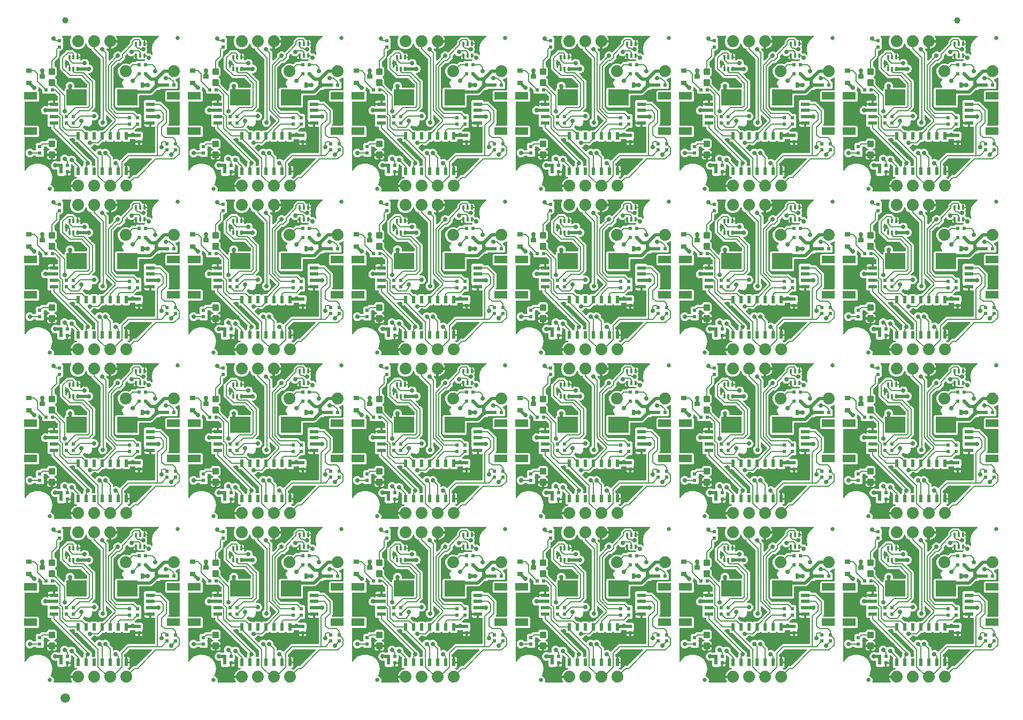
<source format=gtl>
G04 EAGLE Gerber RS-274X export*
G75*
%MOMM*%
%FSLAX34Y34*%
%LPD*%
%INTop Copper*%
%IPPOS*%
%AMOC8*
5,1,8,0,0,1.08239X$1,22.5*%
G01*
%ADD10R,2.000000X1.200000*%
%ADD11R,1.350000X0.600000*%
%ADD12C,0.635000*%
%ADD13C,1.879600*%
%ADD14R,0.600000X0.600000*%
%ADD15R,0.600000X1.200000*%
%ADD16C,0.300000*%
%ADD17R,3.200000X2.500000*%
%ADD18R,0.300000X0.660000*%
%ADD19R,0.900000X0.800000*%
%ADD20R,0.630000X0.830000*%
%ADD21C,1.000000*%
%ADD22C,1.500000*%
%ADD23C,0.736600*%
%ADD24C,0.203200*%
%ADD25C,0.508000*%

G36*
X337595Y781318D02*
X337595Y781318D01*
X337687Y781321D01*
X337736Y781337D01*
X337786Y781345D01*
X337870Y781382D01*
X337957Y781411D01*
X337999Y781440D01*
X338045Y781461D01*
X338115Y781520D01*
X338191Y781572D01*
X338223Y781612D01*
X338262Y781644D01*
X338313Y781721D01*
X338372Y781792D01*
X338392Y781839D01*
X338420Y781881D01*
X338448Y781969D01*
X338484Y782053D01*
X338490Y782104D01*
X338506Y782152D01*
X338508Y782244D01*
X338519Y782335D01*
X338512Y782386D01*
X338513Y782436D01*
X338490Y782525D01*
X338475Y782616D01*
X338455Y782656D01*
X338441Y782711D01*
X338360Y782848D01*
X338326Y782917D01*
X337769Y783683D01*
X336916Y785357D01*
X336335Y787144D01*
X336214Y787909D01*
X346964Y787909D01*
X347022Y787917D01*
X347080Y787915D01*
X347162Y787937D01*
X347245Y787949D01*
X347299Y787973D01*
X347355Y787987D01*
X347428Y788030D01*
X347505Y788065D01*
X347549Y788103D01*
X347600Y788133D01*
X347657Y788194D01*
X347722Y788249D01*
X347754Y788297D01*
X347794Y788340D01*
X347833Y788415D01*
X347879Y788485D01*
X347897Y788541D01*
X347924Y788593D01*
X347935Y788661D01*
X347965Y788756D01*
X347968Y788856D01*
X347979Y788924D01*
X347979Y790956D01*
X347971Y791014D01*
X347972Y791072D01*
X347951Y791154D01*
X347939Y791237D01*
X347915Y791291D01*
X347901Y791347D01*
X347858Y791420D01*
X347823Y791497D01*
X347785Y791542D01*
X347755Y791592D01*
X347694Y791650D01*
X347639Y791714D01*
X347591Y791746D01*
X347548Y791786D01*
X347473Y791825D01*
X347403Y791871D01*
X347347Y791889D01*
X347295Y791916D01*
X347227Y791927D01*
X347132Y791957D01*
X347032Y791960D01*
X346964Y791971D01*
X336214Y791971D01*
X336335Y792736D01*
X336916Y794523D01*
X337769Y796197D01*
X338874Y797718D01*
X340202Y799046D01*
X341723Y800151D01*
X343397Y801004D01*
X345184Y801585D01*
X345743Y801673D01*
X345803Y801692D01*
X345866Y801701D01*
X345939Y801733D01*
X346015Y801757D01*
X346068Y801791D01*
X346125Y801817D01*
X346186Y801868D01*
X346253Y801912D01*
X346294Y801960D01*
X346342Y802001D01*
X346387Y802067D01*
X346439Y802127D01*
X346465Y802185D01*
X346500Y802237D01*
X346524Y802313D01*
X346557Y802386D01*
X346567Y802448D01*
X346586Y802508D01*
X346588Y802588D01*
X346600Y802667D01*
X346591Y802729D01*
X346593Y802792D01*
X346573Y802869D01*
X346562Y802949D01*
X346537Y803007D01*
X346521Y803067D01*
X346481Y803136D01*
X346448Y803209D01*
X346408Y803258D01*
X346376Y803312D01*
X346318Y803366D01*
X346267Y803428D01*
X346215Y803463D01*
X346169Y803506D01*
X346098Y803543D01*
X346032Y803587D01*
X345972Y803607D01*
X345915Y803636D01*
X345850Y803647D01*
X345761Y803676D01*
X345672Y803677D01*
X345584Y803691D01*
X343717Y803691D01*
X341931Y805477D01*
X341931Y820047D01*
X341967Y820095D01*
X341988Y820149D01*
X342017Y820200D01*
X342038Y820282D01*
X342068Y820361D01*
X342073Y820419D01*
X342087Y820475D01*
X342085Y820560D01*
X342092Y820644D01*
X342080Y820701D01*
X342078Y820760D01*
X342053Y820840D01*
X342036Y820923D01*
X342009Y820974D01*
X341991Y821030D01*
X341951Y821086D01*
X341905Y821175D01*
X341836Y821247D01*
X341796Y821303D01*
X339015Y824084D01*
X338945Y824137D01*
X338882Y824197D01*
X338832Y824222D01*
X338788Y824255D01*
X338706Y824286D01*
X338628Y824326D01*
X338581Y824334D01*
X338522Y824356D01*
X338375Y824369D01*
X338297Y824382D01*
X338022Y824382D01*
X337964Y824373D01*
X337906Y824375D01*
X337824Y824354D01*
X337741Y824342D01*
X337687Y824318D01*
X337631Y824303D01*
X337558Y824260D01*
X337481Y824226D01*
X337437Y824188D01*
X337386Y824158D01*
X337329Y824096D01*
X337264Y824042D01*
X337232Y823993D01*
X337192Y823951D01*
X337153Y823876D01*
X337107Y823805D01*
X337089Y823749D01*
X337062Y823697D01*
X337051Y823629D01*
X337021Y823534D01*
X337018Y823434D01*
X337007Y823366D01*
X337007Y818291D01*
X336255Y817539D01*
X336243Y817523D01*
X336232Y817514D01*
X336210Y817481D01*
X336165Y817436D01*
X336129Y817371D01*
X336084Y817311D01*
X336059Y817248D01*
X336026Y817188D01*
X336009Y817116D01*
X335983Y817046D01*
X335977Y816978D01*
X335961Y816911D01*
X335965Y816837D01*
X335959Y816762D01*
X335972Y816696D01*
X335976Y816627D01*
X335998Y816569D01*
X336015Y816484D01*
X336067Y816382D01*
X336093Y816313D01*
X336351Y815866D01*
X336524Y815220D01*
X336524Y813385D01*
X331468Y813385D01*
X331410Y813377D01*
X331351Y813378D01*
X331270Y813357D01*
X331186Y813345D01*
X331133Y813321D01*
X331076Y813306D01*
X331004Y813263D01*
X330927Y813229D01*
X330882Y813191D01*
X330832Y813161D01*
X330774Y813100D01*
X330710Y813045D01*
X330677Y812997D01*
X330637Y812954D01*
X330599Y812879D01*
X330552Y812809D01*
X330535Y812753D01*
X330508Y812701D01*
X330497Y812633D01*
X330467Y812537D01*
X330464Y812438D01*
X330459Y812411D01*
X330442Y812408D01*
X330383Y812410D01*
X330302Y812389D01*
X330218Y812377D01*
X330165Y812353D01*
X330108Y812338D01*
X330036Y812295D01*
X329959Y812261D01*
X329914Y812223D01*
X329864Y812193D01*
X329806Y812131D01*
X329742Y812077D01*
X329709Y812028D01*
X329669Y811986D01*
X329631Y811911D01*
X329584Y811840D01*
X329566Y811784D01*
X329540Y811732D01*
X329528Y811664D01*
X329498Y811569D01*
X329496Y811469D01*
X329484Y811401D01*
X329484Y806345D01*
X327649Y806345D01*
X327003Y806518D01*
X326996Y806522D01*
X326933Y806548D01*
X326874Y806582D01*
X326801Y806601D01*
X326732Y806628D01*
X326664Y806635D01*
X326598Y806652D01*
X326524Y806650D01*
X326450Y806657D01*
X326382Y806645D01*
X326314Y806643D01*
X326243Y806620D01*
X326170Y806607D01*
X326109Y806577D01*
X326044Y806556D01*
X325993Y806519D01*
X325915Y806481D01*
X325831Y806404D01*
X325770Y806361D01*
X325246Y805837D01*
X316721Y805837D01*
X314935Y807623D01*
X314935Y814723D01*
X314919Y814837D01*
X314909Y814951D01*
X314899Y814977D01*
X314895Y815005D01*
X314848Y815109D01*
X314807Y815217D01*
X314790Y815239D01*
X314779Y815264D01*
X314705Y815352D01*
X314635Y815443D01*
X314613Y815460D01*
X314595Y815481D01*
X314500Y815545D01*
X314407Y815613D01*
X314382Y815623D01*
X314358Y815639D01*
X314249Y815673D01*
X314142Y815714D01*
X314114Y815716D01*
X314087Y815724D01*
X313973Y815727D01*
X313858Y815736D01*
X313834Y815731D01*
X313803Y815732D01*
X313546Y815664D01*
X313531Y815661D01*
X313429Y815619D01*
X310751Y815619D01*
X308277Y816644D01*
X306383Y818537D01*
X305358Y821011D01*
X305358Y823689D01*
X306383Y826164D01*
X308277Y828057D01*
X310751Y829082D01*
X313429Y829082D01*
X315451Y828244D01*
X315453Y828244D01*
X315454Y828243D01*
X315595Y828207D01*
X315726Y828174D01*
X315728Y828174D01*
X315730Y828173D01*
X315875Y828178D01*
X316011Y828182D01*
X316012Y828182D01*
X316014Y828182D01*
X316149Y828226D01*
X316281Y828268D01*
X316283Y828269D01*
X316284Y828270D01*
X316297Y828279D01*
X316518Y828427D01*
X316537Y828450D01*
X316558Y828465D01*
X316695Y828602D01*
X319634Y828602D01*
X319748Y828618D01*
X319862Y828628D01*
X319888Y828638D01*
X319915Y828642D01*
X320020Y828689D01*
X320127Y828730D01*
X320150Y828747D01*
X320175Y828758D01*
X320262Y828833D01*
X320354Y828902D01*
X320371Y828924D01*
X320392Y828942D01*
X320456Y829038D01*
X320524Y829130D01*
X320534Y829156D01*
X320549Y829179D01*
X320584Y829288D01*
X320625Y829396D01*
X320627Y829423D01*
X320635Y829450D01*
X320638Y829564D01*
X320647Y829679D01*
X320642Y829703D01*
X320643Y829734D01*
X320575Y829991D01*
X320572Y830006D01*
X319963Y831476D01*
X319963Y834154D01*
X320988Y836629D01*
X322881Y838522D01*
X325356Y839547D01*
X328034Y839547D01*
X330508Y838522D01*
X332403Y836627D01*
X332450Y836592D01*
X332490Y836549D01*
X332563Y836507D01*
X332630Y836456D01*
X332685Y836435D01*
X332735Y836406D01*
X332817Y836385D01*
X332896Y836355D01*
X332954Y836350D01*
X333011Y836336D01*
X333095Y836338D01*
X333179Y836331D01*
X333237Y836343D01*
X333295Y836345D01*
X333375Y836371D01*
X333458Y836387D01*
X333510Y836414D01*
X333566Y836432D01*
X333622Y836472D01*
X333710Y836518D01*
X333783Y836587D01*
X333839Y836627D01*
X334032Y836820D01*
X336506Y837845D01*
X339184Y837845D01*
X341659Y836820D01*
X343552Y834927D01*
X344577Y832452D01*
X344577Y830440D01*
X344589Y830353D01*
X344592Y830266D01*
X344609Y830213D01*
X344617Y830158D01*
X344653Y830078D01*
X344680Y829995D01*
X344708Y829956D01*
X344733Y829899D01*
X344829Y829786D01*
X344874Y829722D01*
X352045Y822552D01*
X352045Y822407D01*
X352057Y822321D01*
X352060Y822233D01*
X352077Y822181D01*
X352085Y822126D01*
X352120Y822046D01*
X352147Y821963D01*
X352175Y821924D01*
X352201Y821866D01*
X352297Y821753D01*
X352342Y821689D01*
X353612Y820419D01*
X353659Y820384D01*
X353699Y820342D01*
X353772Y820299D01*
X353839Y820249D01*
X353894Y820228D01*
X353944Y820198D01*
X354026Y820177D01*
X354105Y820147D01*
X354163Y820142D01*
X354220Y820128D01*
X354304Y820131D01*
X354388Y820124D01*
X354446Y820135D01*
X354504Y820137D01*
X354584Y820163D01*
X354667Y820180D01*
X354719Y820207D01*
X354775Y820225D01*
X354831Y820265D01*
X354919Y820311D01*
X354992Y820379D01*
X355048Y820419D01*
X356318Y821689D01*
X356370Y821759D01*
X356430Y821823D01*
X356456Y821873D01*
X356489Y821917D01*
X356520Y821998D01*
X356560Y822076D01*
X356568Y822124D01*
X356590Y822182D01*
X356602Y822330D01*
X356615Y822407D01*
X356615Y823404D01*
X356616Y823405D01*
X356647Y823487D01*
X356687Y823565D01*
X356695Y823612D01*
X356717Y823671D01*
X356725Y823767D01*
X356728Y823777D01*
X356729Y823819D01*
X356742Y823896D01*
X356742Y826737D01*
X357219Y827889D01*
X357220Y827890D01*
X357220Y827892D01*
X357254Y828025D01*
X357290Y828164D01*
X357290Y828166D01*
X357290Y828167D01*
X357286Y828308D01*
X357282Y828448D01*
X357281Y828450D01*
X357281Y828451D01*
X357239Y828583D01*
X357195Y828719D01*
X357194Y828720D01*
X357194Y828722D01*
X357185Y828734D01*
X357037Y828955D01*
X357014Y828975D01*
X356999Y828995D01*
X305815Y880179D01*
X305815Y882176D01*
X305807Y882234D01*
X305809Y882292D01*
X305787Y882374D01*
X305775Y882458D01*
X305752Y882511D01*
X305737Y882567D01*
X305694Y882640D01*
X305659Y882717D01*
X305621Y882762D01*
X305592Y882812D01*
X305530Y882870D01*
X305476Y882934D01*
X305427Y882966D01*
X305384Y883006D01*
X305309Y883045D01*
X305239Y883092D01*
X305183Y883109D01*
X305131Y883136D01*
X305063Y883147D01*
X304968Y883177D01*
X304868Y883180D01*
X304800Y883191D01*
X301867Y883191D01*
X300081Y884977D01*
X300081Y893503D01*
X300101Y893522D01*
X300136Y893569D01*
X300178Y893609D01*
X300221Y893682D01*
X300271Y893749D01*
X300292Y893804D01*
X300322Y893854D01*
X300343Y893936D01*
X300373Y894015D01*
X300378Y894073D01*
X300392Y894130D01*
X300389Y894214D01*
X300396Y894298D01*
X300385Y894356D01*
X300383Y894414D01*
X300357Y894494D01*
X300340Y894577D01*
X300313Y894629D01*
X300295Y894685D01*
X300255Y894741D01*
X300209Y894829D01*
X300141Y894902D01*
X300101Y894958D01*
X300081Y894977D01*
X300081Y901979D01*
X300065Y902093D01*
X300055Y902207D01*
X300045Y902233D01*
X300041Y902260D01*
X299994Y902365D01*
X299953Y902472D01*
X299937Y902495D01*
X299925Y902520D01*
X299851Y902607D01*
X299782Y902699D01*
X299759Y902716D01*
X299742Y902737D01*
X299646Y902801D01*
X299554Y902869D01*
X299528Y902879D01*
X299505Y902894D01*
X299395Y902929D01*
X299288Y902970D01*
X299260Y902972D01*
X299234Y902980D01*
X299119Y902983D01*
X299005Y902992D01*
X298980Y902987D01*
X298950Y902988D01*
X298693Y902920D01*
X298677Y902917D01*
X297884Y902588D01*
X295206Y902588D01*
X292732Y903613D01*
X290838Y905507D01*
X289813Y907981D01*
X289813Y910659D01*
X290838Y913133D01*
X292732Y915027D01*
X295206Y916052D01*
X297884Y916052D01*
X299185Y915513D01*
X299297Y915484D01*
X299406Y915449D01*
X299434Y915449D01*
X299461Y915442D01*
X299575Y915445D01*
X299690Y915442D01*
X299717Y915449D01*
X299745Y915450D01*
X299854Y915485D01*
X299965Y915514D01*
X299989Y915528D01*
X300016Y915536D01*
X300111Y915601D01*
X300210Y915659D01*
X300229Y915679D01*
X300252Y915695D01*
X300326Y915783D01*
X300404Y915866D01*
X300417Y915891D01*
X300435Y915912D01*
X300481Y916017D01*
X300534Y916120D01*
X300538Y916144D01*
X300550Y916172D01*
X300587Y916436D01*
X300589Y916451D01*
X300589Y917741D01*
X309396Y917741D01*
X309454Y917749D01*
X309512Y917747D01*
X309594Y917769D01*
X309677Y917781D01*
X309731Y917804D01*
X309787Y917819D01*
X309860Y917862D01*
X309937Y917897D01*
X309981Y917935D01*
X310032Y917964D01*
X310089Y918026D01*
X310154Y918080D01*
X310186Y918129D01*
X310226Y918172D01*
X310265Y918247D01*
X310311Y918317D01*
X310329Y918373D01*
X310356Y918425D01*
X310367Y918493D01*
X310397Y918588D01*
X310400Y918688D01*
X310404Y918715D01*
X310422Y918717D01*
X310480Y918716D01*
X310562Y918737D01*
X310646Y918749D01*
X310699Y918773D01*
X310755Y918787D01*
X310828Y918831D01*
X310905Y918865D01*
X310950Y918903D01*
X311000Y918933D01*
X311058Y918994D01*
X311122Y919049D01*
X311154Y919097D01*
X311194Y919140D01*
X311233Y919215D01*
X311280Y919285D01*
X311297Y919341D01*
X311324Y919393D01*
X311335Y919461D01*
X311365Y919556D01*
X311368Y919656D01*
X311379Y919724D01*
X311379Y924781D01*
X314749Y924781D01*
X314807Y924789D01*
X314866Y924787D01*
X314947Y924809D01*
X315031Y924821D01*
X315084Y924844D01*
X315141Y924859D01*
X315213Y924902D01*
X315290Y924937D01*
X315335Y924975D01*
X315385Y925004D01*
X315443Y925066D01*
X315507Y925120D01*
X315540Y925169D01*
X315580Y925212D01*
X315618Y925287D01*
X315665Y925357D01*
X315682Y925413D01*
X315709Y925465D01*
X315720Y925533D01*
X315750Y925628D01*
X315753Y925728D01*
X315764Y925796D01*
X315764Y931778D01*
X315752Y931864D01*
X315749Y931952D01*
X315732Y932004D01*
X315725Y932059D01*
X315689Y932139D01*
X315662Y932222D01*
X315634Y932261D01*
X315608Y932319D01*
X315513Y932432D01*
X315467Y932495D01*
X312629Y935333D01*
X312559Y935386D01*
X312495Y935446D01*
X312446Y935471D01*
X312402Y935504D01*
X312320Y935536D01*
X312242Y935575D01*
X312195Y935583D01*
X312136Y935606D01*
X311989Y935618D01*
X311911Y935631D01*
X303476Y935631D01*
X303457Y935650D01*
X303410Y935685D01*
X303370Y935728D01*
X303297Y935770D01*
X303230Y935821D01*
X303175Y935842D01*
X303124Y935871D01*
X303043Y935892D01*
X302964Y935922D01*
X302906Y935927D01*
X302849Y935942D01*
X302765Y935939D01*
X302681Y935946D01*
X302623Y935934D01*
X302565Y935932D01*
X302485Y935907D01*
X302402Y935890D01*
X302350Y935863D01*
X302294Y935845D01*
X302238Y935805D01*
X302150Y935759D01*
X302077Y935690D01*
X302021Y935650D01*
X302002Y935631D01*
X293476Y935631D01*
X291690Y937417D01*
X291690Y941356D01*
X291678Y941443D01*
X291675Y941530D01*
X291658Y941583D01*
X291650Y941638D01*
X291614Y941718D01*
X291588Y941801D01*
X291560Y941840D01*
X291534Y941897D01*
X291438Y942010D01*
X291393Y942074D01*
X287331Y946135D01*
X287308Y946153D01*
X287289Y946175D01*
X287195Y946238D01*
X287104Y946306D01*
X287077Y946317D01*
X287052Y946333D01*
X286944Y946367D01*
X286839Y946407D01*
X286809Y946410D01*
X286781Y946419D01*
X286668Y946422D01*
X286555Y946431D01*
X286527Y946425D01*
X286497Y946426D01*
X286388Y946397D01*
X286277Y946375D01*
X286250Y946362D01*
X286222Y946354D01*
X286125Y946296D01*
X286024Y946244D01*
X286003Y946224D01*
X285978Y946209D01*
X285900Y946126D01*
X285818Y946048D01*
X285803Y946023D01*
X285783Y946002D01*
X285732Y945901D01*
X285674Y945803D01*
X285667Y945775D01*
X285654Y945749D01*
X285641Y945671D01*
X285604Y945528D01*
X285606Y945465D01*
X285598Y945417D01*
X285598Y943770D01*
X284778Y941790D01*
X284778Y941788D01*
X284777Y941787D01*
X284742Y941651D01*
X284707Y941514D01*
X284707Y941513D01*
X284707Y941511D01*
X284711Y941367D01*
X284715Y941230D01*
X284716Y941229D01*
X284716Y941227D01*
X284760Y941090D01*
X284802Y940959D01*
X284803Y940958D01*
X284803Y940957D01*
X284812Y940944D01*
X284960Y940723D01*
X284984Y940704D01*
X284998Y940683D01*
X286179Y939503D01*
X286179Y924977D01*
X284393Y923191D01*
X264160Y923191D01*
X264102Y923183D01*
X264044Y923185D01*
X263962Y923163D01*
X263878Y923151D01*
X263825Y923128D01*
X263769Y923113D01*
X263696Y923070D01*
X263619Y923035D01*
X263574Y922997D01*
X263524Y922968D01*
X263466Y922906D01*
X263402Y922852D01*
X263370Y922803D01*
X263330Y922760D01*
X263291Y922685D01*
X263244Y922615D01*
X263227Y922559D01*
X263200Y922507D01*
X263189Y922439D01*
X263159Y922344D01*
X263156Y922244D01*
X263145Y922176D01*
X263145Y886304D01*
X263153Y886246D01*
X263151Y886188D01*
X263173Y886106D01*
X263185Y886022D01*
X263208Y885969D01*
X263223Y885913D01*
X263266Y885840D01*
X263301Y885763D01*
X263339Y885718D01*
X263368Y885668D01*
X263430Y885610D01*
X263484Y885546D01*
X263533Y885514D01*
X263576Y885474D01*
X263651Y885435D01*
X263721Y885388D01*
X263777Y885371D01*
X263829Y885344D01*
X263897Y885333D01*
X263992Y885303D01*
X264092Y885300D01*
X264160Y885289D01*
X284393Y885289D01*
X286179Y883503D01*
X286179Y868977D01*
X284393Y867191D01*
X264160Y867191D01*
X264102Y867183D01*
X264044Y867185D01*
X263962Y867163D01*
X263878Y867151D01*
X263825Y867128D01*
X263769Y867113D01*
X263696Y867070D01*
X263619Y867035D01*
X263574Y866997D01*
X263524Y866968D01*
X263466Y866906D01*
X263402Y866852D01*
X263370Y866803D01*
X263330Y866760D01*
X263291Y866685D01*
X263244Y866615D01*
X263227Y866559D01*
X263200Y866507D01*
X263189Y866439D01*
X263159Y866344D01*
X263156Y866244D01*
X263145Y866176D01*
X263145Y814689D01*
X263147Y814669D01*
X263145Y814650D01*
X263167Y814529D01*
X263185Y814407D01*
X263193Y814389D01*
X263196Y814370D01*
X263251Y814260D01*
X263301Y814148D01*
X263313Y814133D01*
X263322Y814115D01*
X263405Y814024D01*
X263484Y813931D01*
X263501Y813920D01*
X263514Y813905D01*
X263619Y813841D01*
X263721Y813773D01*
X263740Y813767D01*
X263756Y813757D01*
X263875Y813724D01*
X263992Y813687D01*
X264012Y813687D01*
X264031Y813682D01*
X264153Y813683D01*
X264276Y813680D01*
X264295Y813685D01*
X264315Y813685D01*
X264433Y813721D01*
X264551Y813752D01*
X264568Y813762D01*
X264587Y813768D01*
X264690Y813834D01*
X264796Y813897D01*
X264809Y813911D01*
X264826Y813922D01*
X264872Y813979D01*
X264990Y814104D01*
X265014Y814150D01*
X265039Y814181D01*
X266895Y817396D01*
X273002Y822520D01*
X280494Y825247D01*
X288466Y825247D01*
X295958Y822520D01*
X302065Y817396D01*
X306051Y810491D01*
X307435Y802640D01*
X306051Y794789D01*
X304656Y792372D01*
X304610Y792257D01*
X304559Y792143D01*
X304556Y792125D01*
X304550Y792109D01*
X304537Y791985D01*
X304520Y791862D01*
X304523Y791844D01*
X304521Y791826D01*
X304543Y791703D01*
X304561Y791580D01*
X304568Y791564D01*
X304571Y791546D01*
X304627Y791434D01*
X304678Y791321D01*
X304689Y791308D01*
X304697Y791291D01*
X304781Y791199D01*
X304862Y791105D01*
X304876Y791096D01*
X304889Y791082D01*
X305132Y790933D01*
X305140Y790931D01*
X305147Y790927D01*
X307056Y790136D01*
X308806Y788386D01*
X309754Y786098D01*
X309754Y783622D01*
X309375Y782709D01*
X309347Y782597D01*
X309312Y782488D01*
X309311Y782460D01*
X309304Y782433D01*
X309308Y782319D01*
X309305Y782204D01*
X309312Y782177D01*
X309313Y782149D01*
X309348Y782040D01*
X309377Y781929D01*
X309391Y781905D01*
X309399Y781878D01*
X309463Y781783D01*
X309522Y781684D01*
X309542Y781665D01*
X309557Y781642D01*
X309645Y781568D01*
X309729Y781490D01*
X309754Y781477D01*
X309775Y781459D01*
X309880Y781413D01*
X309982Y781360D01*
X310007Y781356D01*
X310035Y781344D01*
X310299Y781307D01*
X310313Y781305D01*
X337504Y781305D01*
X337595Y781318D01*
G37*
G36*
X1114835Y781318D02*
X1114835Y781318D01*
X1114927Y781321D01*
X1114976Y781337D01*
X1115026Y781345D01*
X1115110Y781382D01*
X1115197Y781411D01*
X1115239Y781440D01*
X1115285Y781461D01*
X1115355Y781520D01*
X1115431Y781572D01*
X1115463Y781612D01*
X1115502Y781644D01*
X1115553Y781721D01*
X1115612Y781792D01*
X1115632Y781839D01*
X1115660Y781881D01*
X1115688Y781969D01*
X1115724Y782053D01*
X1115730Y782104D01*
X1115746Y782152D01*
X1115748Y782244D01*
X1115759Y782335D01*
X1115752Y782386D01*
X1115753Y782436D01*
X1115730Y782525D01*
X1115715Y782616D01*
X1115695Y782656D01*
X1115681Y782711D01*
X1115600Y782848D01*
X1115566Y782917D01*
X1115009Y783683D01*
X1114156Y785357D01*
X1113575Y787144D01*
X1113454Y787909D01*
X1124204Y787909D01*
X1124262Y787917D01*
X1124320Y787915D01*
X1124402Y787937D01*
X1124485Y787949D01*
X1124539Y787973D01*
X1124595Y787987D01*
X1124668Y788030D01*
X1124745Y788065D01*
X1124789Y788103D01*
X1124840Y788133D01*
X1124897Y788194D01*
X1124962Y788249D01*
X1124994Y788297D01*
X1125034Y788340D01*
X1125073Y788415D01*
X1125119Y788485D01*
X1125137Y788541D01*
X1125164Y788593D01*
X1125175Y788661D01*
X1125205Y788756D01*
X1125208Y788856D01*
X1125219Y788924D01*
X1125219Y790956D01*
X1125211Y791014D01*
X1125212Y791072D01*
X1125191Y791154D01*
X1125179Y791237D01*
X1125155Y791291D01*
X1125141Y791347D01*
X1125098Y791420D01*
X1125063Y791497D01*
X1125025Y791542D01*
X1124995Y791592D01*
X1124934Y791650D01*
X1124879Y791714D01*
X1124831Y791746D01*
X1124788Y791786D01*
X1124713Y791825D01*
X1124643Y791871D01*
X1124587Y791889D01*
X1124535Y791916D01*
X1124467Y791927D01*
X1124372Y791957D01*
X1124272Y791960D01*
X1124204Y791971D01*
X1113454Y791971D01*
X1113575Y792736D01*
X1114156Y794523D01*
X1115009Y796197D01*
X1116114Y797718D01*
X1117442Y799046D01*
X1118963Y800151D01*
X1120637Y801004D01*
X1122424Y801585D01*
X1122983Y801673D01*
X1123043Y801692D01*
X1123106Y801701D01*
X1123179Y801733D01*
X1123255Y801757D01*
X1123308Y801791D01*
X1123365Y801817D01*
X1123426Y801868D01*
X1123493Y801912D01*
X1123534Y801960D01*
X1123582Y802001D01*
X1123627Y802067D01*
X1123679Y802127D01*
X1123705Y802185D01*
X1123740Y802237D01*
X1123764Y802313D01*
X1123797Y802386D01*
X1123807Y802448D01*
X1123826Y802508D01*
X1123828Y802588D01*
X1123840Y802667D01*
X1123831Y802729D01*
X1123833Y802792D01*
X1123813Y802869D01*
X1123802Y802949D01*
X1123777Y803007D01*
X1123761Y803067D01*
X1123721Y803136D01*
X1123688Y803209D01*
X1123648Y803258D01*
X1123616Y803312D01*
X1123558Y803366D01*
X1123507Y803428D01*
X1123455Y803463D01*
X1123409Y803506D01*
X1123338Y803543D01*
X1123272Y803587D01*
X1123212Y803607D01*
X1123155Y803636D01*
X1123090Y803647D01*
X1123001Y803676D01*
X1122912Y803677D01*
X1122824Y803691D01*
X1120957Y803691D01*
X1119171Y805477D01*
X1119171Y820047D01*
X1119207Y820095D01*
X1119228Y820149D01*
X1119257Y820200D01*
X1119278Y820282D01*
X1119308Y820361D01*
X1119313Y820419D01*
X1119327Y820475D01*
X1119325Y820560D01*
X1119332Y820644D01*
X1119320Y820701D01*
X1119318Y820760D01*
X1119293Y820840D01*
X1119276Y820923D01*
X1119249Y820974D01*
X1119231Y821030D01*
X1119191Y821086D01*
X1119145Y821175D01*
X1119076Y821247D01*
X1119036Y821303D01*
X1116255Y824084D01*
X1116185Y824137D01*
X1116122Y824197D01*
X1116072Y824222D01*
X1116028Y824255D01*
X1115946Y824286D01*
X1115868Y824326D01*
X1115821Y824334D01*
X1115762Y824356D01*
X1115615Y824369D01*
X1115537Y824382D01*
X1115262Y824382D01*
X1115204Y824373D01*
X1115146Y824375D01*
X1115064Y824354D01*
X1114981Y824342D01*
X1114927Y824318D01*
X1114871Y824303D01*
X1114798Y824260D01*
X1114721Y824226D01*
X1114677Y824188D01*
X1114626Y824158D01*
X1114569Y824096D01*
X1114504Y824042D01*
X1114472Y823993D01*
X1114432Y823951D01*
X1114393Y823876D01*
X1114347Y823805D01*
X1114329Y823749D01*
X1114302Y823697D01*
X1114291Y823629D01*
X1114261Y823534D01*
X1114258Y823434D01*
X1114247Y823366D01*
X1114247Y818291D01*
X1113495Y817539D01*
X1113483Y817523D01*
X1113472Y817514D01*
X1113450Y817481D01*
X1113405Y817436D01*
X1113369Y817371D01*
X1113324Y817311D01*
X1113299Y817248D01*
X1113266Y817188D01*
X1113249Y817116D01*
X1113223Y817046D01*
X1113217Y816978D01*
X1113201Y816911D01*
X1113205Y816837D01*
X1113199Y816762D01*
X1113212Y816696D01*
X1113216Y816627D01*
X1113238Y816569D01*
X1113255Y816484D01*
X1113307Y816382D01*
X1113333Y816313D01*
X1113591Y815866D01*
X1113764Y815220D01*
X1113764Y813385D01*
X1108708Y813385D01*
X1108650Y813377D01*
X1108591Y813378D01*
X1108510Y813357D01*
X1108426Y813345D01*
X1108373Y813321D01*
X1108316Y813306D01*
X1108244Y813263D01*
X1108167Y813229D01*
X1108122Y813191D01*
X1108072Y813161D01*
X1108014Y813100D01*
X1107950Y813045D01*
X1107917Y812997D01*
X1107877Y812954D01*
X1107839Y812879D01*
X1107792Y812809D01*
X1107775Y812753D01*
X1107748Y812701D01*
X1107737Y812633D01*
X1107707Y812537D01*
X1107704Y812438D01*
X1107699Y812411D01*
X1107682Y812408D01*
X1107623Y812410D01*
X1107542Y812389D01*
X1107458Y812377D01*
X1107405Y812353D01*
X1107348Y812338D01*
X1107276Y812295D01*
X1107199Y812261D01*
X1107154Y812223D01*
X1107104Y812193D01*
X1107046Y812131D01*
X1106982Y812077D01*
X1106949Y812028D01*
X1106909Y811986D01*
X1106871Y811911D01*
X1106824Y811840D01*
X1106806Y811784D01*
X1106780Y811732D01*
X1106768Y811664D01*
X1106738Y811569D01*
X1106736Y811469D01*
X1106724Y811401D01*
X1106724Y806345D01*
X1104889Y806345D01*
X1104243Y806518D01*
X1104236Y806522D01*
X1104173Y806548D01*
X1104114Y806582D01*
X1104041Y806601D01*
X1103972Y806628D01*
X1103904Y806635D01*
X1103838Y806652D01*
X1103764Y806650D01*
X1103690Y806657D01*
X1103622Y806645D01*
X1103554Y806643D01*
X1103483Y806620D01*
X1103410Y806607D01*
X1103349Y806577D01*
X1103284Y806556D01*
X1103233Y806519D01*
X1103155Y806481D01*
X1103071Y806404D01*
X1103010Y806361D01*
X1102486Y805837D01*
X1093961Y805837D01*
X1092175Y807623D01*
X1092175Y814723D01*
X1092159Y814837D01*
X1092149Y814951D01*
X1092139Y814977D01*
X1092135Y815005D01*
X1092088Y815109D01*
X1092047Y815217D01*
X1092030Y815239D01*
X1092019Y815264D01*
X1091945Y815352D01*
X1091875Y815443D01*
X1091853Y815460D01*
X1091835Y815481D01*
X1091740Y815545D01*
X1091647Y815613D01*
X1091622Y815623D01*
X1091598Y815639D01*
X1091489Y815673D01*
X1091382Y815714D01*
X1091354Y815716D01*
X1091327Y815724D01*
X1091213Y815727D01*
X1091098Y815736D01*
X1091074Y815731D01*
X1091043Y815732D01*
X1090786Y815664D01*
X1090771Y815661D01*
X1090669Y815619D01*
X1087991Y815619D01*
X1085517Y816644D01*
X1083623Y818537D01*
X1082598Y821011D01*
X1082598Y823689D01*
X1083623Y826164D01*
X1085517Y828057D01*
X1087991Y829082D01*
X1090669Y829082D01*
X1092691Y828244D01*
X1092693Y828244D01*
X1092694Y828243D01*
X1092835Y828207D01*
X1092966Y828174D01*
X1092968Y828174D01*
X1092970Y828173D01*
X1093115Y828178D01*
X1093251Y828182D01*
X1093252Y828182D01*
X1093254Y828182D01*
X1093389Y828226D01*
X1093521Y828268D01*
X1093523Y828269D01*
X1093524Y828270D01*
X1093537Y828279D01*
X1093758Y828427D01*
X1093777Y828450D01*
X1093798Y828465D01*
X1093935Y828602D01*
X1096874Y828602D01*
X1096988Y828618D01*
X1097102Y828628D01*
X1097128Y828638D01*
X1097155Y828642D01*
X1097260Y828689D01*
X1097367Y828730D01*
X1097390Y828747D01*
X1097415Y828758D01*
X1097502Y828833D01*
X1097594Y828902D01*
X1097611Y828924D01*
X1097632Y828942D01*
X1097696Y829038D01*
X1097764Y829130D01*
X1097774Y829156D01*
X1097789Y829179D01*
X1097824Y829288D01*
X1097865Y829396D01*
X1097867Y829423D01*
X1097875Y829450D01*
X1097878Y829564D01*
X1097887Y829679D01*
X1097882Y829703D01*
X1097883Y829734D01*
X1097815Y829991D01*
X1097812Y830006D01*
X1097203Y831476D01*
X1097203Y834154D01*
X1098228Y836629D01*
X1100121Y838522D01*
X1102596Y839547D01*
X1105274Y839547D01*
X1107748Y838522D01*
X1109643Y836627D01*
X1109690Y836592D01*
X1109730Y836549D01*
X1109803Y836507D01*
X1109870Y836456D01*
X1109925Y836435D01*
X1109975Y836406D01*
X1110057Y836385D01*
X1110136Y836355D01*
X1110194Y836350D01*
X1110251Y836336D01*
X1110335Y836338D01*
X1110419Y836331D01*
X1110477Y836343D01*
X1110535Y836345D01*
X1110615Y836371D01*
X1110698Y836387D01*
X1110750Y836414D01*
X1110806Y836432D01*
X1110862Y836472D01*
X1110950Y836518D01*
X1111023Y836587D01*
X1111079Y836627D01*
X1111272Y836820D01*
X1113746Y837845D01*
X1116424Y837845D01*
X1118899Y836820D01*
X1120792Y834927D01*
X1121817Y832452D01*
X1121817Y830440D01*
X1121829Y830353D01*
X1121832Y830266D01*
X1121849Y830213D01*
X1121857Y830158D01*
X1121893Y830078D01*
X1121920Y829995D01*
X1121948Y829956D01*
X1121973Y829899D01*
X1122069Y829786D01*
X1122114Y829722D01*
X1129285Y822552D01*
X1129285Y822407D01*
X1129297Y822321D01*
X1129300Y822233D01*
X1129317Y822181D01*
X1129325Y822126D01*
X1129360Y822046D01*
X1129387Y821963D01*
X1129415Y821924D01*
X1129441Y821866D01*
X1129537Y821753D01*
X1129582Y821689D01*
X1130852Y820419D01*
X1130899Y820384D01*
X1130939Y820342D01*
X1131012Y820299D01*
X1131079Y820249D01*
X1131134Y820228D01*
X1131184Y820198D01*
X1131266Y820177D01*
X1131345Y820147D01*
X1131403Y820142D01*
X1131460Y820128D01*
X1131544Y820131D01*
X1131628Y820124D01*
X1131686Y820135D01*
X1131744Y820137D01*
X1131824Y820163D01*
X1131907Y820180D01*
X1131959Y820207D01*
X1132015Y820225D01*
X1132071Y820265D01*
X1132159Y820311D01*
X1132232Y820379D01*
X1132288Y820419D01*
X1133558Y821689D01*
X1133610Y821759D01*
X1133670Y821823D01*
X1133696Y821873D01*
X1133729Y821917D01*
X1133760Y821998D01*
X1133800Y822076D01*
X1133808Y822124D01*
X1133830Y822182D01*
X1133842Y822330D01*
X1133855Y822407D01*
X1133855Y823404D01*
X1133856Y823405D01*
X1133887Y823487D01*
X1133927Y823565D01*
X1133935Y823612D01*
X1133957Y823671D01*
X1133965Y823767D01*
X1133968Y823777D01*
X1133969Y823819D01*
X1133982Y823896D01*
X1133982Y826737D01*
X1134459Y827889D01*
X1134460Y827890D01*
X1134460Y827892D01*
X1134494Y828025D01*
X1134530Y828164D01*
X1134530Y828166D01*
X1134530Y828167D01*
X1134526Y828308D01*
X1134522Y828448D01*
X1134521Y828450D01*
X1134521Y828451D01*
X1134479Y828583D01*
X1134435Y828719D01*
X1134434Y828720D01*
X1134434Y828722D01*
X1134425Y828734D01*
X1134277Y828955D01*
X1134254Y828975D01*
X1134239Y828995D01*
X1083055Y880179D01*
X1083055Y882176D01*
X1083047Y882234D01*
X1083049Y882292D01*
X1083027Y882374D01*
X1083015Y882458D01*
X1082992Y882511D01*
X1082977Y882567D01*
X1082934Y882640D01*
X1082899Y882717D01*
X1082861Y882762D01*
X1082832Y882812D01*
X1082770Y882870D01*
X1082716Y882934D01*
X1082667Y882966D01*
X1082624Y883006D01*
X1082549Y883045D01*
X1082479Y883092D01*
X1082423Y883109D01*
X1082371Y883136D01*
X1082303Y883147D01*
X1082208Y883177D01*
X1082108Y883180D01*
X1082040Y883191D01*
X1079107Y883191D01*
X1077321Y884977D01*
X1077321Y893503D01*
X1077341Y893522D01*
X1077376Y893569D01*
X1077418Y893609D01*
X1077461Y893682D01*
X1077511Y893749D01*
X1077532Y893804D01*
X1077562Y893854D01*
X1077583Y893936D01*
X1077613Y894015D01*
X1077618Y894073D01*
X1077632Y894130D01*
X1077629Y894214D01*
X1077636Y894298D01*
X1077625Y894356D01*
X1077623Y894414D01*
X1077597Y894494D01*
X1077580Y894577D01*
X1077553Y894629D01*
X1077535Y894685D01*
X1077495Y894741D01*
X1077449Y894829D01*
X1077381Y894902D01*
X1077341Y894958D01*
X1077321Y894977D01*
X1077321Y901979D01*
X1077305Y902093D01*
X1077295Y902207D01*
X1077285Y902233D01*
X1077281Y902260D01*
X1077234Y902365D01*
X1077193Y902472D01*
X1077177Y902495D01*
X1077165Y902520D01*
X1077091Y902607D01*
X1077022Y902699D01*
X1076999Y902716D01*
X1076982Y902737D01*
X1076886Y902801D01*
X1076794Y902869D01*
X1076768Y902879D01*
X1076745Y902894D01*
X1076635Y902929D01*
X1076528Y902970D01*
X1076500Y902972D01*
X1076474Y902980D01*
X1076359Y902983D01*
X1076245Y902992D01*
X1076220Y902987D01*
X1076190Y902988D01*
X1075933Y902920D01*
X1075917Y902917D01*
X1075124Y902588D01*
X1072446Y902588D01*
X1069972Y903613D01*
X1068078Y905507D01*
X1067053Y907981D01*
X1067053Y910659D01*
X1068078Y913133D01*
X1069972Y915027D01*
X1072446Y916052D01*
X1075124Y916052D01*
X1076425Y915513D01*
X1076537Y915484D01*
X1076646Y915449D01*
X1076674Y915449D01*
X1076701Y915442D01*
X1076815Y915445D01*
X1076930Y915442D01*
X1076957Y915449D01*
X1076985Y915450D01*
X1077094Y915485D01*
X1077205Y915514D01*
X1077229Y915528D01*
X1077256Y915536D01*
X1077351Y915601D01*
X1077450Y915659D01*
X1077469Y915679D01*
X1077492Y915695D01*
X1077566Y915783D01*
X1077644Y915866D01*
X1077657Y915891D01*
X1077675Y915912D01*
X1077721Y916017D01*
X1077774Y916120D01*
X1077778Y916144D01*
X1077790Y916172D01*
X1077827Y916436D01*
X1077829Y916451D01*
X1077829Y917741D01*
X1086636Y917741D01*
X1086694Y917749D01*
X1086752Y917747D01*
X1086834Y917769D01*
X1086917Y917781D01*
X1086971Y917804D01*
X1087027Y917819D01*
X1087100Y917862D01*
X1087177Y917897D01*
X1087221Y917935D01*
X1087272Y917964D01*
X1087329Y918026D01*
X1087394Y918080D01*
X1087426Y918129D01*
X1087466Y918172D01*
X1087505Y918247D01*
X1087551Y918317D01*
X1087569Y918373D01*
X1087596Y918425D01*
X1087607Y918493D01*
X1087637Y918588D01*
X1087640Y918688D01*
X1087644Y918715D01*
X1087662Y918717D01*
X1087720Y918716D01*
X1087802Y918737D01*
X1087886Y918749D01*
X1087939Y918773D01*
X1087995Y918787D01*
X1088068Y918831D01*
X1088145Y918865D01*
X1088190Y918903D01*
X1088240Y918933D01*
X1088298Y918994D01*
X1088362Y919049D01*
X1088394Y919097D01*
X1088434Y919140D01*
X1088473Y919215D01*
X1088520Y919285D01*
X1088537Y919341D01*
X1088564Y919393D01*
X1088575Y919461D01*
X1088605Y919556D01*
X1088608Y919656D01*
X1088619Y919724D01*
X1088619Y924781D01*
X1091989Y924781D01*
X1092047Y924789D01*
X1092106Y924787D01*
X1092187Y924809D01*
X1092271Y924821D01*
X1092324Y924844D01*
X1092381Y924859D01*
X1092453Y924902D01*
X1092530Y924937D01*
X1092575Y924975D01*
X1092625Y925004D01*
X1092683Y925066D01*
X1092747Y925120D01*
X1092780Y925169D01*
X1092820Y925212D01*
X1092858Y925287D01*
X1092905Y925357D01*
X1092922Y925413D01*
X1092949Y925465D01*
X1092960Y925533D01*
X1092990Y925628D01*
X1092993Y925728D01*
X1093004Y925796D01*
X1093004Y931778D01*
X1092992Y931864D01*
X1092989Y931952D01*
X1092972Y932004D01*
X1092965Y932059D01*
X1092929Y932139D01*
X1092902Y932222D01*
X1092874Y932261D01*
X1092848Y932319D01*
X1092753Y932432D01*
X1092707Y932495D01*
X1089869Y935333D01*
X1089799Y935386D01*
X1089735Y935446D01*
X1089686Y935471D01*
X1089642Y935504D01*
X1089560Y935536D01*
X1089482Y935575D01*
X1089435Y935583D01*
X1089376Y935606D01*
X1089229Y935618D01*
X1089151Y935631D01*
X1080716Y935631D01*
X1080697Y935650D01*
X1080650Y935685D01*
X1080610Y935728D01*
X1080537Y935770D01*
X1080470Y935821D01*
X1080415Y935842D01*
X1080364Y935871D01*
X1080283Y935892D01*
X1080204Y935922D01*
X1080146Y935927D01*
X1080089Y935942D01*
X1080005Y935939D01*
X1079921Y935946D01*
X1079863Y935934D01*
X1079805Y935932D01*
X1079725Y935907D01*
X1079642Y935890D01*
X1079590Y935863D01*
X1079534Y935845D01*
X1079478Y935805D01*
X1079390Y935759D01*
X1079317Y935690D01*
X1079261Y935650D01*
X1079242Y935631D01*
X1070716Y935631D01*
X1068930Y937417D01*
X1068930Y941356D01*
X1068918Y941443D01*
X1068915Y941530D01*
X1068898Y941583D01*
X1068890Y941638D01*
X1068854Y941718D01*
X1068828Y941801D01*
X1068800Y941840D01*
X1068774Y941897D01*
X1068678Y942010D01*
X1068633Y942074D01*
X1064571Y946135D01*
X1064548Y946153D01*
X1064529Y946175D01*
X1064435Y946238D01*
X1064344Y946306D01*
X1064317Y946317D01*
X1064292Y946333D01*
X1064184Y946367D01*
X1064079Y946407D01*
X1064049Y946410D01*
X1064021Y946419D01*
X1063908Y946422D01*
X1063795Y946431D01*
X1063767Y946425D01*
X1063737Y946426D01*
X1063628Y946397D01*
X1063517Y946375D01*
X1063490Y946362D01*
X1063462Y946354D01*
X1063365Y946296D01*
X1063264Y946244D01*
X1063243Y946224D01*
X1063218Y946209D01*
X1063140Y946126D01*
X1063058Y946048D01*
X1063043Y946023D01*
X1063023Y946002D01*
X1062972Y945901D01*
X1062914Y945803D01*
X1062907Y945775D01*
X1062894Y945749D01*
X1062881Y945671D01*
X1062844Y945528D01*
X1062846Y945465D01*
X1062838Y945417D01*
X1062838Y943770D01*
X1062018Y941790D01*
X1062018Y941788D01*
X1062017Y941787D01*
X1061982Y941651D01*
X1061947Y941514D01*
X1061947Y941513D01*
X1061947Y941511D01*
X1061951Y941367D01*
X1061955Y941230D01*
X1061956Y941229D01*
X1061956Y941227D01*
X1062000Y941090D01*
X1062042Y940959D01*
X1062043Y940958D01*
X1062043Y940957D01*
X1062052Y940944D01*
X1062200Y940723D01*
X1062224Y940704D01*
X1062238Y940683D01*
X1063419Y939503D01*
X1063419Y924977D01*
X1061633Y923191D01*
X1041400Y923191D01*
X1041342Y923183D01*
X1041284Y923185D01*
X1041202Y923163D01*
X1041118Y923151D01*
X1041065Y923128D01*
X1041009Y923113D01*
X1040936Y923070D01*
X1040859Y923035D01*
X1040814Y922997D01*
X1040764Y922968D01*
X1040706Y922906D01*
X1040642Y922852D01*
X1040610Y922803D01*
X1040570Y922760D01*
X1040531Y922685D01*
X1040484Y922615D01*
X1040467Y922559D01*
X1040440Y922507D01*
X1040429Y922439D01*
X1040399Y922344D01*
X1040396Y922244D01*
X1040385Y922176D01*
X1040385Y886304D01*
X1040393Y886246D01*
X1040391Y886188D01*
X1040413Y886106D01*
X1040425Y886022D01*
X1040448Y885969D01*
X1040463Y885913D01*
X1040506Y885840D01*
X1040541Y885763D01*
X1040579Y885718D01*
X1040608Y885668D01*
X1040670Y885610D01*
X1040724Y885546D01*
X1040773Y885514D01*
X1040816Y885474D01*
X1040891Y885435D01*
X1040961Y885388D01*
X1041017Y885371D01*
X1041069Y885344D01*
X1041137Y885333D01*
X1041232Y885303D01*
X1041332Y885300D01*
X1041400Y885289D01*
X1061633Y885289D01*
X1063419Y883503D01*
X1063419Y868977D01*
X1061633Y867191D01*
X1041400Y867191D01*
X1041342Y867183D01*
X1041284Y867185D01*
X1041202Y867163D01*
X1041118Y867151D01*
X1041065Y867128D01*
X1041009Y867113D01*
X1040936Y867070D01*
X1040859Y867035D01*
X1040814Y866997D01*
X1040764Y866968D01*
X1040706Y866906D01*
X1040642Y866852D01*
X1040610Y866803D01*
X1040570Y866760D01*
X1040531Y866685D01*
X1040484Y866615D01*
X1040467Y866559D01*
X1040440Y866507D01*
X1040429Y866439D01*
X1040399Y866344D01*
X1040396Y866244D01*
X1040385Y866176D01*
X1040385Y814689D01*
X1040387Y814669D01*
X1040385Y814650D01*
X1040407Y814529D01*
X1040425Y814407D01*
X1040433Y814389D01*
X1040436Y814370D01*
X1040491Y814260D01*
X1040541Y814148D01*
X1040553Y814133D01*
X1040562Y814115D01*
X1040645Y814024D01*
X1040724Y813931D01*
X1040741Y813920D01*
X1040754Y813905D01*
X1040859Y813841D01*
X1040961Y813773D01*
X1040980Y813767D01*
X1040996Y813757D01*
X1041115Y813724D01*
X1041232Y813687D01*
X1041252Y813687D01*
X1041271Y813682D01*
X1041393Y813683D01*
X1041516Y813680D01*
X1041535Y813685D01*
X1041555Y813685D01*
X1041673Y813721D01*
X1041791Y813752D01*
X1041808Y813762D01*
X1041827Y813768D01*
X1041930Y813834D01*
X1042036Y813897D01*
X1042049Y813911D01*
X1042066Y813922D01*
X1042112Y813979D01*
X1042230Y814104D01*
X1042254Y814150D01*
X1042279Y814181D01*
X1044135Y817396D01*
X1050242Y822520D01*
X1057734Y825247D01*
X1065706Y825247D01*
X1073198Y822520D01*
X1079305Y817396D01*
X1083291Y810491D01*
X1084675Y802640D01*
X1083291Y794789D01*
X1081896Y792372D01*
X1081850Y792257D01*
X1081799Y792143D01*
X1081796Y792125D01*
X1081790Y792109D01*
X1081777Y791985D01*
X1081760Y791862D01*
X1081763Y791844D01*
X1081761Y791826D01*
X1081783Y791703D01*
X1081801Y791580D01*
X1081808Y791564D01*
X1081811Y791546D01*
X1081867Y791434D01*
X1081918Y791321D01*
X1081929Y791308D01*
X1081937Y791291D01*
X1082021Y791199D01*
X1082102Y791105D01*
X1082116Y791096D01*
X1082129Y791082D01*
X1082372Y790933D01*
X1082380Y790931D01*
X1082387Y790927D01*
X1084296Y790136D01*
X1086046Y788386D01*
X1086994Y786098D01*
X1086994Y783622D01*
X1086615Y782709D01*
X1086587Y782597D01*
X1086552Y782488D01*
X1086551Y782460D01*
X1086544Y782433D01*
X1086548Y782319D01*
X1086545Y782204D01*
X1086552Y782177D01*
X1086553Y782149D01*
X1086588Y782040D01*
X1086617Y781929D01*
X1086631Y781905D01*
X1086639Y781878D01*
X1086703Y781783D01*
X1086762Y781684D01*
X1086782Y781665D01*
X1086797Y781642D01*
X1086885Y781568D01*
X1086969Y781490D01*
X1086994Y781477D01*
X1087015Y781459D01*
X1087120Y781413D01*
X1087222Y781360D01*
X1087247Y781356D01*
X1087275Y781344D01*
X1087539Y781307D01*
X1087553Y781305D01*
X1114744Y781305D01*
X1114835Y781318D01*
G37*
G36*
X337595Y522238D02*
X337595Y522238D01*
X337687Y522241D01*
X337736Y522257D01*
X337786Y522265D01*
X337870Y522302D01*
X337957Y522331D01*
X337999Y522360D01*
X338045Y522381D01*
X338115Y522440D01*
X338191Y522492D01*
X338223Y522532D01*
X338262Y522564D01*
X338313Y522641D01*
X338372Y522712D01*
X338392Y522759D01*
X338420Y522801D01*
X338448Y522889D01*
X338484Y522973D01*
X338490Y523024D01*
X338506Y523072D01*
X338508Y523164D01*
X338519Y523255D01*
X338512Y523306D01*
X338513Y523356D01*
X338490Y523445D01*
X338475Y523536D01*
X338455Y523576D01*
X338441Y523631D01*
X338360Y523768D01*
X338326Y523837D01*
X337769Y524603D01*
X336916Y526277D01*
X336335Y528064D01*
X336214Y528829D01*
X346964Y528829D01*
X347022Y528837D01*
X347080Y528835D01*
X347162Y528857D01*
X347245Y528869D01*
X347299Y528893D01*
X347355Y528907D01*
X347428Y528950D01*
X347505Y528985D01*
X347549Y529023D01*
X347600Y529053D01*
X347657Y529114D01*
X347722Y529169D01*
X347754Y529217D01*
X347794Y529260D01*
X347833Y529335D01*
X347879Y529405D01*
X347897Y529461D01*
X347924Y529513D01*
X347935Y529581D01*
X347965Y529676D01*
X347968Y529776D01*
X347979Y529844D01*
X347979Y531876D01*
X347971Y531934D01*
X347972Y531992D01*
X347951Y532074D01*
X347939Y532157D01*
X347915Y532211D01*
X347901Y532267D01*
X347858Y532340D01*
X347823Y532417D01*
X347785Y532462D01*
X347755Y532512D01*
X347694Y532570D01*
X347639Y532634D01*
X347591Y532666D01*
X347548Y532706D01*
X347473Y532745D01*
X347403Y532791D01*
X347347Y532809D01*
X347295Y532836D01*
X347227Y532847D01*
X347132Y532877D01*
X347032Y532880D01*
X346964Y532891D01*
X336214Y532891D01*
X336335Y533656D01*
X336916Y535443D01*
X337769Y537117D01*
X338874Y538638D01*
X340202Y539966D01*
X341723Y541071D01*
X343397Y541924D01*
X345184Y542505D01*
X345743Y542593D01*
X345803Y542612D01*
X345866Y542621D01*
X345939Y542653D01*
X346015Y542677D01*
X346068Y542711D01*
X346125Y542737D01*
X346186Y542788D01*
X346253Y542832D01*
X346294Y542880D01*
X346342Y542921D01*
X346387Y542987D01*
X346439Y543047D01*
X346465Y543105D01*
X346500Y543157D01*
X346524Y543233D01*
X346557Y543306D01*
X346567Y543368D01*
X346586Y543428D01*
X346588Y543508D01*
X346600Y543587D01*
X346591Y543649D01*
X346593Y543712D01*
X346573Y543789D01*
X346562Y543869D01*
X346537Y543927D01*
X346521Y543987D01*
X346481Y544056D01*
X346448Y544129D01*
X346408Y544178D01*
X346376Y544232D01*
X346318Y544286D01*
X346267Y544348D01*
X346215Y544383D01*
X346169Y544426D01*
X346098Y544463D01*
X346032Y544507D01*
X345972Y544527D01*
X345915Y544556D01*
X345850Y544567D01*
X345761Y544596D01*
X345672Y544597D01*
X345584Y544611D01*
X343717Y544611D01*
X341931Y546397D01*
X341931Y560967D01*
X341967Y561015D01*
X341988Y561069D01*
X342017Y561120D01*
X342038Y561202D01*
X342068Y561281D01*
X342073Y561339D01*
X342087Y561395D01*
X342085Y561480D01*
X342092Y561564D01*
X342080Y561621D01*
X342078Y561680D01*
X342053Y561760D01*
X342036Y561843D01*
X342009Y561894D01*
X341991Y561950D01*
X341951Y562006D01*
X341905Y562095D01*
X341836Y562167D01*
X341796Y562223D01*
X339015Y565004D01*
X338945Y565057D01*
X338882Y565117D01*
X338832Y565142D01*
X338788Y565175D01*
X338706Y565206D01*
X338628Y565246D01*
X338581Y565254D01*
X338522Y565276D01*
X338375Y565289D01*
X338297Y565302D01*
X338022Y565302D01*
X337964Y565293D01*
X337906Y565295D01*
X337824Y565274D01*
X337741Y565262D01*
X337687Y565238D01*
X337631Y565223D01*
X337558Y565180D01*
X337481Y565146D01*
X337437Y565108D01*
X337386Y565078D01*
X337329Y565016D01*
X337264Y564962D01*
X337232Y564913D01*
X337192Y564871D01*
X337153Y564796D01*
X337107Y564725D01*
X337089Y564669D01*
X337062Y564617D01*
X337051Y564549D01*
X337021Y564454D01*
X337018Y564354D01*
X337007Y564286D01*
X337007Y559211D01*
X336255Y558459D01*
X336243Y558443D01*
X336232Y558434D01*
X336210Y558401D01*
X336165Y558356D01*
X336129Y558291D01*
X336084Y558231D01*
X336059Y558168D01*
X336026Y558108D01*
X336009Y558036D01*
X335983Y557966D01*
X335977Y557898D01*
X335961Y557831D01*
X335965Y557757D01*
X335959Y557682D01*
X335972Y557616D01*
X335976Y557547D01*
X335998Y557489D01*
X336015Y557404D01*
X336067Y557302D01*
X336093Y557233D01*
X336351Y556786D01*
X336524Y556140D01*
X336524Y554305D01*
X331468Y554305D01*
X331410Y554297D01*
X331351Y554298D01*
X331270Y554277D01*
X331186Y554265D01*
X331133Y554241D01*
X331076Y554226D01*
X331004Y554183D01*
X330927Y554149D01*
X330882Y554111D01*
X330832Y554081D01*
X330774Y554020D01*
X330710Y553965D01*
X330677Y553917D01*
X330637Y553874D01*
X330599Y553799D01*
X330552Y553729D01*
X330535Y553673D01*
X330508Y553621D01*
X330497Y553553D01*
X330467Y553457D01*
X330464Y553358D01*
X330459Y553331D01*
X330442Y553328D01*
X330383Y553330D01*
X330302Y553309D01*
X330218Y553297D01*
X330165Y553273D01*
X330108Y553258D01*
X330036Y553215D01*
X329959Y553181D01*
X329914Y553143D01*
X329864Y553113D01*
X329806Y553051D01*
X329742Y552997D01*
X329709Y552948D01*
X329669Y552906D01*
X329631Y552831D01*
X329584Y552760D01*
X329566Y552704D01*
X329540Y552652D01*
X329528Y552584D01*
X329498Y552489D01*
X329496Y552389D01*
X329484Y552321D01*
X329484Y547265D01*
X327649Y547265D01*
X327003Y547438D01*
X326996Y547442D01*
X326933Y547468D01*
X326874Y547502D01*
X326801Y547521D01*
X326732Y547548D01*
X326664Y547555D01*
X326598Y547572D01*
X326524Y547570D01*
X326450Y547577D01*
X326382Y547565D01*
X326314Y547563D01*
X326243Y547540D01*
X326170Y547527D01*
X326109Y547497D01*
X326044Y547476D01*
X325993Y547439D01*
X325915Y547401D01*
X325831Y547324D01*
X325770Y547281D01*
X325246Y546757D01*
X316721Y546757D01*
X314935Y548543D01*
X314935Y555643D01*
X314919Y555757D01*
X314909Y555871D01*
X314899Y555897D01*
X314895Y555925D01*
X314848Y556029D01*
X314807Y556137D01*
X314790Y556159D01*
X314779Y556184D01*
X314705Y556272D01*
X314635Y556363D01*
X314613Y556380D01*
X314595Y556401D01*
X314500Y556465D01*
X314407Y556533D01*
X314382Y556543D01*
X314358Y556559D01*
X314249Y556593D01*
X314142Y556634D01*
X314114Y556636D01*
X314087Y556644D01*
X313973Y556647D01*
X313858Y556656D01*
X313834Y556651D01*
X313803Y556652D01*
X313546Y556584D01*
X313531Y556581D01*
X313429Y556539D01*
X310751Y556539D01*
X308277Y557564D01*
X306383Y559457D01*
X305358Y561931D01*
X305358Y564609D01*
X306383Y567084D01*
X308277Y568977D01*
X310751Y570002D01*
X313429Y570002D01*
X315451Y569164D01*
X315453Y569164D01*
X315454Y569163D01*
X315595Y569127D01*
X315726Y569094D01*
X315728Y569094D01*
X315730Y569093D01*
X315875Y569098D01*
X316011Y569102D01*
X316012Y569102D01*
X316014Y569102D01*
X316149Y569146D01*
X316281Y569188D01*
X316283Y569189D01*
X316284Y569190D01*
X316297Y569199D01*
X316518Y569347D01*
X316537Y569370D01*
X316558Y569385D01*
X316695Y569522D01*
X319634Y569522D01*
X319748Y569538D01*
X319862Y569548D01*
X319888Y569558D01*
X319915Y569562D01*
X320020Y569609D01*
X320127Y569650D01*
X320150Y569667D01*
X320175Y569678D01*
X320262Y569753D01*
X320354Y569822D01*
X320371Y569844D01*
X320392Y569862D01*
X320456Y569958D01*
X320524Y570050D01*
X320534Y570076D01*
X320549Y570099D01*
X320584Y570208D01*
X320625Y570316D01*
X320627Y570343D01*
X320635Y570370D01*
X320638Y570484D01*
X320647Y570599D01*
X320642Y570623D01*
X320643Y570654D01*
X320575Y570911D01*
X320572Y570926D01*
X319963Y572396D01*
X319963Y575074D01*
X320988Y577549D01*
X322881Y579442D01*
X325356Y580467D01*
X328034Y580467D01*
X330508Y579442D01*
X332403Y577547D01*
X332450Y577512D01*
X332490Y577469D01*
X332563Y577427D01*
X332630Y577376D01*
X332685Y577355D01*
X332735Y577326D01*
X332817Y577305D01*
X332896Y577275D01*
X332954Y577270D01*
X333011Y577256D01*
X333095Y577258D01*
X333179Y577251D01*
X333237Y577263D01*
X333295Y577265D01*
X333375Y577291D01*
X333458Y577307D01*
X333510Y577334D01*
X333566Y577352D01*
X333622Y577392D01*
X333710Y577438D01*
X333783Y577507D01*
X333839Y577547D01*
X334032Y577740D01*
X336506Y578765D01*
X339184Y578765D01*
X341659Y577740D01*
X343552Y575847D01*
X344577Y573372D01*
X344577Y571360D01*
X344589Y571273D01*
X344592Y571186D01*
X344609Y571133D01*
X344617Y571078D01*
X344653Y570998D01*
X344680Y570915D01*
X344708Y570876D01*
X344733Y570819D01*
X344829Y570706D01*
X344874Y570642D01*
X352045Y563472D01*
X352045Y563327D01*
X352057Y563241D01*
X352060Y563153D01*
X352077Y563101D01*
X352085Y563046D01*
X352120Y562966D01*
X352147Y562883D01*
X352175Y562844D01*
X352201Y562786D01*
X352297Y562673D01*
X352342Y562609D01*
X353612Y561339D01*
X353659Y561304D01*
X353699Y561262D01*
X353772Y561219D01*
X353839Y561169D01*
X353894Y561148D01*
X353944Y561118D01*
X354026Y561097D01*
X354105Y561067D01*
X354163Y561062D01*
X354220Y561048D01*
X354304Y561051D01*
X354388Y561044D01*
X354446Y561055D01*
X354504Y561057D01*
X354584Y561083D01*
X354667Y561100D01*
X354719Y561127D01*
X354775Y561145D01*
X354831Y561185D01*
X354919Y561231D01*
X354992Y561299D01*
X355048Y561339D01*
X356318Y562609D01*
X356370Y562679D01*
X356430Y562743D01*
X356456Y562793D01*
X356489Y562837D01*
X356520Y562918D01*
X356560Y562996D01*
X356568Y563044D01*
X356590Y563102D01*
X356602Y563250D01*
X356615Y563327D01*
X356615Y564324D01*
X356616Y564325D01*
X356647Y564407D01*
X356687Y564485D01*
X356695Y564532D01*
X356717Y564591D01*
X356725Y564687D01*
X356728Y564697D01*
X356729Y564739D01*
X356742Y564816D01*
X356742Y567657D01*
X357219Y568809D01*
X357220Y568810D01*
X357220Y568812D01*
X357254Y568945D01*
X357290Y569084D01*
X357290Y569086D01*
X357290Y569087D01*
X357286Y569228D01*
X357282Y569368D01*
X357281Y569370D01*
X357281Y569371D01*
X357239Y569503D01*
X357195Y569639D01*
X357194Y569640D01*
X357194Y569642D01*
X357185Y569654D01*
X357037Y569875D01*
X357014Y569895D01*
X356999Y569915D01*
X305815Y621099D01*
X305815Y623096D01*
X305807Y623154D01*
X305809Y623212D01*
X305787Y623294D01*
X305775Y623378D01*
X305752Y623431D01*
X305737Y623487D01*
X305694Y623560D01*
X305659Y623637D01*
X305621Y623682D01*
X305592Y623732D01*
X305530Y623790D01*
X305476Y623854D01*
X305427Y623886D01*
X305384Y623926D01*
X305309Y623965D01*
X305239Y624012D01*
X305183Y624029D01*
X305131Y624056D01*
X305063Y624067D01*
X304968Y624097D01*
X304868Y624100D01*
X304800Y624111D01*
X301867Y624111D01*
X300081Y625897D01*
X300081Y634423D01*
X300101Y634442D01*
X300136Y634489D01*
X300178Y634529D01*
X300221Y634602D01*
X300271Y634669D01*
X300292Y634724D01*
X300322Y634774D01*
X300343Y634856D01*
X300373Y634935D01*
X300378Y634993D01*
X300392Y635050D01*
X300389Y635134D01*
X300396Y635218D01*
X300385Y635276D01*
X300383Y635334D01*
X300357Y635414D01*
X300340Y635497D01*
X300313Y635549D01*
X300295Y635605D01*
X300255Y635661D01*
X300209Y635749D01*
X300141Y635822D01*
X300101Y635878D01*
X300081Y635897D01*
X300081Y642899D01*
X300065Y643013D01*
X300055Y643127D01*
X300045Y643153D01*
X300041Y643180D01*
X299994Y643285D01*
X299953Y643392D01*
X299937Y643415D01*
X299925Y643440D01*
X299851Y643527D01*
X299782Y643619D01*
X299759Y643636D01*
X299742Y643657D01*
X299646Y643721D01*
X299554Y643789D01*
X299528Y643799D01*
X299505Y643814D01*
X299395Y643849D01*
X299288Y643890D01*
X299260Y643892D01*
X299234Y643900D01*
X299119Y643903D01*
X299005Y643912D01*
X298980Y643907D01*
X298950Y643908D01*
X298693Y643840D01*
X298677Y643837D01*
X297884Y643508D01*
X295206Y643508D01*
X292732Y644533D01*
X290838Y646427D01*
X289813Y648901D01*
X289813Y651579D01*
X290838Y654053D01*
X292732Y655947D01*
X295206Y656972D01*
X297884Y656972D01*
X299185Y656433D01*
X299297Y656404D01*
X299406Y656369D01*
X299434Y656369D01*
X299461Y656362D01*
X299575Y656365D01*
X299690Y656362D01*
X299717Y656369D01*
X299745Y656370D01*
X299854Y656405D01*
X299965Y656434D01*
X299989Y656448D01*
X300016Y656456D01*
X300111Y656521D01*
X300210Y656579D01*
X300229Y656599D01*
X300252Y656615D01*
X300326Y656703D01*
X300404Y656786D01*
X300417Y656811D01*
X300435Y656832D01*
X300481Y656937D01*
X300534Y657040D01*
X300538Y657064D01*
X300550Y657092D01*
X300587Y657356D01*
X300589Y657371D01*
X300589Y658661D01*
X309396Y658661D01*
X309454Y658669D01*
X309512Y658667D01*
X309594Y658689D01*
X309677Y658701D01*
X309731Y658724D01*
X309787Y658739D01*
X309860Y658782D01*
X309937Y658817D01*
X309981Y658855D01*
X310032Y658884D01*
X310089Y658946D01*
X310154Y659000D01*
X310186Y659049D01*
X310226Y659092D01*
X310265Y659167D01*
X310311Y659237D01*
X310329Y659293D01*
X310356Y659345D01*
X310367Y659413D01*
X310397Y659508D01*
X310400Y659608D01*
X310404Y659635D01*
X310422Y659637D01*
X310480Y659636D01*
X310562Y659657D01*
X310646Y659669D01*
X310699Y659693D01*
X310755Y659707D01*
X310828Y659751D01*
X310905Y659785D01*
X310950Y659823D01*
X311000Y659853D01*
X311058Y659914D01*
X311122Y659969D01*
X311154Y660017D01*
X311194Y660060D01*
X311233Y660135D01*
X311280Y660205D01*
X311297Y660261D01*
X311324Y660313D01*
X311335Y660381D01*
X311365Y660476D01*
X311368Y660576D01*
X311379Y660644D01*
X311379Y665701D01*
X314749Y665701D01*
X314807Y665709D01*
X314866Y665707D01*
X314947Y665729D01*
X315031Y665741D01*
X315084Y665764D01*
X315141Y665779D01*
X315213Y665822D01*
X315290Y665857D01*
X315335Y665895D01*
X315385Y665924D01*
X315443Y665986D01*
X315507Y666040D01*
X315540Y666089D01*
X315580Y666132D01*
X315618Y666207D01*
X315665Y666277D01*
X315682Y666333D01*
X315709Y666385D01*
X315720Y666453D01*
X315750Y666548D01*
X315753Y666648D01*
X315764Y666716D01*
X315764Y672698D01*
X315752Y672784D01*
X315749Y672872D01*
X315732Y672924D01*
X315725Y672979D01*
X315689Y673059D01*
X315662Y673142D01*
X315634Y673181D01*
X315608Y673239D01*
X315513Y673352D01*
X315467Y673415D01*
X312629Y676253D01*
X312559Y676306D01*
X312495Y676366D01*
X312446Y676391D01*
X312402Y676424D01*
X312320Y676456D01*
X312242Y676495D01*
X312195Y676503D01*
X312136Y676526D01*
X311989Y676538D01*
X311911Y676551D01*
X303476Y676551D01*
X303457Y676570D01*
X303410Y676605D01*
X303370Y676648D01*
X303297Y676690D01*
X303230Y676741D01*
X303175Y676762D01*
X303124Y676791D01*
X303043Y676812D01*
X302964Y676842D01*
X302906Y676847D01*
X302849Y676862D01*
X302765Y676859D01*
X302681Y676866D01*
X302623Y676854D01*
X302565Y676852D01*
X302485Y676827D01*
X302402Y676810D01*
X302350Y676783D01*
X302294Y676765D01*
X302238Y676725D01*
X302150Y676679D01*
X302077Y676610D01*
X302021Y676570D01*
X302002Y676551D01*
X293476Y676551D01*
X291690Y678337D01*
X291690Y682276D01*
X291678Y682363D01*
X291675Y682450D01*
X291658Y682503D01*
X291650Y682558D01*
X291614Y682638D01*
X291588Y682721D01*
X291560Y682760D01*
X291534Y682817D01*
X291438Y682930D01*
X291393Y682994D01*
X287331Y687055D01*
X287308Y687073D01*
X287289Y687095D01*
X287195Y687158D01*
X287104Y687226D01*
X287077Y687237D01*
X287052Y687253D01*
X286944Y687287D01*
X286839Y687327D01*
X286809Y687330D01*
X286781Y687339D01*
X286668Y687342D01*
X286555Y687351D01*
X286527Y687345D01*
X286497Y687346D01*
X286388Y687317D01*
X286277Y687295D01*
X286250Y687282D01*
X286222Y687274D01*
X286125Y687216D01*
X286024Y687164D01*
X286003Y687144D01*
X285978Y687129D01*
X285900Y687046D01*
X285818Y686968D01*
X285803Y686943D01*
X285783Y686922D01*
X285732Y686821D01*
X285674Y686723D01*
X285667Y686695D01*
X285654Y686669D01*
X285641Y686591D01*
X285604Y686448D01*
X285606Y686385D01*
X285598Y686337D01*
X285598Y684690D01*
X284778Y682710D01*
X284778Y682708D01*
X284777Y682707D01*
X284742Y682571D01*
X284707Y682434D01*
X284707Y682433D01*
X284707Y682431D01*
X284711Y682287D01*
X284715Y682150D01*
X284716Y682149D01*
X284716Y682147D01*
X284760Y682010D01*
X284802Y681879D01*
X284803Y681878D01*
X284803Y681877D01*
X284812Y681864D01*
X284960Y681643D01*
X284984Y681624D01*
X284998Y681603D01*
X286179Y680423D01*
X286179Y665897D01*
X284393Y664111D01*
X264160Y664111D01*
X264102Y664103D01*
X264044Y664105D01*
X263962Y664083D01*
X263878Y664071D01*
X263825Y664048D01*
X263769Y664033D01*
X263696Y663990D01*
X263619Y663955D01*
X263574Y663917D01*
X263524Y663888D01*
X263466Y663826D01*
X263402Y663772D01*
X263370Y663723D01*
X263330Y663680D01*
X263291Y663605D01*
X263244Y663535D01*
X263227Y663479D01*
X263200Y663427D01*
X263189Y663359D01*
X263159Y663264D01*
X263156Y663164D01*
X263145Y663096D01*
X263145Y627224D01*
X263153Y627166D01*
X263151Y627108D01*
X263173Y627026D01*
X263185Y626942D01*
X263208Y626889D01*
X263223Y626833D01*
X263266Y626760D01*
X263301Y626683D01*
X263339Y626638D01*
X263368Y626588D01*
X263430Y626530D01*
X263484Y626466D01*
X263533Y626434D01*
X263576Y626394D01*
X263651Y626355D01*
X263721Y626308D01*
X263777Y626291D01*
X263829Y626264D01*
X263897Y626253D01*
X263992Y626223D01*
X264092Y626220D01*
X264160Y626209D01*
X284393Y626209D01*
X286179Y624423D01*
X286179Y609897D01*
X284393Y608111D01*
X264160Y608111D01*
X264102Y608103D01*
X264044Y608105D01*
X263962Y608083D01*
X263878Y608071D01*
X263825Y608048D01*
X263769Y608033D01*
X263696Y607990D01*
X263619Y607955D01*
X263574Y607917D01*
X263524Y607888D01*
X263466Y607826D01*
X263402Y607772D01*
X263370Y607723D01*
X263330Y607680D01*
X263291Y607605D01*
X263244Y607535D01*
X263227Y607479D01*
X263200Y607427D01*
X263189Y607359D01*
X263159Y607264D01*
X263156Y607164D01*
X263145Y607096D01*
X263145Y555609D01*
X263147Y555589D01*
X263145Y555570D01*
X263167Y555449D01*
X263185Y555327D01*
X263193Y555309D01*
X263196Y555290D01*
X263251Y555180D01*
X263301Y555068D01*
X263313Y555053D01*
X263322Y555035D01*
X263405Y554944D01*
X263484Y554851D01*
X263501Y554840D01*
X263514Y554825D01*
X263619Y554761D01*
X263721Y554693D01*
X263740Y554687D01*
X263756Y554677D01*
X263875Y554644D01*
X263992Y554607D01*
X264012Y554607D01*
X264031Y554602D01*
X264153Y554603D01*
X264276Y554600D01*
X264295Y554605D01*
X264315Y554605D01*
X264433Y554641D01*
X264551Y554672D01*
X264568Y554682D01*
X264587Y554688D01*
X264690Y554754D01*
X264796Y554817D01*
X264809Y554831D01*
X264826Y554842D01*
X264872Y554899D01*
X264990Y555024D01*
X265014Y555070D01*
X265039Y555101D01*
X266895Y558316D01*
X273002Y563440D01*
X280494Y566167D01*
X288466Y566167D01*
X295958Y563440D01*
X302065Y558316D01*
X306051Y551411D01*
X307435Y543560D01*
X306051Y535709D01*
X304656Y533292D01*
X304610Y533177D01*
X304559Y533063D01*
X304556Y533045D01*
X304550Y533029D01*
X304537Y532905D01*
X304520Y532782D01*
X304523Y532764D01*
X304521Y532746D01*
X304543Y532623D01*
X304561Y532500D01*
X304568Y532484D01*
X304571Y532466D01*
X304627Y532354D01*
X304678Y532241D01*
X304689Y532228D01*
X304697Y532211D01*
X304781Y532119D01*
X304862Y532025D01*
X304876Y532016D01*
X304889Y532002D01*
X305132Y531853D01*
X305140Y531851D01*
X305147Y531847D01*
X307056Y531056D01*
X308806Y529306D01*
X309754Y527018D01*
X309754Y524542D01*
X309375Y523629D01*
X309347Y523517D01*
X309312Y523408D01*
X309311Y523380D01*
X309304Y523353D01*
X309308Y523239D01*
X309305Y523124D01*
X309312Y523097D01*
X309313Y523069D01*
X309348Y522960D01*
X309377Y522849D01*
X309391Y522825D01*
X309399Y522798D01*
X309463Y522703D01*
X309522Y522604D01*
X309542Y522585D01*
X309557Y522562D01*
X309645Y522488D01*
X309729Y522410D01*
X309754Y522397D01*
X309775Y522379D01*
X309880Y522333D01*
X309982Y522280D01*
X310007Y522276D01*
X310035Y522264D01*
X310299Y522227D01*
X310313Y522225D01*
X337504Y522225D01*
X337595Y522238D01*
G37*
G36*
X1114835Y522238D02*
X1114835Y522238D01*
X1114927Y522241D01*
X1114976Y522257D01*
X1115026Y522265D01*
X1115110Y522302D01*
X1115197Y522331D01*
X1115239Y522360D01*
X1115285Y522381D01*
X1115355Y522440D01*
X1115431Y522492D01*
X1115463Y522532D01*
X1115502Y522564D01*
X1115553Y522641D01*
X1115612Y522712D01*
X1115632Y522759D01*
X1115660Y522801D01*
X1115688Y522889D01*
X1115724Y522973D01*
X1115730Y523024D01*
X1115746Y523072D01*
X1115748Y523164D01*
X1115759Y523255D01*
X1115752Y523306D01*
X1115753Y523356D01*
X1115730Y523445D01*
X1115715Y523536D01*
X1115695Y523576D01*
X1115681Y523631D01*
X1115600Y523768D01*
X1115566Y523837D01*
X1115009Y524603D01*
X1114156Y526277D01*
X1113575Y528064D01*
X1113454Y528829D01*
X1124204Y528829D01*
X1124262Y528837D01*
X1124320Y528835D01*
X1124402Y528857D01*
X1124485Y528869D01*
X1124539Y528893D01*
X1124595Y528907D01*
X1124668Y528950D01*
X1124745Y528985D01*
X1124789Y529023D01*
X1124840Y529053D01*
X1124897Y529114D01*
X1124962Y529169D01*
X1124994Y529217D01*
X1125034Y529260D01*
X1125073Y529335D01*
X1125119Y529405D01*
X1125137Y529461D01*
X1125164Y529513D01*
X1125175Y529581D01*
X1125205Y529676D01*
X1125208Y529776D01*
X1125219Y529844D01*
X1125219Y531876D01*
X1125211Y531934D01*
X1125212Y531992D01*
X1125191Y532074D01*
X1125179Y532157D01*
X1125155Y532211D01*
X1125141Y532267D01*
X1125098Y532340D01*
X1125063Y532417D01*
X1125025Y532462D01*
X1124995Y532512D01*
X1124934Y532570D01*
X1124879Y532634D01*
X1124831Y532666D01*
X1124788Y532706D01*
X1124713Y532745D01*
X1124643Y532791D01*
X1124587Y532809D01*
X1124535Y532836D01*
X1124467Y532847D01*
X1124372Y532877D01*
X1124272Y532880D01*
X1124204Y532891D01*
X1113454Y532891D01*
X1113575Y533656D01*
X1114156Y535443D01*
X1115009Y537117D01*
X1116114Y538638D01*
X1117442Y539966D01*
X1118963Y541071D01*
X1120637Y541924D01*
X1122424Y542505D01*
X1122983Y542593D01*
X1123043Y542612D01*
X1123106Y542621D01*
X1123179Y542653D01*
X1123255Y542677D01*
X1123308Y542711D01*
X1123365Y542737D01*
X1123426Y542788D01*
X1123493Y542832D01*
X1123534Y542880D01*
X1123582Y542921D01*
X1123627Y542987D01*
X1123679Y543047D01*
X1123705Y543105D01*
X1123740Y543157D01*
X1123764Y543233D01*
X1123797Y543306D01*
X1123807Y543368D01*
X1123826Y543428D01*
X1123828Y543508D01*
X1123840Y543587D01*
X1123831Y543649D01*
X1123833Y543712D01*
X1123813Y543789D01*
X1123802Y543869D01*
X1123777Y543927D01*
X1123761Y543987D01*
X1123721Y544056D01*
X1123688Y544129D01*
X1123648Y544178D01*
X1123616Y544232D01*
X1123558Y544286D01*
X1123507Y544348D01*
X1123455Y544383D01*
X1123409Y544426D01*
X1123338Y544463D01*
X1123272Y544507D01*
X1123212Y544527D01*
X1123155Y544556D01*
X1123090Y544567D01*
X1123001Y544596D01*
X1122912Y544597D01*
X1122824Y544611D01*
X1120957Y544611D01*
X1119171Y546397D01*
X1119171Y560967D01*
X1119207Y561015D01*
X1119228Y561069D01*
X1119257Y561120D01*
X1119278Y561202D01*
X1119308Y561281D01*
X1119313Y561339D01*
X1119327Y561395D01*
X1119325Y561480D01*
X1119332Y561564D01*
X1119320Y561621D01*
X1119318Y561680D01*
X1119293Y561760D01*
X1119276Y561843D01*
X1119249Y561894D01*
X1119231Y561950D01*
X1119191Y562006D01*
X1119145Y562095D01*
X1119076Y562167D01*
X1119036Y562223D01*
X1116255Y565004D01*
X1116185Y565057D01*
X1116122Y565117D01*
X1116072Y565142D01*
X1116028Y565175D01*
X1115946Y565206D01*
X1115868Y565246D01*
X1115821Y565254D01*
X1115762Y565276D01*
X1115615Y565289D01*
X1115537Y565302D01*
X1115262Y565302D01*
X1115204Y565293D01*
X1115146Y565295D01*
X1115064Y565274D01*
X1114981Y565262D01*
X1114927Y565238D01*
X1114871Y565223D01*
X1114798Y565180D01*
X1114721Y565146D01*
X1114677Y565108D01*
X1114626Y565078D01*
X1114569Y565016D01*
X1114504Y564962D01*
X1114472Y564913D01*
X1114432Y564871D01*
X1114393Y564796D01*
X1114347Y564725D01*
X1114329Y564669D01*
X1114302Y564617D01*
X1114291Y564549D01*
X1114261Y564454D01*
X1114258Y564354D01*
X1114247Y564286D01*
X1114247Y559211D01*
X1113495Y558459D01*
X1113483Y558443D01*
X1113472Y558434D01*
X1113450Y558401D01*
X1113405Y558356D01*
X1113369Y558291D01*
X1113324Y558231D01*
X1113299Y558168D01*
X1113266Y558108D01*
X1113249Y558036D01*
X1113223Y557966D01*
X1113217Y557898D01*
X1113201Y557831D01*
X1113205Y557757D01*
X1113199Y557682D01*
X1113212Y557616D01*
X1113216Y557547D01*
X1113238Y557489D01*
X1113255Y557404D01*
X1113307Y557302D01*
X1113333Y557233D01*
X1113591Y556786D01*
X1113764Y556140D01*
X1113764Y554305D01*
X1108708Y554305D01*
X1108650Y554297D01*
X1108591Y554298D01*
X1108510Y554277D01*
X1108426Y554265D01*
X1108373Y554241D01*
X1108316Y554226D01*
X1108244Y554183D01*
X1108167Y554149D01*
X1108122Y554111D01*
X1108072Y554081D01*
X1108014Y554020D01*
X1107950Y553965D01*
X1107917Y553917D01*
X1107877Y553874D01*
X1107839Y553799D01*
X1107792Y553729D01*
X1107775Y553673D01*
X1107748Y553621D01*
X1107737Y553553D01*
X1107707Y553457D01*
X1107704Y553358D01*
X1107699Y553331D01*
X1107682Y553328D01*
X1107623Y553330D01*
X1107542Y553309D01*
X1107458Y553297D01*
X1107405Y553273D01*
X1107348Y553258D01*
X1107276Y553215D01*
X1107199Y553181D01*
X1107154Y553143D01*
X1107104Y553113D01*
X1107046Y553051D01*
X1106982Y552997D01*
X1106949Y552948D01*
X1106909Y552906D01*
X1106871Y552831D01*
X1106824Y552760D01*
X1106806Y552704D01*
X1106780Y552652D01*
X1106768Y552584D01*
X1106738Y552489D01*
X1106736Y552389D01*
X1106724Y552321D01*
X1106724Y547265D01*
X1104889Y547265D01*
X1104243Y547438D01*
X1104236Y547442D01*
X1104173Y547468D01*
X1104114Y547502D01*
X1104041Y547521D01*
X1103972Y547548D01*
X1103904Y547555D01*
X1103838Y547572D01*
X1103764Y547570D01*
X1103690Y547577D01*
X1103622Y547565D01*
X1103554Y547563D01*
X1103483Y547540D01*
X1103410Y547527D01*
X1103349Y547497D01*
X1103284Y547476D01*
X1103233Y547439D01*
X1103155Y547401D01*
X1103071Y547324D01*
X1103010Y547281D01*
X1102486Y546757D01*
X1093961Y546757D01*
X1092175Y548543D01*
X1092175Y555643D01*
X1092159Y555757D01*
X1092149Y555871D01*
X1092139Y555897D01*
X1092135Y555925D01*
X1092088Y556029D01*
X1092047Y556137D01*
X1092030Y556159D01*
X1092019Y556184D01*
X1091945Y556272D01*
X1091875Y556363D01*
X1091853Y556380D01*
X1091835Y556401D01*
X1091740Y556465D01*
X1091647Y556533D01*
X1091622Y556543D01*
X1091598Y556559D01*
X1091489Y556593D01*
X1091382Y556634D01*
X1091354Y556636D01*
X1091327Y556644D01*
X1091213Y556647D01*
X1091098Y556656D01*
X1091074Y556651D01*
X1091043Y556652D01*
X1090786Y556584D01*
X1090771Y556581D01*
X1090669Y556539D01*
X1087991Y556539D01*
X1085517Y557564D01*
X1083623Y559457D01*
X1082598Y561931D01*
X1082598Y564609D01*
X1083623Y567084D01*
X1085517Y568977D01*
X1087991Y570002D01*
X1090669Y570002D01*
X1092691Y569164D01*
X1092693Y569164D01*
X1092694Y569163D01*
X1092835Y569127D01*
X1092966Y569094D01*
X1092968Y569094D01*
X1092970Y569093D01*
X1093115Y569098D01*
X1093251Y569102D01*
X1093252Y569102D01*
X1093254Y569102D01*
X1093389Y569146D01*
X1093521Y569188D01*
X1093523Y569189D01*
X1093524Y569190D01*
X1093537Y569199D01*
X1093758Y569347D01*
X1093777Y569370D01*
X1093798Y569385D01*
X1093935Y569522D01*
X1096874Y569522D01*
X1096988Y569538D01*
X1097102Y569548D01*
X1097128Y569558D01*
X1097155Y569562D01*
X1097260Y569609D01*
X1097367Y569650D01*
X1097390Y569667D01*
X1097415Y569678D01*
X1097502Y569753D01*
X1097594Y569822D01*
X1097611Y569844D01*
X1097632Y569862D01*
X1097696Y569958D01*
X1097764Y570050D01*
X1097774Y570076D01*
X1097789Y570099D01*
X1097824Y570208D01*
X1097865Y570316D01*
X1097867Y570343D01*
X1097875Y570370D01*
X1097878Y570484D01*
X1097887Y570599D01*
X1097882Y570623D01*
X1097883Y570654D01*
X1097815Y570911D01*
X1097812Y570926D01*
X1097203Y572396D01*
X1097203Y575074D01*
X1098228Y577549D01*
X1100121Y579442D01*
X1102596Y580467D01*
X1105274Y580467D01*
X1107748Y579442D01*
X1109643Y577547D01*
X1109690Y577512D01*
X1109730Y577469D01*
X1109803Y577427D01*
X1109870Y577376D01*
X1109925Y577355D01*
X1109975Y577326D01*
X1110057Y577305D01*
X1110136Y577275D01*
X1110194Y577270D01*
X1110251Y577256D01*
X1110335Y577258D01*
X1110419Y577251D01*
X1110477Y577263D01*
X1110535Y577265D01*
X1110615Y577291D01*
X1110698Y577307D01*
X1110750Y577334D01*
X1110806Y577352D01*
X1110862Y577392D01*
X1110950Y577438D01*
X1111023Y577507D01*
X1111079Y577547D01*
X1111272Y577740D01*
X1113746Y578765D01*
X1116424Y578765D01*
X1118899Y577740D01*
X1120792Y575847D01*
X1121817Y573372D01*
X1121817Y571360D01*
X1121829Y571273D01*
X1121832Y571186D01*
X1121849Y571133D01*
X1121857Y571078D01*
X1121893Y570998D01*
X1121920Y570915D01*
X1121948Y570876D01*
X1121973Y570819D01*
X1122069Y570706D01*
X1122114Y570642D01*
X1129285Y563472D01*
X1129285Y563327D01*
X1129297Y563241D01*
X1129300Y563153D01*
X1129317Y563101D01*
X1129325Y563046D01*
X1129360Y562966D01*
X1129387Y562883D01*
X1129415Y562844D01*
X1129441Y562786D01*
X1129537Y562673D01*
X1129582Y562609D01*
X1130852Y561339D01*
X1130899Y561304D01*
X1130939Y561262D01*
X1131012Y561219D01*
X1131079Y561169D01*
X1131134Y561148D01*
X1131184Y561118D01*
X1131266Y561097D01*
X1131345Y561067D01*
X1131403Y561062D01*
X1131460Y561048D01*
X1131544Y561051D01*
X1131628Y561044D01*
X1131686Y561055D01*
X1131744Y561057D01*
X1131824Y561083D01*
X1131907Y561100D01*
X1131959Y561127D01*
X1132015Y561145D01*
X1132071Y561185D01*
X1132159Y561231D01*
X1132232Y561299D01*
X1132288Y561339D01*
X1133558Y562609D01*
X1133610Y562679D01*
X1133670Y562743D01*
X1133696Y562793D01*
X1133729Y562837D01*
X1133760Y562918D01*
X1133800Y562996D01*
X1133808Y563044D01*
X1133830Y563102D01*
X1133842Y563250D01*
X1133855Y563327D01*
X1133855Y564324D01*
X1133856Y564325D01*
X1133887Y564407D01*
X1133927Y564485D01*
X1133935Y564532D01*
X1133957Y564591D01*
X1133965Y564687D01*
X1133968Y564697D01*
X1133969Y564739D01*
X1133982Y564816D01*
X1133982Y567657D01*
X1134459Y568809D01*
X1134460Y568810D01*
X1134460Y568812D01*
X1134494Y568945D01*
X1134530Y569084D01*
X1134530Y569086D01*
X1134530Y569087D01*
X1134526Y569228D01*
X1134522Y569368D01*
X1134521Y569370D01*
X1134521Y569371D01*
X1134479Y569503D01*
X1134435Y569639D01*
X1134434Y569640D01*
X1134434Y569642D01*
X1134425Y569654D01*
X1134277Y569875D01*
X1134254Y569895D01*
X1134239Y569915D01*
X1083055Y621099D01*
X1083055Y623096D01*
X1083047Y623154D01*
X1083049Y623212D01*
X1083027Y623294D01*
X1083015Y623378D01*
X1082992Y623431D01*
X1082977Y623487D01*
X1082934Y623560D01*
X1082899Y623637D01*
X1082861Y623682D01*
X1082832Y623732D01*
X1082770Y623790D01*
X1082716Y623854D01*
X1082667Y623886D01*
X1082624Y623926D01*
X1082549Y623965D01*
X1082479Y624012D01*
X1082423Y624029D01*
X1082371Y624056D01*
X1082303Y624067D01*
X1082208Y624097D01*
X1082108Y624100D01*
X1082040Y624111D01*
X1079107Y624111D01*
X1077321Y625897D01*
X1077321Y634423D01*
X1077341Y634442D01*
X1077376Y634489D01*
X1077418Y634529D01*
X1077461Y634602D01*
X1077511Y634669D01*
X1077532Y634724D01*
X1077562Y634774D01*
X1077583Y634856D01*
X1077613Y634935D01*
X1077618Y634993D01*
X1077632Y635050D01*
X1077629Y635134D01*
X1077636Y635218D01*
X1077625Y635276D01*
X1077623Y635334D01*
X1077597Y635414D01*
X1077580Y635497D01*
X1077553Y635549D01*
X1077535Y635605D01*
X1077495Y635661D01*
X1077449Y635749D01*
X1077381Y635822D01*
X1077341Y635878D01*
X1077321Y635897D01*
X1077321Y642899D01*
X1077305Y643013D01*
X1077295Y643127D01*
X1077285Y643153D01*
X1077281Y643180D01*
X1077234Y643285D01*
X1077193Y643392D01*
X1077177Y643415D01*
X1077165Y643440D01*
X1077091Y643527D01*
X1077022Y643619D01*
X1076999Y643636D01*
X1076982Y643657D01*
X1076886Y643721D01*
X1076794Y643789D01*
X1076768Y643799D01*
X1076745Y643814D01*
X1076635Y643849D01*
X1076528Y643890D01*
X1076500Y643892D01*
X1076474Y643900D01*
X1076359Y643903D01*
X1076245Y643912D01*
X1076220Y643907D01*
X1076190Y643908D01*
X1075933Y643840D01*
X1075917Y643837D01*
X1075124Y643508D01*
X1072446Y643508D01*
X1069972Y644533D01*
X1068078Y646427D01*
X1067053Y648901D01*
X1067053Y651579D01*
X1068078Y654053D01*
X1069972Y655947D01*
X1072446Y656972D01*
X1075124Y656972D01*
X1076425Y656433D01*
X1076537Y656404D01*
X1076646Y656369D01*
X1076674Y656369D01*
X1076701Y656362D01*
X1076815Y656365D01*
X1076930Y656362D01*
X1076957Y656369D01*
X1076985Y656370D01*
X1077094Y656405D01*
X1077205Y656434D01*
X1077229Y656448D01*
X1077256Y656456D01*
X1077351Y656521D01*
X1077450Y656579D01*
X1077469Y656599D01*
X1077492Y656615D01*
X1077566Y656703D01*
X1077644Y656786D01*
X1077657Y656811D01*
X1077675Y656832D01*
X1077721Y656937D01*
X1077774Y657040D01*
X1077778Y657064D01*
X1077790Y657092D01*
X1077827Y657356D01*
X1077829Y657371D01*
X1077829Y658661D01*
X1086636Y658661D01*
X1086694Y658669D01*
X1086752Y658667D01*
X1086834Y658689D01*
X1086917Y658701D01*
X1086971Y658724D01*
X1087027Y658739D01*
X1087100Y658782D01*
X1087177Y658817D01*
X1087221Y658855D01*
X1087272Y658884D01*
X1087329Y658946D01*
X1087394Y659000D01*
X1087426Y659049D01*
X1087466Y659092D01*
X1087505Y659167D01*
X1087551Y659237D01*
X1087569Y659293D01*
X1087596Y659345D01*
X1087607Y659413D01*
X1087637Y659508D01*
X1087640Y659608D01*
X1087644Y659635D01*
X1087662Y659637D01*
X1087720Y659636D01*
X1087802Y659657D01*
X1087886Y659669D01*
X1087939Y659693D01*
X1087995Y659707D01*
X1088068Y659751D01*
X1088145Y659785D01*
X1088190Y659823D01*
X1088240Y659853D01*
X1088298Y659914D01*
X1088362Y659969D01*
X1088394Y660017D01*
X1088434Y660060D01*
X1088473Y660135D01*
X1088520Y660205D01*
X1088537Y660261D01*
X1088564Y660313D01*
X1088575Y660381D01*
X1088605Y660476D01*
X1088608Y660576D01*
X1088619Y660644D01*
X1088619Y665701D01*
X1091989Y665701D01*
X1092047Y665709D01*
X1092106Y665707D01*
X1092187Y665729D01*
X1092271Y665741D01*
X1092324Y665764D01*
X1092381Y665779D01*
X1092453Y665822D01*
X1092530Y665857D01*
X1092575Y665895D01*
X1092625Y665924D01*
X1092683Y665986D01*
X1092747Y666040D01*
X1092780Y666089D01*
X1092820Y666132D01*
X1092858Y666207D01*
X1092905Y666277D01*
X1092922Y666333D01*
X1092949Y666385D01*
X1092960Y666453D01*
X1092990Y666548D01*
X1092993Y666648D01*
X1093004Y666716D01*
X1093004Y672698D01*
X1092992Y672784D01*
X1092989Y672872D01*
X1092972Y672924D01*
X1092965Y672979D01*
X1092929Y673059D01*
X1092902Y673142D01*
X1092874Y673181D01*
X1092848Y673239D01*
X1092753Y673352D01*
X1092707Y673415D01*
X1089869Y676253D01*
X1089799Y676306D01*
X1089735Y676366D01*
X1089686Y676391D01*
X1089642Y676424D01*
X1089560Y676456D01*
X1089482Y676495D01*
X1089435Y676503D01*
X1089376Y676526D01*
X1089229Y676538D01*
X1089151Y676551D01*
X1080716Y676551D01*
X1080697Y676570D01*
X1080650Y676605D01*
X1080610Y676648D01*
X1080537Y676690D01*
X1080470Y676741D01*
X1080415Y676762D01*
X1080364Y676791D01*
X1080283Y676812D01*
X1080204Y676842D01*
X1080146Y676847D01*
X1080089Y676862D01*
X1080005Y676859D01*
X1079921Y676866D01*
X1079863Y676854D01*
X1079805Y676852D01*
X1079725Y676827D01*
X1079642Y676810D01*
X1079590Y676783D01*
X1079534Y676765D01*
X1079478Y676725D01*
X1079390Y676679D01*
X1079317Y676610D01*
X1079261Y676570D01*
X1079242Y676551D01*
X1070716Y676551D01*
X1068930Y678337D01*
X1068930Y682276D01*
X1068918Y682363D01*
X1068915Y682450D01*
X1068898Y682503D01*
X1068890Y682558D01*
X1068854Y682638D01*
X1068828Y682721D01*
X1068800Y682760D01*
X1068774Y682817D01*
X1068678Y682930D01*
X1068633Y682994D01*
X1064571Y687055D01*
X1064548Y687073D01*
X1064529Y687095D01*
X1064435Y687158D01*
X1064344Y687226D01*
X1064317Y687237D01*
X1064292Y687253D01*
X1064184Y687287D01*
X1064079Y687327D01*
X1064049Y687330D01*
X1064021Y687339D01*
X1063908Y687342D01*
X1063795Y687351D01*
X1063767Y687345D01*
X1063737Y687346D01*
X1063628Y687317D01*
X1063517Y687295D01*
X1063490Y687282D01*
X1063462Y687274D01*
X1063365Y687216D01*
X1063264Y687164D01*
X1063243Y687144D01*
X1063218Y687129D01*
X1063140Y687046D01*
X1063058Y686968D01*
X1063043Y686943D01*
X1063023Y686922D01*
X1062972Y686821D01*
X1062914Y686723D01*
X1062907Y686695D01*
X1062894Y686669D01*
X1062881Y686591D01*
X1062844Y686448D01*
X1062846Y686385D01*
X1062838Y686337D01*
X1062838Y684690D01*
X1062018Y682710D01*
X1062018Y682708D01*
X1062017Y682707D01*
X1061982Y682571D01*
X1061947Y682434D01*
X1061947Y682433D01*
X1061947Y682431D01*
X1061951Y682287D01*
X1061955Y682150D01*
X1061956Y682149D01*
X1061956Y682147D01*
X1062000Y682010D01*
X1062042Y681879D01*
X1062043Y681878D01*
X1062043Y681877D01*
X1062052Y681864D01*
X1062200Y681643D01*
X1062224Y681624D01*
X1062238Y681603D01*
X1063419Y680423D01*
X1063419Y665897D01*
X1061633Y664111D01*
X1041400Y664111D01*
X1041342Y664103D01*
X1041284Y664105D01*
X1041202Y664083D01*
X1041118Y664071D01*
X1041065Y664048D01*
X1041009Y664033D01*
X1040936Y663990D01*
X1040859Y663955D01*
X1040814Y663917D01*
X1040764Y663888D01*
X1040706Y663826D01*
X1040642Y663772D01*
X1040610Y663723D01*
X1040570Y663680D01*
X1040531Y663605D01*
X1040484Y663535D01*
X1040467Y663479D01*
X1040440Y663427D01*
X1040429Y663359D01*
X1040399Y663264D01*
X1040396Y663164D01*
X1040385Y663096D01*
X1040385Y627224D01*
X1040393Y627166D01*
X1040391Y627108D01*
X1040413Y627026D01*
X1040425Y626942D01*
X1040448Y626889D01*
X1040463Y626833D01*
X1040506Y626760D01*
X1040541Y626683D01*
X1040579Y626638D01*
X1040608Y626588D01*
X1040670Y626530D01*
X1040724Y626466D01*
X1040773Y626434D01*
X1040816Y626394D01*
X1040891Y626355D01*
X1040961Y626308D01*
X1041017Y626291D01*
X1041069Y626264D01*
X1041137Y626253D01*
X1041232Y626223D01*
X1041332Y626220D01*
X1041400Y626209D01*
X1061633Y626209D01*
X1063419Y624423D01*
X1063419Y609897D01*
X1061633Y608111D01*
X1041400Y608111D01*
X1041342Y608103D01*
X1041284Y608105D01*
X1041202Y608083D01*
X1041118Y608071D01*
X1041065Y608048D01*
X1041009Y608033D01*
X1040936Y607990D01*
X1040859Y607955D01*
X1040814Y607917D01*
X1040764Y607888D01*
X1040706Y607826D01*
X1040642Y607772D01*
X1040610Y607723D01*
X1040570Y607680D01*
X1040531Y607605D01*
X1040484Y607535D01*
X1040467Y607479D01*
X1040440Y607427D01*
X1040429Y607359D01*
X1040399Y607264D01*
X1040396Y607164D01*
X1040385Y607096D01*
X1040385Y555609D01*
X1040387Y555589D01*
X1040385Y555570D01*
X1040407Y555449D01*
X1040425Y555327D01*
X1040433Y555309D01*
X1040436Y555290D01*
X1040491Y555180D01*
X1040541Y555068D01*
X1040553Y555053D01*
X1040562Y555035D01*
X1040645Y554944D01*
X1040724Y554851D01*
X1040741Y554840D01*
X1040754Y554825D01*
X1040859Y554761D01*
X1040961Y554693D01*
X1040980Y554687D01*
X1040996Y554677D01*
X1041115Y554644D01*
X1041232Y554607D01*
X1041252Y554607D01*
X1041271Y554602D01*
X1041393Y554603D01*
X1041516Y554600D01*
X1041535Y554605D01*
X1041555Y554605D01*
X1041673Y554641D01*
X1041791Y554672D01*
X1041808Y554682D01*
X1041827Y554688D01*
X1041930Y554754D01*
X1042036Y554817D01*
X1042049Y554831D01*
X1042066Y554842D01*
X1042112Y554899D01*
X1042230Y555024D01*
X1042254Y555070D01*
X1042279Y555101D01*
X1044135Y558316D01*
X1050242Y563440D01*
X1057734Y566167D01*
X1065706Y566167D01*
X1073198Y563440D01*
X1079305Y558316D01*
X1083291Y551411D01*
X1084675Y543560D01*
X1083291Y535709D01*
X1081896Y533292D01*
X1081850Y533177D01*
X1081799Y533063D01*
X1081796Y533045D01*
X1081790Y533029D01*
X1081777Y532905D01*
X1081760Y532782D01*
X1081763Y532764D01*
X1081761Y532746D01*
X1081783Y532623D01*
X1081801Y532500D01*
X1081808Y532484D01*
X1081811Y532466D01*
X1081867Y532354D01*
X1081918Y532241D01*
X1081929Y532228D01*
X1081937Y532211D01*
X1082021Y532119D01*
X1082102Y532025D01*
X1082116Y532016D01*
X1082129Y532002D01*
X1082372Y531853D01*
X1082380Y531851D01*
X1082387Y531847D01*
X1084296Y531056D01*
X1086046Y529306D01*
X1086994Y527018D01*
X1086994Y524542D01*
X1086615Y523629D01*
X1086587Y523517D01*
X1086552Y523408D01*
X1086551Y523380D01*
X1086544Y523353D01*
X1086548Y523239D01*
X1086545Y523124D01*
X1086552Y523097D01*
X1086553Y523069D01*
X1086588Y522960D01*
X1086617Y522849D01*
X1086631Y522825D01*
X1086639Y522798D01*
X1086703Y522703D01*
X1086762Y522604D01*
X1086782Y522585D01*
X1086797Y522562D01*
X1086885Y522488D01*
X1086969Y522410D01*
X1086994Y522397D01*
X1087015Y522379D01*
X1087120Y522333D01*
X1087222Y522280D01*
X1087247Y522276D01*
X1087275Y522264D01*
X1087539Y522227D01*
X1087553Y522225D01*
X1114744Y522225D01*
X1114835Y522238D01*
G37*
G36*
X1114835Y263158D02*
X1114835Y263158D01*
X1114927Y263161D01*
X1114976Y263177D01*
X1115026Y263185D01*
X1115110Y263222D01*
X1115197Y263251D01*
X1115239Y263280D01*
X1115285Y263301D01*
X1115355Y263360D01*
X1115431Y263412D01*
X1115463Y263452D01*
X1115502Y263484D01*
X1115553Y263561D01*
X1115612Y263632D01*
X1115632Y263679D01*
X1115660Y263721D01*
X1115688Y263809D01*
X1115724Y263893D01*
X1115730Y263944D01*
X1115746Y263992D01*
X1115748Y264084D01*
X1115759Y264175D01*
X1115752Y264226D01*
X1115753Y264276D01*
X1115730Y264365D01*
X1115715Y264456D01*
X1115695Y264496D01*
X1115681Y264551D01*
X1115600Y264688D01*
X1115566Y264757D01*
X1115009Y265523D01*
X1114156Y267197D01*
X1113575Y268984D01*
X1113454Y269749D01*
X1124204Y269749D01*
X1124262Y269757D01*
X1124320Y269755D01*
X1124402Y269777D01*
X1124485Y269789D01*
X1124539Y269813D01*
X1124595Y269827D01*
X1124668Y269870D01*
X1124745Y269905D01*
X1124789Y269943D01*
X1124840Y269973D01*
X1124897Y270034D01*
X1124962Y270089D01*
X1124994Y270137D01*
X1125034Y270180D01*
X1125073Y270255D01*
X1125119Y270325D01*
X1125137Y270381D01*
X1125164Y270433D01*
X1125175Y270501D01*
X1125205Y270596D01*
X1125208Y270696D01*
X1125219Y270764D01*
X1125219Y272796D01*
X1125211Y272854D01*
X1125212Y272912D01*
X1125191Y272994D01*
X1125179Y273077D01*
X1125155Y273131D01*
X1125141Y273187D01*
X1125098Y273260D01*
X1125063Y273337D01*
X1125025Y273382D01*
X1124995Y273432D01*
X1124934Y273490D01*
X1124879Y273554D01*
X1124831Y273586D01*
X1124788Y273626D01*
X1124713Y273665D01*
X1124643Y273711D01*
X1124587Y273729D01*
X1124535Y273756D01*
X1124467Y273767D01*
X1124372Y273797D01*
X1124272Y273800D01*
X1124204Y273811D01*
X1113454Y273811D01*
X1113575Y274576D01*
X1114156Y276363D01*
X1115009Y278037D01*
X1116114Y279558D01*
X1117442Y280886D01*
X1118963Y281991D01*
X1120637Y282844D01*
X1122424Y283425D01*
X1122983Y283513D01*
X1123043Y283532D01*
X1123106Y283541D01*
X1123179Y283573D01*
X1123255Y283597D01*
X1123308Y283631D01*
X1123365Y283657D01*
X1123426Y283708D01*
X1123493Y283752D01*
X1123534Y283800D01*
X1123582Y283841D01*
X1123627Y283907D01*
X1123679Y283967D01*
X1123705Y284025D01*
X1123740Y284077D01*
X1123764Y284153D01*
X1123797Y284226D01*
X1123807Y284288D01*
X1123826Y284348D01*
X1123828Y284428D01*
X1123840Y284507D01*
X1123831Y284569D01*
X1123833Y284632D01*
X1123813Y284709D01*
X1123802Y284789D01*
X1123777Y284847D01*
X1123761Y284907D01*
X1123721Y284976D01*
X1123688Y285049D01*
X1123648Y285098D01*
X1123616Y285152D01*
X1123558Y285206D01*
X1123507Y285268D01*
X1123455Y285303D01*
X1123409Y285346D01*
X1123338Y285383D01*
X1123272Y285427D01*
X1123212Y285447D01*
X1123155Y285476D01*
X1123090Y285487D01*
X1123001Y285516D01*
X1122912Y285517D01*
X1122824Y285531D01*
X1120957Y285531D01*
X1119171Y287317D01*
X1119171Y301887D01*
X1119207Y301935D01*
X1119228Y301989D01*
X1119257Y302040D01*
X1119278Y302122D01*
X1119308Y302201D01*
X1119313Y302259D01*
X1119327Y302315D01*
X1119325Y302400D01*
X1119332Y302484D01*
X1119320Y302541D01*
X1119318Y302600D01*
X1119293Y302680D01*
X1119276Y302763D01*
X1119249Y302814D01*
X1119231Y302870D01*
X1119191Y302926D01*
X1119145Y303015D01*
X1119076Y303087D01*
X1119036Y303143D01*
X1116255Y305924D01*
X1116185Y305977D01*
X1116122Y306037D01*
X1116072Y306062D01*
X1116028Y306095D01*
X1115946Y306126D01*
X1115868Y306166D01*
X1115821Y306174D01*
X1115762Y306196D01*
X1115615Y306209D01*
X1115537Y306222D01*
X1115262Y306222D01*
X1115204Y306213D01*
X1115146Y306215D01*
X1115064Y306194D01*
X1114981Y306182D01*
X1114927Y306158D01*
X1114871Y306143D01*
X1114798Y306100D01*
X1114721Y306066D01*
X1114677Y306028D01*
X1114626Y305998D01*
X1114569Y305936D01*
X1114504Y305882D01*
X1114472Y305833D01*
X1114432Y305791D01*
X1114393Y305716D01*
X1114347Y305645D01*
X1114329Y305589D01*
X1114302Y305537D01*
X1114291Y305469D01*
X1114261Y305374D01*
X1114258Y305274D01*
X1114247Y305206D01*
X1114247Y300131D01*
X1113495Y299379D01*
X1113483Y299363D01*
X1113472Y299354D01*
X1113450Y299321D01*
X1113405Y299276D01*
X1113369Y299211D01*
X1113324Y299151D01*
X1113299Y299088D01*
X1113266Y299028D01*
X1113249Y298956D01*
X1113223Y298886D01*
X1113217Y298818D01*
X1113201Y298751D01*
X1113205Y298677D01*
X1113199Y298602D01*
X1113212Y298536D01*
X1113216Y298467D01*
X1113238Y298409D01*
X1113255Y298324D01*
X1113307Y298222D01*
X1113333Y298153D01*
X1113591Y297706D01*
X1113764Y297060D01*
X1113764Y295225D01*
X1108708Y295225D01*
X1108650Y295217D01*
X1108591Y295218D01*
X1108510Y295197D01*
X1108426Y295185D01*
X1108373Y295161D01*
X1108316Y295146D01*
X1108244Y295103D01*
X1108167Y295069D01*
X1108122Y295031D01*
X1108072Y295001D01*
X1108014Y294940D01*
X1107950Y294885D01*
X1107917Y294837D01*
X1107877Y294794D01*
X1107839Y294719D01*
X1107792Y294649D01*
X1107775Y294593D01*
X1107748Y294541D01*
X1107737Y294473D01*
X1107707Y294377D01*
X1107704Y294278D01*
X1107699Y294251D01*
X1107682Y294248D01*
X1107623Y294250D01*
X1107542Y294229D01*
X1107458Y294217D01*
X1107405Y294193D01*
X1107348Y294178D01*
X1107276Y294135D01*
X1107199Y294101D01*
X1107154Y294063D01*
X1107104Y294033D01*
X1107046Y293971D01*
X1106982Y293917D01*
X1106949Y293868D01*
X1106909Y293826D01*
X1106871Y293751D01*
X1106824Y293680D01*
X1106806Y293624D01*
X1106780Y293572D01*
X1106768Y293504D01*
X1106738Y293409D01*
X1106736Y293309D01*
X1106724Y293241D01*
X1106724Y288185D01*
X1104889Y288185D01*
X1104243Y288358D01*
X1104236Y288362D01*
X1104173Y288388D01*
X1104114Y288422D01*
X1104041Y288441D01*
X1103972Y288468D01*
X1103904Y288475D01*
X1103838Y288492D01*
X1103764Y288490D01*
X1103690Y288497D01*
X1103622Y288485D01*
X1103554Y288483D01*
X1103483Y288460D01*
X1103410Y288447D01*
X1103349Y288417D01*
X1103284Y288396D01*
X1103233Y288359D01*
X1103155Y288321D01*
X1103071Y288244D01*
X1103010Y288201D01*
X1102486Y287677D01*
X1093961Y287677D01*
X1092175Y289463D01*
X1092175Y296563D01*
X1092159Y296677D01*
X1092149Y296791D01*
X1092139Y296817D01*
X1092135Y296845D01*
X1092088Y296949D01*
X1092047Y297057D01*
X1092030Y297079D01*
X1092019Y297104D01*
X1091945Y297192D01*
X1091875Y297283D01*
X1091853Y297300D01*
X1091835Y297321D01*
X1091740Y297385D01*
X1091647Y297453D01*
X1091622Y297463D01*
X1091598Y297479D01*
X1091489Y297513D01*
X1091382Y297554D01*
X1091354Y297556D01*
X1091327Y297564D01*
X1091213Y297567D01*
X1091098Y297576D01*
X1091074Y297571D01*
X1091043Y297572D01*
X1090786Y297504D01*
X1090771Y297501D01*
X1090669Y297459D01*
X1087991Y297459D01*
X1085517Y298484D01*
X1083623Y300377D01*
X1082598Y302851D01*
X1082598Y305529D01*
X1083623Y308004D01*
X1085517Y309897D01*
X1087991Y310922D01*
X1090669Y310922D01*
X1092691Y310084D01*
X1092693Y310084D01*
X1092694Y310083D01*
X1092835Y310047D01*
X1092966Y310014D01*
X1092968Y310014D01*
X1092970Y310013D01*
X1093115Y310018D01*
X1093251Y310022D01*
X1093252Y310022D01*
X1093254Y310022D01*
X1093389Y310066D01*
X1093521Y310108D01*
X1093523Y310109D01*
X1093524Y310110D01*
X1093537Y310119D01*
X1093758Y310267D01*
X1093777Y310290D01*
X1093798Y310305D01*
X1093935Y310442D01*
X1096874Y310442D01*
X1096988Y310458D01*
X1097102Y310468D01*
X1097128Y310478D01*
X1097155Y310482D01*
X1097260Y310529D01*
X1097367Y310570D01*
X1097390Y310587D01*
X1097415Y310598D01*
X1097502Y310673D01*
X1097594Y310742D01*
X1097611Y310764D01*
X1097632Y310782D01*
X1097696Y310878D01*
X1097764Y310970D01*
X1097774Y310996D01*
X1097789Y311019D01*
X1097824Y311128D01*
X1097865Y311236D01*
X1097867Y311263D01*
X1097875Y311290D01*
X1097878Y311404D01*
X1097887Y311519D01*
X1097882Y311543D01*
X1097883Y311574D01*
X1097815Y311831D01*
X1097812Y311846D01*
X1097203Y313316D01*
X1097203Y315994D01*
X1098228Y318469D01*
X1100121Y320362D01*
X1102596Y321387D01*
X1105274Y321387D01*
X1107748Y320362D01*
X1109643Y318467D01*
X1109690Y318432D01*
X1109730Y318389D01*
X1109803Y318347D01*
X1109870Y318296D01*
X1109925Y318275D01*
X1109975Y318246D01*
X1110057Y318225D01*
X1110136Y318195D01*
X1110194Y318190D01*
X1110251Y318176D01*
X1110335Y318178D01*
X1110419Y318171D01*
X1110477Y318183D01*
X1110535Y318185D01*
X1110615Y318211D01*
X1110698Y318227D01*
X1110750Y318254D01*
X1110806Y318272D01*
X1110862Y318312D01*
X1110950Y318358D01*
X1111023Y318427D01*
X1111079Y318467D01*
X1111272Y318660D01*
X1113746Y319685D01*
X1116424Y319685D01*
X1118899Y318660D01*
X1120792Y316767D01*
X1121817Y314292D01*
X1121817Y312280D01*
X1121829Y312193D01*
X1121832Y312106D01*
X1121849Y312053D01*
X1121857Y311998D01*
X1121893Y311918D01*
X1121920Y311835D01*
X1121948Y311796D01*
X1121973Y311739D01*
X1122069Y311626D01*
X1122114Y311562D01*
X1129285Y304392D01*
X1129285Y304247D01*
X1129297Y304161D01*
X1129300Y304073D01*
X1129317Y304021D01*
X1129325Y303966D01*
X1129360Y303886D01*
X1129387Y303803D01*
X1129415Y303764D01*
X1129441Y303706D01*
X1129537Y303593D01*
X1129582Y303529D01*
X1130852Y302259D01*
X1130899Y302224D01*
X1130939Y302182D01*
X1131012Y302139D01*
X1131079Y302089D01*
X1131134Y302068D01*
X1131184Y302038D01*
X1131266Y302017D01*
X1131345Y301987D01*
X1131403Y301982D01*
X1131460Y301968D01*
X1131544Y301971D01*
X1131628Y301964D01*
X1131686Y301975D01*
X1131744Y301977D01*
X1131824Y302003D01*
X1131907Y302020D01*
X1131959Y302047D01*
X1132015Y302065D01*
X1132071Y302105D01*
X1132159Y302151D01*
X1132232Y302219D01*
X1132288Y302259D01*
X1133558Y303529D01*
X1133610Y303599D01*
X1133670Y303663D01*
X1133696Y303713D01*
X1133729Y303757D01*
X1133760Y303838D01*
X1133800Y303916D01*
X1133808Y303964D01*
X1133830Y304022D01*
X1133842Y304170D01*
X1133855Y304247D01*
X1133855Y305244D01*
X1133856Y305245D01*
X1133887Y305327D01*
X1133927Y305405D01*
X1133935Y305452D01*
X1133957Y305511D01*
X1133965Y305607D01*
X1133968Y305617D01*
X1133969Y305659D01*
X1133982Y305736D01*
X1133982Y308577D01*
X1134459Y309729D01*
X1134460Y309730D01*
X1134460Y309732D01*
X1134494Y309865D01*
X1134530Y310004D01*
X1134530Y310006D01*
X1134530Y310007D01*
X1134526Y310148D01*
X1134522Y310288D01*
X1134521Y310290D01*
X1134521Y310291D01*
X1134479Y310423D01*
X1134435Y310559D01*
X1134434Y310560D01*
X1134434Y310562D01*
X1134425Y310574D01*
X1134277Y310795D01*
X1134254Y310815D01*
X1134239Y310835D01*
X1083055Y362019D01*
X1083055Y364016D01*
X1083047Y364074D01*
X1083049Y364132D01*
X1083027Y364214D01*
X1083015Y364298D01*
X1082992Y364351D01*
X1082977Y364407D01*
X1082934Y364480D01*
X1082899Y364557D01*
X1082861Y364602D01*
X1082832Y364652D01*
X1082770Y364710D01*
X1082716Y364774D01*
X1082667Y364806D01*
X1082624Y364846D01*
X1082549Y364885D01*
X1082479Y364932D01*
X1082423Y364949D01*
X1082371Y364976D01*
X1082303Y364987D01*
X1082208Y365017D01*
X1082108Y365020D01*
X1082040Y365031D01*
X1079107Y365031D01*
X1077321Y366817D01*
X1077321Y375343D01*
X1077341Y375362D01*
X1077376Y375409D01*
X1077418Y375449D01*
X1077461Y375522D01*
X1077511Y375589D01*
X1077532Y375644D01*
X1077562Y375694D01*
X1077583Y375776D01*
X1077613Y375855D01*
X1077618Y375913D01*
X1077632Y375970D01*
X1077629Y376054D01*
X1077636Y376138D01*
X1077625Y376196D01*
X1077623Y376254D01*
X1077597Y376334D01*
X1077580Y376417D01*
X1077553Y376469D01*
X1077535Y376525D01*
X1077495Y376581D01*
X1077449Y376669D01*
X1077381Y376742D01*
X1077341Y376798D01*
X1077321Y376817D01*
X1077321Y383819D01*
X1077305Y383933D01*
X1077295Y384047D01*
X1077285Y384073D01*
X1077281Y384100D01*
X1077234Y384205D01*
X1077193Y384312D01*
X1077177Y384335D01*
X1077165Y384360D01*
X1077091Y384447D01*
X1077022Y384539D01*
X1076999Y384556D01*
X1076982Y384577D01*
X1076886Y384641D01*
X1076794Y384709D01*
X1076768Y384719D01*
X1076745Y384734D01*
X1076635Y384769D01*
X1076528Y384810D01*
X1076500Y384812D01*
X1076474Y384820D01*
X1076359Y384823D01*
X1076245Y384832D01*
X1076220Y384827D01*
X1076190Y384828D01*
X1075933Y384760D01*
X1075917Y384757D01*
X1075124Y384428D01*
X1072446Y384428D01*
X1069972Y385453D01*
X1068078Y387347D01*
X1067053Y389821D01*
X1067053Y392499D01*
X1068078Y394973D01*
X1069972Y396867D01*
X1072446Y397892D01*
X1075124Y397892D01*
X1076425Y397353D01*
X1076537Y397324D01*
X1076646Y397289D01*
X1076674Y397289D01*
X1076701Y397282D01*
X1076815Y397285D01*
X1076930Y397282D01*
X1076957Y397289D01*
X1076985Y397290D01*
X1077094Y397325D01*
X1077205Y397354D01*
X1077229Y397368D01*
X1077256Y397376D01*
X1077351Y397441D01*
X1077450Y397499D01*
X1077469Y397519D01*
X1077492Y397535D01*
X1077566Y397623D01*
X1077644Y397706D01*
X1077657Y397731D01*
X1077675Y397752D01*
X1077721Y397857D01*
X1077774Y397960D01*
X1077778Y397984D01*
X1077790Y398012D01*
X1077827Y398276D01*
X1077829Y398291D01*
X1077829Y399581D01*
X1086636Y399581D01*
X1086694Y399589D01*
X1086752Y399587D01*
X1086834Y399609D01*
X1086917Y399621D01*
X1086971Y399644D01*
X1087027Y399659D01*
X1087100Y399702D01*
X1087177Y399737D01*
X1087221Y399775D01*
X1087272Y399804D01*
X1087329Y399866D01*
X1087394Y399920D01*
X1087426Y399969D01*
X1087466Y400012D01*
X1087505Y400087D01*
X1087551Y400157D01*
X1087569Y400213D01*
X1087596Y400265D01*
X1087607Y400333D01*
X1087637Y400428D01*
X1087640Y400528D01*
X1087644Y400555D01*
X1087662Y400557D01*
X1087720Y400556D01*
X1087802Y400577D01*
X1087886Y400589D01*
X1087939Y400613D01*
X1087995Y400627D01*
X1088068Y400671D01*
X1088145Y400705D01*
X1088190Y400743D01*
X1088240Y400773D01*
X1088298Y400834D01*
X1088362Y400889D01*
X1088394Y400937D01*
X1088434Y400980D01*
X1088473Y401055D01*
X1088520Y401125D01*
X1088537Y401181D01*
X1088564Y401233D01*
X1088575Y401301D01*
X1088605Y401396D01*
X1088608Y401496D01*
X1088619Y401564D01*
X1088619Y406621D01*
X1091989Y406621D01*
X1092047Y406629D01*
X1092106Y406627D01*
X1092187Y406649D01*
X1092271Y406661D01*
X1092324Y406684D01*
X1092381Y406699D01*
X1092453Y406742D01*
X1092530Y406777D01*
X1092575Y406815D01*
X1092625Y406844D01*
X1092683Y406906D01*
X1092747Y406960D01*
X1092780Y407009D01*
X1092820Y407052D01*
X1092858Y407127D01*
X1092905Y407197D01*
X1092922Y407253D01*
X1092949Y407305D01*
X1092960Y407373D01*
X1092990Y407468D01*
X1092993Y407568D01*
X1093004Y407636D01*
X1093004Y413618D01*
X1092992Y413704D01*
X1092989Y413792D01*
X1092972Y413844D01*
X1092965Y413899D01*
X1092929Y413979D01*
X1092902Y414062D01*
X1092874Y414101D01*
X1092848Y414159D01*
X1092753Y414272D01*
X1092707Y414335D01*
X1089869Y417173D01*
X1089799Y417226D01*
X1089735Y417286D01*
X1089686Y417311D01*
X1089642Y417344D01*
X1089560Y417376D01*
X1089482Y417415D01*
X1089435Y417423D01*
X1089376Y417446D01*
X1089229Y417458D01*
X1089151Y417471D01*
X1080716Y417471D01*
X1080697Y417490D01*
X1080650Y417525D01*
X1080610Y417568D01*
X1080537Y417610D01*
X1080470Y417661D01*
X1080415Y417682D01*
X1080364Y417711D01*
X1080283Y417732D01*
X1080204Y417762D01*
X1080146Y417767D01*
X1080089Y417782D01*
X1080005Y417779D01*
X1079921Y417786D01*
X1079863Y417774D01*
X1079805Y417772D01*
X1079725Y417747D01*
X1079642Y417730D01*
X1079590Y417703D01*
X1079534Y417685D01*
X1079478Y417645D01*
X1079390Y417599D01*
X1079317Y417530D01*
X1079261Y417490D01*
X1079242Y417471D01*
X1070716Y417471D01*
X1068930Y419257D01*
X1068930Y423196D01*
X1068918Y423283D01*
X1068915Y423370D01*
X1068898Y423423D01*
X1068890Y423478D01*
X1068854Y423558D01*
X1068828Y423641D01*
X1068800Y423680D01*
X1068774Y423737D01*
X1068678Y423850D01*
X1068633Y423914D01*
X1064571Y427975D01*
X1064548Y427993D01*
X1064529Y428015D01*
X1064435Y428078D01*
X1064344Y428146D01*
X1064317Y428157D01*
X1064292Y428173D01*
X1064184Y428207D01*
X1064079Y428247D01*
X1064049Y428250D01*
X1064021Y428259D01*
X1063908Y428262D01*
X1063795Y428271D01*
X1063767Y428265D01*
X1063737Y428266D01*
X1063628Y428237D01*
X1063517Y428215D01*
X1063490Y428202D01*
X1063462Y428194D01*
X1063365Y428136D01*
X1063264Y428084D01*
X1063243Y428064D01*
X1063218Y428049D01*
X1063140Y427966D01*
X1063058Y427888D01*
X1063043Y427863D01*
X1063023Y427842D01*
X1062972Y427741D01*
X1062914Y427643D01*
X1062907Y427615D01*
X1062894Y427589D01*
X1062881Y427511D01*
X1062844Y427368D01*
X1062846Y427305D01*
X1062838Y427257D01*
X1062838Y425610D01*
X1062018Y423630D01*
X1062018Y423628D01*
X1062017Y423627D01*
X1061982Y423491D01*
X1061947Y423354D01*
X1061947Y423353D01*
X1061947Y423351D01*
X1061951Y423207D01*
X1061955Y423070D01*
X1061956Y423069D01*
X1061956Y423067D01*
X1062000Y422930D01*
X1062042Y422799D01*
X1062043Y422798D01*
X1062043Y422797D01*
X1062052Y422784D01*
X1062200Y422563D01*
X1062224Y422544D01*
X1062238Y422523D01*
X1063419Y421343D01*
X1063419Y406817D01*
X1061633Y405031D01*
X1041400Y405031D01*
X1041342Y405023D01*
X1041284Y405025D01*
X1041202Y405003D01*
X1041118Y404991D01*
X1041065Y404968D01*
X1041009Y404953D01*
X1040936Y404910D01*
X1040859Y404875D01*
X1040814Y404837D01*
X1040764Y404808D01*
X1040706Y404746D01*
X1040642Y404692D01*
X1040610Y404643D01*
X1040570Y404600D01*
X1040531Y404525D01*
X1040484Y404455D01*
X1040467Y404399D01*
X1040440Y404347D01*
X1040429Y404279D01*
X1040399Y404184D01*
X1040396Y404084D01*
X1040385Y404016D01*
X1040385Y368144D01*
X1040393Y368086D01*
X1040391Y368028D01*
X1040413Y367946D01*
X1040425Y367862D01*
X1040448Y367809D01*
X1040463Y367753D01*
X1040506Y367680D01*
X1040541Y367603D01*
X1040579Y367558D01*
X1040608Y367508D01*
X1040670Y367450D01*
X1040724Y367386D01*
X1040773Y367354D01*
X1040816Y367314D01*
X1040891Y367275D01*
X1040961Y367228D01*
X1041017Y367211D01*
X1041069Y367184D01*
X1041137Y367173D01*
X1041232Y367143D01*
X1041332Y367140D01*
X1041400Y367129D01*
X1061633Y367129D01*
X1063419Y365343D01*
X1063419Y350817D01*
X1061633Y349031D01*
X1041400Y349031D01*
X1041342Y349023D01*
X1041284Y349025D01*
X1041202Y349003D01*
X1041118Y348991D01*
X1041065Y348968D01*
X1041009Y348953D01*
X1040936Y348910D01*
X1040859Y348875D01*
X1040814Y348837D01*
X1040764Y348808D01*
X1040706Y348746D01*
X1040642Y348692D01*
X1040610Y348643D01*
X1040570Y348600D01*
X1040531Y348525D01*
X1040484Y348455D01*
X1040467Y348399D01*
X1040440Y348347D01*
X1040429Y348279D01*
X1040399Y348184D01*
X1040396Y348084D01*
X1040385Y348016D01*
X1040385Y296529D01*
X1040387Y296509D01*
X1040385Y296490D01*
X1040407Y296369D01*
X1040425Y296247D01*
X1040433Y296229D01*
X1040436Y296210D01*
X1040491Y296100D01*
X1040541Y295988D01*
X1040553Y295973D01*
X1040562Y295955D01*
X1040645Y295864D01*
X1040724Y295771D01*
X1040741Y295760D01*
X1040754Y295745D01*
X1040859Y295681D01*
X1040961Y295613D01*
X1040980Y295607D01*
X1040996Y295597D01*
X1041115Y295564D01*
X1041232Y295527D01*
X1041252Y295527D01*
X1041271Y295522D01*
X1041393Y295523D01*
X1041516Y295520D01*
X1041535Y295525D01*
X1041555Y295525D01*
X1041673Y295561D01*
X1041791Y295592D01*
X1041808Y295602D01*
X1041827Y295608D01*
X1041930Y295674D01*
X1042036Y295737D01*
X1042049Y295751D01*
X1042066Y295762D01*
X1042112Y295819D01*
X1042230Y295944D01*
X1042254Y295990D01*
X1042279Y296021D01*
X1044135Y299236D01*
X1050242Y304360D01*
X1057734Y307087D01*
X1065706Y307087D01*
X1073198Y304360D01*
X1079305Y299236D01*
X1083291Y292331D01*
X1084675Y284480D01*
X1083291Y276629D01*
X1081896Y274212D01*
X1081850Y274097D01*
X1081799Y273983D01*
X1081796Y273965D01*
X1081790Y273949D01*
X1081777Y273825D01*
X1081760Y273702D01*
X1081763Y273684D01*
X1081761Y273666D01*
X1081783Y273543D01*
X1081801Y273420D01*
X1081808Y273404D01*
X1081811Y273386D01*
X1081867Y273274D01*
X1081918Y273161D01*
X1081929Y273148D01*
X1081937Y273131D01*
X1082021Y273039D01*
X1082102Y272945D01*
X1082116Y272936D01*
X1082129Y272922D01*
X1082372Y272773D01*
X1082380Y272771D01*
X1082387Y272767D01*
X1084296Y271976D01*
X1086046Y270226D01*
X1086994Y267938D01*
X1086994Y265462D01*
X1086615Y264549D01*
X1086587Y264437D01*
X1086552Y264328D01*
X1086551Y264300D01*
X1086544Y264273D01*
X1086548Y264159D01*
X1086545Y264044D01*
X1086552Y264017D01*
X1086553Y263989D01*
X1086588Y263880D01*
X1086617Y263769D01*
X1086631Y263745D01*
X1086639Y263718D01*
X1086703Y263623D01*
X1086762Y263524D01*
X1086782Y263505D01*
X1086797Y263482D01*
X1086885Y263408D01*
X1086969Y263330D01*
X1086994Y263317D01*
X1087015Y263299D01*
X1087120Y263253D01*
X1087222Y263200D01*
X1087247Y263196D01*
X1087275Y263184D01*
X1087539Y263147D01*
X1087553Y263145D01*
X1114744Y263145D01*
X1114835Y263158D01*
G37*
G36*
X596675Y781318D02*
X596675Y781318D01*
X596767Y781321D01*
X596816Y781337D01*
X596866Y781345D01*
X596950Y781382D01*
X597037Y781411D01*
X597079Y781440D01*
X597125Y781461D01*
X597195Y781520D01*
X597271Y781572D01*
X597303Y781612D01*
X597342Y781644D01*
X597393Y781721D01*
X597452Y781792D01*
X597472Y781839D01*
X597500Y781881D01*
X597528Y781969D01*
X597564Y782053D01*
X597570Y782104D01*
X597586Y782152D01*
X597588Y782244D01*
X597599Y782335D01*
X597592Y782386D01*
X597593Y782436D01*
X597570Y782525D01*
X597555Y782616D01*
X597535Y782656D01*
X597521Y782711D01*
X597440Y782848D01*
X597406Y782917D01*
X596849Y783683D01*
X595996Y785357D01*
X595415Y787144D01*
X595294Y787909D01*
X606044Y787909D01*
X606102Y787917D01*
X606160Y787915D01*
X606242Y787937D01*
X606325Y787949D01*
X606379Y787973D01*
X606435Y787987D01*
X606508Y788030D01*
X606585Y788065D01*
X606629Y788103D01*
X606680Y788133D01*
X606737Y788194D01*
X606802Y788249D01*
X606834Y788297D01*
X606874Y788340D01*
X606913Y788415D01*
X606959Y788485D01*
X606977Y788541D01*
X607004Y788593D01*
X607015Y788661D01*
X607045Y788756D01*
X607048Y788856D01*
X607059Y788924D01*
X607059Y790956D01*
X607051Y791014D01*
X607052Y791072D01*
X607031Y791154D01*
X607019Y791237D01*
X606995Y791291D01*
X606981Y791347D01*
X606938Y791420D01*
X606903Y791497D01*
X606865Y791542D01*
X606835Y791592D01*
X606774Y791650D01*
X606719Y791714D01*
X606671Y791746D01*
X606628Y791786D01*
X606553Y791825D01*
X606483Y791871D01*
X606427Y791889D01*
X606375Y791916D01*
X606307Y791927D01*
X606212Y791957D01*
X606112Y791960D01*
X606044Y791971D01*
X595294Y791971D01*
X595415Y792736D01*
X595996Y794523D01*
X596849Y796197D01*
X597954Y797718D01*
X599282Y799046D01*
X600803Y800151D01*
X602477Y801004D01*
X604264Y801585D01*
X604823Y801673D01*
X604884Y801692D01*
X604946Y801701D01*
X605019Y801733D01*
X605095Y801757D01*
X605148Y801791D01*
X605205Y801817D01*
X605266Y801868D01*
X605333Y801912D01*
X605374Y801960D01*
X605422Y802001D01*
X605467Y802067D01*
X605519Y802127D01*
X605545Y802185D01*
X605580Y802237D01*
X605604Y802313D01*
X605637Y802386D01*
X605647Y802448D01*
X605666Y802508D01*
X605668Y802588D01*
X605680Y802667D01*
X605671Y802729D01*
X605673Y802792D01*
X605653Y802869D01*
X605642Y802949D01*
X605617Y803007D01*
X605601Y803067D01*
X605561Y803136D01*
X605528Y803209D01*
X605488Y803258D01*
X605456Y803312D01*
X605398Y803366D01*
X605347Y803428D01*
X605295Y803463D01*
X605249Y803506D01*
X605178Y803543D01*
X605112Y803587D01*
X605052Y803607D01*
X604996Y803636D01*
X604930Y803647D01*
X604841Y803676D01*
X604752Y803677D01*
X604664Y803691D01*
X602797Y803691D01*
X601011Y805477D01*
X601011Y820047D01*
X601047Y820095D01*
X601068Y820149D01*
X601097Y820200D01*
X601118Y820282D01*
X601148Y820360D01*
X601153Y820419D01*
X601167Y820475D01*
X601165Y820560D01*
X601172Y820644D01*
X601160Y820701D01*
X601158Y820760D01*
X601133Y820840D01*
X601116Y820922D01*
X601089Y820974D01*
X601071Y821030D01*
X601031Y821086D01*
X600985Y821175D01*
X600916Y821247D01*
X600876Y821303D01*
X598095Y824084D01*
X598025Y824137D01*
X597962Y824197D01*
X597912Y824222D01*
X597868Y824255D01*
X597786Y824286D01*
X597708Y824326D01*
X597661Y824334D01*
X597602Y824356D01*
X597455Y824369D01*
X597377Y824382D01*
X597102Y824382D01*
X597044Y824373D01*
X596986Y824375D01*
X596904Y824354D01*
X596821Y824342D01*
X596767Y824318D01*
X596711Y824303D01*
X596638Y824260D01*
X596561Y824226D01*
X596517Y824188D01*
X596466Y824158D01*
X596409Y824096D01*
X596344Y824042D01*
X596312Y823993D01*
X596272Y823951D01*
X596233Y823876D01*
X596187Y823805D01*
X596169Y823749D01*
X596142Y823697D01*
X596131Y823629D01*
X596101Y823534D01*
X596098Y823434D01*
X596087Y823366D01*
X596087Y818291D01*
X595335Y817538D01*
X595323Y817523D01*
X595313Y817514D01*
X595290Y817481D01*
X595245Y817436D01*
X595209Y817371D01*
X595164Y817311D01*
X595139Y817248D01*
X595106Y817188D01*
X595089Y817115D01*
X595063Y817046D01*
X595057Y816978D01*
X595041Y816911D01*
X595045Y816837D01*
X595039Y816762D01*
X595052Y816695D01*
X595056Y816627D01*
X595078Y816569D01*
X595095Y816484D01*
X595147Y816383D01*
X595173Y816313D01*
X595431Y815866D01*
X595604Y815220D01*
X595604Y813385D01*
X590548Y813385D01*
X590490Y813377D01*
X590431Y813378D01*
X590350Y813357D01*
X590266Y813345D01*
X590213Y813321D01*
X590156Y813306D01*
X590084Y813263D01*
X590007Y813229D01*
X589962Y813191D01*
X589912Y813161D01*
X589854Y813100D01*
X589790Y813045D01*
X589757Y812997D01*
X589717Y812954D01*
X589679Y812879D01*
X589632Y812809D01*
X589615Y812753D01*
X589588Y812701D01*
X589577Y812633D01*
X589547Y812537D01*
X589544Y812438D01*
X589539Y812411D01*
X589522Y812408D01*
X589463Y812410D01*
X589382Y812389D01*
X589298Y812377D01*
X589245Y812353D01*
X589188Y812338D01*
X589116Y812295D01*
X589039Y812261D01*
X588994Y812223D01*
X588944Y812193D01*
X588886Y812131D01*
X588822Y812077D01*
X588789Y812028D01*
X588749Y811986D01*
X588711Y811911D01*
X588664Y811840D01*
X588646Y811784D01*
X588620Y811732D01*
X588608Y811664D01*
X588578Y811569D01*
X588576Y811469D01*
X588564Y811401D01*
X588564Y806345D01*
X586729Y806345D01*
X586083Y806518D01*
X586076Y806522D01*
X586013Y806548D01*
X585954Y806582D01*
X585881Y806601D01*
X585812Y806628D01*
X585744Y806635D01*
X585678Y806652D01*
X585604Y806650D01*
X585530Y806657D01*
X585462Y806645D01*
X585394Y806643D01*
X585323Y806620D01*
X585250Y806607D01*
X585189Y806577D01*
X585124Y806556D01*
X585073Y806519D01*
X584995Y806481D01*
X584911Y806404D01*
X584850Y806361D01*
X584326Y805837D01*
X575801Y805837D01*
X574015Y807623D01*
X574015Y814723D01*
X573999Y814837D01*
X573989Y814951D01*
X573979Y814977D01*
X573975Y815005D01*
X573928Y815109D01*
X573887Y815217D01*
X573870Y815239D01*
X573859Y815264D01*
X573785Y815352D01*
X573715Y815443D01*
X573693Y815460D01*
X573675Y815481D01*
X573580Y815545D01*
X573487Y815613D01*
X573462Y815623D01*
X573438Y815639D01*
X573329Y815673D01*
X573222Y815714D01*
X573194Y815716D01*
X573167Y815724D01*
X573053Y815727D01*
X572938Y815736D01*
X572914Y815731D01*
X572883Y815732D01*
X572626Y815664D01*
X572611Y815661D01*
X572509Y815619D01*
X569831Y815619D01*
X567357Y816644D01*
X565463Y818537D01*
X564438Y821011D01*
X564438Y823689D01*
X565463Y826164D01*
X567357Y828057D01*
X569831Y829082D01*
X572509Y829082D01*
X574531Y828244D01*
X574533Y828244D01*
X574534Y828243D01*
X574667Y828209D01*
X574806Y828174D01*
X574808Y828174D01*
X574810Y828173D01*
X574950Y828178D01*
X575091Y828182D01*
X575092Y828182D01*
X575094Y828182D01*
X575227Y828225D01*
X575361Y828268D01*
X575363Y828269D01*
X575364Y828270D01*
X575376Y828278D01*
X575598Y828427D01*
X575617Y828450D01*
X575638Y828465D01*
X575775Y828602D01*
X578714Y828602D01*
X578828Y828618D01*
X578942Y828628D01*
X578968Y828638D01*
X578995Y828642D01*
X579100Y828689D01*
X579207Y828730D01*
X579230Y828747D01*
X579255Y828758D01*
X579342Y828833D01*
X579434Y828902D01*
X579451Y828924D01*
X579472Y828942D01*
X579536Y829038D01*
X579604Y829130D01*
X579614Y829156D01*
X579629Y829179D01*
X579664Y829288D01*
X579705Y829396D01*
X579707Y829423D01*
X579715Y829450D01*
X579718Y829564D01*
X579727Y829679D01*
X579722Y829703D01*
X579723Y829734D01*
X579655Y829991D01*
X579652Y830006D01*
X579043Y831476D01*
X579043Y834154D01*
X580068Y836629D01*
X581961Y838522D01*
X584436Y839547D01*
X587114Y839547D01*
X589588Y838522D01*
X591483Y836627D01*
X591530Y836592D01*
X591570Y836549D01*
X591643Y836507D01*
X591710Y836456D01*
X591765Y836435D01*
X591815Y836406D01*
X591897Y836385D01*
X591976Y836355D01*
X592034Y836350D01*
X592091Y836336D01*
X592175Y836338D01*
X592259Y836331D01*
X592317Y836343D01*
X592375Y836345D01*
X592455Y836371D01*
X592538Y836387D01*
X592590Y836414D01*
X592646Y836432D01*
X592702Y836472D01*
X592790Y836518D01*
X592863Y836587D01*
X592919Y836627D01*
X593112Y836820D01*
X595586Y837845D01*
X598264Y837845D01*
X600739Y836820D01*
X602632Y834927D01*
X603657Y832452D01*
X603657Y830440D01*
X603669Y830353D01*
X603672Y830266D01*
X603689Y830213D01*
X603697Y830158D01*
X603733Y830078D01*
X603760Y829995D01*
X603788Y829956D01*
X603813Y829899D01*
X603909Y829786D01*
X603954Y829722D01*
X611125Y822552D01*
X611125Y822407D01*
X611137Y822321D01*
X611140Y822233D01*
X611157Y822181D01*
X611165Y822126D01*
X611200Y822046D01*
X611227Y821963D01*
X611255Y821924D01*
X611281Y821866D01*
X611377Y821753D01*
X611422Y821689D01*
X612692Y820419D01*
X612739Y820384D01*
X612779Y820342D01*
X612852Y820299D01*
X612919Y820249D01*
X612974Y820228D01*
X613024Y820198D01*
X613106Y820177D01*
X613185Y820147D01*
X613243Y820142D01*
X613300Y820128D01*
X613384Y820131D01*
X613468Y820124D01*
X613526Y820135D01*
X613584Y820137D01*
X613664Y820163D01*
X613747Y820180D01*
X613799Y820207D01*
X613855Y820225D01*
X613911Y820265D01*
X613999Y820311D01*
X614072Y820379D01*
X614128Y820419D01*
X615398Y821689D01*
X615450Y821759D01*
X615510Y821823D01*
X615536Y821872D01*
X615569Y821917D01*
X615600Y821998D01*
X615640Y822076D01*
X615648Y822124D01*
X615670Y822182D01*
X615682Y822330D01*
X615695Y822407D01*
X615695Y823404D01*
X615696Y823405D01*
X615727Y823487D01*
X615767Y823565D01*
X615775Y823612D01*
X615797Y823671D01*
X615805Y823767D01*
X615808Y823777D01*
X615809Y823819D01*
X615822Y823896D01*
X615822Y826737D01*
X616299Y827889D01*
X616300Y827890D01*
X616300Y827892D01*
X616334Y828025D01*
X616370Y828164D01*
X616370Y828166D01*
X616370Y828167D01*
X616366Y828308D01*
X616362Y828448D01*
X616361Y828450D01*
X616361Y828451D01*
X616319Y828583D01*
X616275Y828719D01*
X616274Y828720D01*
X616274Y828722D01*
X616265Y828734D01*
X616117Y828955D01*
X616094Y828975D01*
X616079Y828995D01*
X564895Y880179D01*
X564895Y882176D01*
X564887Y882234D01*
X564889Y882292D01*
X564867Y882374D01*
X564855Y882458D01*
X564832Y882511D01*
X564817Y882567D01*
X564774Y882640D01*
X564739Y882717D01*
X564701Y882762D01*
X564672Y882812D01*
X564610Y882870D01*
X564556Y882934D01*
X564507Y882966D01*
X564464Y883006D01*
X564389Y883045D01*
X564319Y883092D01*
X564263Y883109D01*
X564211Y883136D01*
X564143Y883147D01*
X564048Y883177D01*
X563948Y883180D01*
X563880Y883191D01*
X560947Y883191D01*
X559161Y884977D01*
X559161Y893503D01*
X559181Y893522D01*
X559216Y893569D01*
X559258Y893609D01*
X559301Y893682D01*
X559351Y893749D01*
X559372Y893804D01*
X559402Y893854D01*
X559423Y893936D01*
X559453Y894015D01*
X559458Y894073D01*
X559472Y894130D01*
X559469Y894214D01*
X559476Y894298D01*
X559465Y894356D01*
X559463Y894414D01*
X559437Y894494D01*
X559420Y894577D01*
X559393Y894629D01*
X559375Y894685D01*
X559335Y894741D01*
X559289Y894829D01*
X559221Y894902D01*
X559181Y894958D01*
X559161Y894977D01*
X559161Y901979D01*
X559145Y902093D01*
X559135Y902207D01*
X559125Y902233D01*
X559121Y902260D01*
X559074Y902365D01*
X559033Y902472D01*
X559017Y902495D01*
X559005Y902520D01*
X558931Y902607D01*
X558862Y902699D01*
X558839Y902716D01*
X558822Y902737D01*
X558726Y902801D01*
X558634Y902869D01*
X558608Y902879D01*
X558585Y902894D01*
X558475Y902929D01*
X558368Y902970D01*
X558340Y902972D01*
X558314Y902980D01*
X558199Y902983D01*
X558085Y902992D01*
X558060Y902987D01*
X558030Y902988D01*
X557773Y902920D01*
X557757Y902917D01*
X556964Y902588D01*
X554286Y902588D01*
X551812Y903613D01*
X549918Y905507D01*
X548893Y907981D01*
X548893Y910659D01*
X549918Y913133D01*
X551812Y915027D01*
X554286Y916052D01*
X556964Y916052D01*
X558265Y915513D01*
X558377Y915484D01*
X558486Y915449D01*
X558514Y915449D01*
X558541Y915442D01*
X558655Y915445D01*
X558770Y915442D01*
X558797Y915449D01*
X558825Y915450D01*
X558934Y915485D01*
X559045Y915514D01*
X559069Y915528D01*
X559096Y915536D01*
X559191Y915601D01*
X559290Y915659D01*
X559309Y915679D01*
X559332Y915695D01*
X559406Y915783D01*
X559484Y915866D01*
X559497Y915891D01*
X559515Y915912D01*
X559561Y916017D01*
X559614Y916120D01*
X559618Y916144D01*
X559630Y916172D01*
X559667Y916436D01*
X559669Y916451D01*
X559669Y917741D01*
X568476Y917741D01*
X568534Y917749D01*
X568592Y917747D01*
X568674Y917769D01*
X568757Y917781D01*
X568811Y917804D01*
X568867Y917819D01*
X568940Y917862D01*
X569017Y917897D01*
X569061Y917935D01*
X569112Y917964D01*
X569169Y918026D01*
X569234Y918080D01*
X569266Y918129D01*
X569306Y918172D01*
X569345Y918247D01*
X569391Y918317D01*
X569409Y918373D01*
X569436Y918425D01*
X569447Y918493D01*
X569477Y918588D01*
X569480Y918688D01*
X569484Y918715D01*
X569502Y918717D01*
X569560Y918716D01*
X569642Y918737D01*
X569726Y918749D01*
X569779Y918773D01*
X569835Y918787D01*
X569908Y918831D01*
X569985Y918865D01*
X570030Y918903D01*
X570080Y918933D01*
X570138Y918994D01*
X570202Y919049D01*
X570234Y919097D01*
X570274Y919140D01*
X570313Y919215D01*
X570360Y919285D01*
X570377Y919341D01*
X570404Y919393D01*
X570415Y919461D01*
X570445Y919556D01*
X570448Y919656D01*
X570459Y919724D01*
X570459Y924781D01*
X573829Y924781D01*
X573887Y924789D01*
X573946Y924787D01*
X574027Y924809D01*
X574111Y924821D01*
X574164Y924844D01*
X574221Y924859D01*
X574293Y924902D01*
X574370Y924937D01*
X574415Y924975D01*
X574465Y925004D01*
X574523Y925066D01*
X574587Y925120D01*
X574620Y925169D01*
X574660Y925212D01*
X574698Y925287D01*
X574745Y925357D01*
X574762Y925413D01*
X574789Y925465D01*
X574800Y925533D01*
X574830Y925628D01*
X574833Y925728D01*
X574844Y925796D01*
X574844Y931778D01*
X574832Y931864D01*
X574829Y931952D01*
X574812Y932004D01*
X574805Y932059D01*
X574769Y932139D01*
X574742Y932222D01*
X574714Y932261D01*
X574688Y932319D01*
X574593Y932432D01*
X574547Y932495D01*
X571709Y935333D01*
X571639Y935386D01*
X571575Y935446D01*
X571526Y935471D01*
X571482Y935504D01*
X571400Y935536D01*
X571322Y935575D01*
X571275Y935583D01*
X571216Y935606D01*
X571069Y935618D01*
X570991Y935631D01*
X562556Y935631D01*
X562537Y935650D01*
X562490Y935685D01*
X562450Y935728D01*
X562377Y935770D01*
X562310Y935821D01*
X562255Y935842D01*
X562204Y935871D01*
X562123Y935892D01*
X562044Y935922D01*
X561986Y935927D01*
X561929Y935942D01*
X561845Y935939D01*
X561761Y935946D01*
X561703Y935934D01*
X561645Y935932D01*
X561565Y935907D01*
X561482Y935890D01*
X561430Y935863D01*
X561374Y935845D01*
X561318Y935805D01*
X561230Y935759D01*
X561157Y935690D01*
X561101Y935650D01*
X561082Y935631D01*
X552556Y935631D01*
X550770Y937417D01*
X550770Y941356D01*
X550758Y941443D01*
X550755Y941530D01*
X550738Y941583D01*
X550730Y941638D01*
X550694Y941718D01*
X550668Y941801D01*
X550640Y941840D01*
X550614Y941897D01*
X550518Y942010D01*
X550473Y942074D01*
X546411Y946135D01*
X546388Y946153D01*
X546369Y946175D01*
X546275Y946238D01*
X546184Y946306D01*
X546157Y946317D01*
X546132Y946333D01*
X546024Y946367D01*
X545919Y946407D01*
X545889Y946410D01*
X545861Y946419D01*
X545748Y946422D01*
X545635Y946431D01*
X545607Y946425D01*
X545577Y946426D01*
X545468Y946397D01*
X545357Y946375D01*
X545330Y946362D01*
X545302Y946354D01*
X545205Y946296D01*
X545104Y946244D01*
X545083Y946224D01*
X545058Y946209D01*
X544980Y946126D01*
X544898Y946048D01*
X544883Y946023D01*
X544863Y946002D01*
X544812Y945901D01*
X544754Y945803D01*
X544747Y945775D01*
X544734Y945749D01*
X544721Y945671D01*
X544684Y945528D01*
X544686Y945465D01*
X544678Y945417D01*
X544678Y943770D01*
X543858Y941790D01*
X543858Y941788D01*
X543857Y941787D01*
X543822Y941651D01*
X543787Y941514D01*
X543787Y941513D01*
X543787Y941511D01*
X543791Y941367D01*
X543795Y941230D01*
X543796Y941229D01*
X543796Y941227D01*
X543840Y941090D01*
X543882Y940959D01*
X543883Y940958D01*
X543883Y940957D01*
X543892Y940944D01*
X544040Y940723D01*
X544064Y940704D01*
X544078Y940683D01*
X545259Y939503D01*
X545259Y924977D01*
X543473Y923191D01*
X523240Y923191D01*
X523182Y923183D01*
X523124Y923185D01*
X523042Y923163D01*
X522958Y923151D01*
X522905Y923128D01*
X522849Y923113D01*
X522776Y923070D01*
X522699Y923035D01*
X522654Y922997D01*
X522604Y922968D01*
X522546Y922906D01*
X522482Y922852D01*
X522450Y922803D01*
X522410Y922760D01*
X522371Y922685D01*
X522324Y922615D01*
X522307Y922559D01*
X522280Y922507D01*
X522269Y922439D01*
X522239Y922344D01*
X522236Y922244D01*
X522225Y922176D01*
X522225Y886304D01*
X522233Y886246D01*
X522231Y886188D01*
X522253Y886106D01*
X522265Y886022D01*
X522288Y885969D01*
X522303Y885913D01*
X522346Y885840D01*
X522381Y885763D01*
X522419Y885718D01*
X522448Y885668D01*
X522510Y885610D01*
X522564Y885546D01*
X522613Y885514D01*
X522656Y885474D01*
X522731Y885435D01*
X522801Y885388D01*
X522857Y885371D01*
X522909Y885344D01*
X522977Y885333D01*
X523072Y885303D01*
X523172Y885300D01*
X523240Y885289D01*
X543473Y885289D01*
X545259Y883503D01*
X545259Y868977D01*
X543473Y867191D01*
X523240Y867191D01*
X523182Y867183D01*
X523124Y867185D01*
X523042Y867163D01*
X522958Y867151D01*
X522905Y867128D01*
X522849Y867113D01*
X522776Y867070D01*
X522699Y867035D01*
X522654Y866997D01*
X522604Y866968D01*
X522546Y866906D01*
X522482Y866852D01*
X522450Y866803D01*
X522410Y866760D01*
X522371Y866685D01*
X522324Y866615D01*
X522307Y866559D01*
X522280Y866507D01*
X522269Y866439D01*
X522239Y866344D01*
X522236Y866244D01*
X522225Y866176D01*
X522225Y814689D01*
X522227Y814669D01*
X522225Y814650D01*
X522247Y814529D01*
X522265Y814407D01*
X522273Y814389D01*
X522276Y814370D01*
X522331Y814260D01*
X522381Y814148D01*
X522393Y814133D01*
X522402Y814115D01*
X522485Y814024D01*
X522564Y813931D01*
X522581Y813920D01*
X522594Y813905D01*
X522699Y813841D01*
X522801Y813773D01*
X522820Y813767D01*
X522836Y813757D01*
X522955Y813724D01*
X523072Y813687D01*
X523092Y813687D01*
X523111Y813682D01*
X523233Y813683D01*
X523356Y813680D01*
X523375Y813685D01*
X523395Y813685D01*
X523513Y813721D01*
X523631Y813752D01*
X523648Y813762D01*
X523667Y813768D01*
X523770Y813834D01*
X523876Y813897D01*
X523889Y813911D01*
X523906Y813922D01*
X523952Y813979D01*
X524070Y814104D01*
X524094Y814150D01*
X524119Y814181D01*
X525975Y817396D01*
X532082Y822520D01*
X539574Y825247D01*
X547546Y825247D01*
X555038Y822520D01*
X561145Y817396D01*
X565131Y810491D01*
X566515Y802640D01*
X565131Y794789D01*
X563736Y792372D01*
X563690Y792257D01*
X563639Y792143D01*
X563636Y792125D01*
X563630Y792109D01*
X563617Y791985D01*
X563600Y791862D01*
X563603Y791844D01*
X563601Y791826D01*
X563623Y791703D01*
X563641Y791580D01*
X563648Y791564D01*
X563651Y791546D01*
X563707Y791434D01*
X563758Y791321D01*
X563769Y791308D01*
X563777Y791291D01*
X563861Y791199D01*
X563942Y791105D01*
X563956Y791096D01*
X563969Y791082D01*
X564212Y790933D01*
X564220Y790931D01*
X564227Y790927D01*
X566135Y790136D01*
X567886Y788386D01*
X568834Y786098D01*
X568834Y783622D01*
X568455Y782709D01*
X568427Y782597D01*
X568392Y782488D01*
X568391Y782460D01*
X568384Y782433D01*
X568388Y782319D01*
X568385Y782204D01*
X568392Y782177D01*
X568393Y782149D01*
X568428Y782040D01*
X568457Y781929D01*
X568471Y781905D01*
X568479Y781878D01*
X568543Y781783D01*
X568602Y781684D01*
X568622Y781665D01*
X568637Y781642D01*
X568725Y781568D01*
X568809Y781490D01*
X568834Y781477D01*
X568855Y781459D01*
X568960Y781413D01*
X569062Y781360D01*
X569087Y781356D01*
X569115Y781344D01*
X569379Y781307D01*
X569393Y781305D01*
X596584Y781305D01*
X596675Y781318D01*
G37*
G36*
X1373915Y781318D02*
X1373915Y781318D01*
X1374007Y781321D01*
X1374056Y781337D01*
X1374106Y781345D01*
X1374190Y781382D01*
X1374277Y781411D01*
X1374319Y781440D01*
X1374365Y781461D01*
X1374435Y781520D01*
X1374511Y781572D01*
X1374543Y781612D01*
X1374582Y781644D01*
X1374633Y781721D01*
X1374692Y781792D01*
X1374712Y781839D01*
X1374740Y781881D01*
X1374768Y781969D01*
X1374804Y782053D01*
X1374810Y782104D01*
X1374826Y782152D01*
X1374828Y782244D01*
X1374839Y782335D01*
X1374832Y782386D01*
X1374833Y782436D01*
X1374810Y782525D01*
X1374795Y782616D01*
X1374775Y782656D01*
X1374761Y782711D01*
X1374680Y782848D01*
X1374646Y782917D01*
X1374089Y783683D01*
X1373236Y785357D01*
X1372655Y787144D01*
X1372534Y787909D01*
X1383284Y787909D01*
X1383342Y787917D01*
X1383400Y787915D01*
X1383482Y787937D01*
X1383565Y787949D01*
X1383619Y787973D01*
X1383675Y787987D01*
X1383748Y788030D01*
X1383825Y788065D01*
X1383869Y788103D01*
X1383920Y788133D01*
X1383977Y788194D01*
X1384042Y788249D01*
X1384074Y788297D01*
X1384114Y788340D01*
X1384153Y788415D01*
X1384199Y788485D01*
X1384217Y788541D01*
X1384244Y788593D01*
X1384255Y788661D01*
X1384285Y788756D01*
X1384288Y788856D01*
X1384299Y788924D01*
X1384299Y790956D01*
X1384291Y791014D01*
X1384292Y791072D01*
X1384271Y791154D01*
X1384259Y791237D01*
X1384235Y791291D01*
X1384221Y791347D01*
X1384178Y791420D01*
X1384143Y791497D01*
X1384105Y791542D01*
X1384075Y791592D01*
X1384014Y791650D01*
X1383959Y791714D01*
X1383911Y791746D01*
X1383868Y791786D01*
X1383793Y791825D01*
X1383723Y791871D01*
X1383667Y791889D01*
X1383615Y791916D01*
X1383547Y791927D01*
X1383452Y791957D01*
X1383352Y791960D01*
X1383284Y791971D01*
X1372534Y791971D01*
X1372655Y792736D01*
X1373236Y794523D01*
X1374089Y796197D01*
X1375194Y797718D01*
X1376522Y799046D01*
X1378043Y800151D01*
X1379717Y801004D01*
X1381504Y801585D01*
X1382063Y801673D01*
X1382124Y801692D01*
X1382186Y801701D01*
X1382259Y801733D01*
X1382335Y801757D01*
X1382388Y801791D01*
X1382445Y801817D01*
X1382506Y801868D01*
X1382573Y801912D01*
X1382614Y801960D01*
X1382662Y802001D01*
X1382707Y802067D01*
X1382759Y802127D01*
X1382785Y802185D01*
X1382820Y802237D01*
X1382844Y802313D01*
X1382877Y802386D01*
X1382887Y802448D01*
X1382906Y802508D01*
X1382908Y802588D01*
X1382920Y802667D01*
X1382911Y802729D01*
X1382913Y802792D01*
X1382893Y802869D01*
X1382882Y802949D01*
X1382857Y803007D01*
X1382841Y803067D01*
X1382801Y803136D01*
X1382768Y803209D01*
X1382728Y803258D01*
X1382696Y803312D01*
X1382638Y803366D01*
X1382587Y803428D01*
X1382535Y803463D01*
X1382489Y803506D01*
X1382418Y803543D01*
X1382352Y803587D01*
X1382292Y803607D01*
X1382236Y803636D01*
X1382170Y803647D01*
X1382081Y803676D01*
X1381992Y803677D01*
X1381904Y803691D01*
X1380037Y803691D01*
X1378251Y805477D01*
X1378251Y820047D01*
X1378287Y820095D01*
X1378308Y820149D01*
X1378337Y820200D01*
X1378358Y820282D01*
X1378388Y820360D01*
X1378393Y820419D01*
X1378407Y820475D01*
X1378405Y820560D01*
X1378412Y820644D01*
X1378400Y820701D01*
X1378398Y820760D01*
X1378373Y820840D01*
X1378356Y820922D01*
X1378329Y820974D01*
X1378311Y821030D01*
X1378271Y821086D01*
X1378225Y821175D01*
X1378156Y821247D01*
X1378116Y821303D01*
X1375335Y824084D01*
X1375265Y824137D01*
X1375202Y824197D01*
X1375152Y824222D01*
X1375108Y824255D01*
X1375026Y824286D01*
X1374948Y824326D01*
X1374901Y824334D01*
X1374842Y824356D01*
X1374695Y824369D01*
X1374617Y824382D01*
X1374342Y824382D01*
X1374284Y824373D01*
X1374226Y824375D01*
X1374144Y824354D01*
X1374061Y824342D01*
X1374007Y824318D01*
X1373951Y824303D01*
X1373878Y824260D01*
X1373801Y824226D01*
X1373757Y824188D01*
X1373706Y824158D01*
X1373649Y824096D01*
X1373584Y824042D01*
X1373552Y823993D01*
X1373512Y823951D01*
X1373473Y823876D01*
X1373427Y823805D01*
X1373409Y823749D01*
X1373382Y823697D01*
X1373371Y823629D01*
X1373341Y823534D01*
X1373338Y823434D01*
X1373327Y823366D01*
X1373327Y818291D01*
X1372575Y817538D01*
X1372563Y817523D01*
X1372553Y817514D01*
X1372530Y817481D01*
X1372485Y817436D01*
X1372449Y817371D01*
X1372404Y817311D01*
X1372379Y817248D01*
X1372346Y817188D01*
X1372329Y817115D01*
X1372303Y817046D01*
X1372297Y816978D01*
X1372281Y816911D01*
X1372285Y816837D01*
X1372279Y816762D01*
X1372292Y816695D01*
X1372296Y816627D01*
X1372318Y816569D01*
X1372335Y816484D01*
X1372387Y816383D01*
X1372413Y816313D01*
X1372671Y815866D01*
X1372844Y815220D01*
X1372844Y813385D01*
X1367788Y813385D01*
X1367730Y813377D01*
X1367671Y813378D01*
X1367590Y813357D01*
X1367506Y813345D01*
X1367453Y813321D01*
X1367396Y813306D01*
X1367324Y813263D01*
X1367247Y813229D01*
X1367202Y813191D01*
X1367152Y813161D01*
X1367094Y813100D01*
X1367030Y813045D01*
X1366997Y812997D01*
X1366957Y812954D01*
X1366919Y812879D01*
X1366872Y812809D01*
X1366855Y812753D01*
X1366828Y812701D01*
X1366817Y812633D01*
X1366787Y812537D01*
X1366784Y812438D01*
X1366779Y812411D01*
X1366762Y812408D01*
X1366703Y812410D01*
X1366622Y812389D01*
X1366538Y812377D01*
X1366485Y812353D01*
X1366428Y812338D01*
X1366356Y812295D01*
X1366279Y812261D01*
X1366234Y812223D01*
X1366184Y812193D01*
X1366126Y812131D01*
X1366062Y812077D01*
X1366029Y812028D01*
X1365989Y811986D01*
X1365951Y811911D01*
X1365904Y811840D01*
X1365886Y811784D01*
X1365860Y811732D01*
X1365848Y811664D01*
X1365818Y811569D01*
X1365816Y811469D01*
X1365804Y811401D01*
X1365804Y806345D01*
X1363969Y806345D01*
X1363323Y806518D01*
X1363316Y806522D01*
X1363253Y806548D01*
X1363194Y806582D01*
X1363121Y806601D01*
X1363052Y806628D01*
X1362984Y806635D01*
X1362918Y806652D01*
X1362844Y806650D01*
X1362770Y806657D01*
X1362702Y806645D01*
X1362634Y806643D01*
X1362563Y806620D01*
X1362490Y806607D01*
X1362429Y806577D01*
X1362364Y806556D01*
X1362313Y806519D01*
X1362235Y806481D01*
X1362151Y806404D01*
X1362090Y806361D01*
X1361566Y805837D01*
X1353041Y805837D01*
X1351255Y807623D01*
X1351255Y814723D01*
X1351239Y814837D01*
X1351229Y814951D01*
X1351219Y814977D01*
X1351215Y815005D01*
X1351168Y815109D01*
X1351127Y815217D01*
X1351110Y815239D01*
X1351099Y815264D01*
X1351025Y815352D01*
X1350955Y815443D01*
X1350933Y815460D01*
X1350915Y815481D01*
X1350820Y815545D01*
X1350727Y815613D01*
X1350702Y815623D01*
X1350678Y815639D01*
X1350569Y815673D01*
X1350462Y815714D01*
X1350434Y815716D01*
X1350407Y815724D01*
X1350293Y815727D01*
X1350178Y815736D01*
X1350154Y815731D01*
X1350123Y815732D01*
X1349866Y815664D01*
X1349851Y815661D01*
X1349749Y815619D01*
X1347071Y815619D01*
X1344597Y816644D01*
X1342703Y818537D01*
X1341678Y821011D01*
X1341678Y823689D01*
X1342703Y826164D01*
X1344597Y828057D01*
X1347071Y829082D01*
X1349749Y829082D01*
X1351771Y828244D01*
X1351773Y828244D01*
X1351774Y828243D01*
X1351907Y828209D01*
X1352046Y828174D01*
X1352048Y828174D01*
X1352050Y828173D01*
X1352190Y828178D01*
X1352331Y828182D01*
X1352332Y828182D01*
X1352334Y828182D01*
X1352467Y828225D01*
X1352601Y828268D01*
X1352603Y828269D01*
X1352604Y828270D01*
X1352616Y828278D01*
X1352838Y828427D01*
X1352857Y828450D01*
X1352878Y828465D01*
X1353015Y828602D01*
X1355954Y828602D01*
X1356068Y828618D01*
X1356182Y828628D01*
X1356208Y828638D01*
X1356235Y828642D01*
X1356340Y828689D01*
X1356447Y828730D01*
X1356470Y828747D01*
X1356495Y828758D01*
X1356582Y828833D01*
X1356674Y828902D01*
X1356691Y828924D01*
X1356712Y828942D01*
X1356776Y829038D01*
X1356844Y829130D01*
X1356854Y829156D01*
X1356869Y829179D01*
X1356904Y829288D01*
X1356945Y829396D01*
X1356947Y829423D01*
X1356955Y829450D01*
X1356958Y829564D01*
X1356967Y829679D01*
X1356962Y829703D01*
X1356963Y829734D01*
X1356895Y829991D01*
X1356892Y830006D01*
X1356283Y831476D01*
X1356283Y834154D01*
X1357308Y836629D01*
X1359201Y838522D01*
X1361676Y839547D01*
X1364354Y839547D01*
X1366828Y838522D01*
X1368723Y836627D01*
X1368770Y836592D01*
X1368810Y836549D01*
X1368883Y836507D01*
X1368950Y836456D01*
X1369005Y836435D01*
X1369055Y836406D01*
X1369137Y836385D01*
X1369216Y836355D01*
X1369274Y836350D01*
X1369331Y836336D01*
X1369415Y836338D01*
X1369499Y836331D01*
X1369557Y836343D01*
X1369615Y836345D01*
X1369695Y836371D01*
X1369778Y836387D01*
X1369830Y836414D01*
X1369886Y836432D01*
X1369942Y836472D01*
X1370030Y836518D01*
X1370103Y836587D01*
X1370159Y836627D01*
X1370352Y836820D01*
X1372826Y837845D01*
X1375504Y837845D01*
X1377979Y836820D01*
X1379872Y834927D01*
X1380897Y832452D01*
X1380897Y830440D01*
X1380909Y830353D01*
X1380912Y830266D01*
X1380929Y830213D01*
X1380937Y830158D01*
X1380973Y830078D01*
X1381000Y829995D01*
X1381028Y829956D01*
X1381053Y829899D01*
X1381149Y829786D01*
X1381194Y829722D01*
X1388365Y822552D01*
X1388365Y822407D01*
X1388377Y822321D01*
X1388380Y822233D01*
X1388397Y822181D01*
X1388405Y822126D01*
X1388440Y822046D01*
X1388467Y821963D01*
X1388495Y821924D01*
X1388521Y821866D01*
X1388617Y821753D01*
X1388662Y821689D01*
X1389932Y820419D01*
X1389979Y820384D01*
X1390019Y820342D01*
X1390092Y820299D01*
X1390159Y820249D01*
X1390214Y820228D01*
X1390264Y820198D01*
X1390346Y820177D01*
X1390425Y820147D01*
X1390483Y820142D01*
X1390540Y820128D01*
X1390624Y820131D01*
X1390708Y820124D01*
X1390766Y820135D01*
X1390824Y820137D01*
X1390904Y820163D01*
X1390987Y820180D01*
X1391039Y820207D01*
X1391095Y820225D01*
X1391151Y820265D01*
X1391239Y820311D01*
X1391312Y820379D01*
X1391368Y820419D01*
X1392638Y821689D01*
X1392690Y821759D01*
X1392750Y821823D01*
X1392776Y821872D01*
X1392809Y821917D01*
X1392840Y821998D01*
X1392880Y822076D01*
X1392888Y822124D01*
X1392910Y822182D01*
X1392922Y822330D01*
X1392935Y822407D01*
X1392935Y823404D01*
X1392936Y823405D01*
X1392967Y823487D01*
X1393007Y823565D01*
X1393015Y823612D01*
X1393037Y823671D01*
X1393045Y823767D01*
X1393048Y823777D01*
X1393049Y823819D01*
X1393062Y823896D01*
X1393062Y826737D01*
X1393539Y827889D01*
X1393540Y827890D01*
X1393540Y827892D01*
X1393574Y828025D01*
X1393610Y828164D01*
X1393610Y828166D01*
X1393610Y828167D01*
X1393606Y828308D01*
X1393602Y828448D01*
X1393601Y828450D01*
X1393601Y828451D01*
X1393559Y828583D01*
X1393515Y828719D01*
X1393514Y828720D01*
X1393514Y828722D01*
X1393505Y828734D01*
X1393357Y828955D01*
X1393334Y828975D01*
X1393319Y828995D01*
X1342135Y880179D01*
X1342135Y882176D01*
X1342127Y882234D01*
X1342129Y882292D01*
X1342107Y882374D01*
X1342095Y882458D01*
X1342072Y882511D01*
X1342057Y882567D01*
X1342014Y882640D01*
X1341979Y882717D01*
X1341941Y882762D01*
X1341912Y882812D01*
X1341850Y882870D01*
X1341796Y882934D01*
X1341747Y882966D01*
X1341704Y883006D01*
X1341629Y883045D01*
X1341559Y883092D01*
X1341503Y883109D01*
X1341451Y883136D01*
X1341383Y883147D01*
X1341288Y883177D01*
X1341188Y883180D01*
X1341120Y883191D01*
X1338187Y883191D01*
X1336401Y884977D01*
X1336401Y893503D01*
X1336421Y893522D01*
X1336456Y893569D01*
X1336498Y893609D01*
X1336541Y893682D01*
X1336591Y893749D01*
X1336612Y893804D01*
X1336642Y893854D01*
X1336663Y893936D01*
X1336693Y894015D01*
X1336698Y894073D01*
X1336712Y894130D01*
X1336709Y894214D01*
X1336716Y894298D01*
X1336705Y894356D01*
X1336703Y894414D01*
X1336677Y894494D01*
X1336660Y894577D01*
X1336633Y894629D01*
X1336615Y894685D01*
X1336575Y894741D01*
X1336529Y894829D01*
X1336461Y894902D01*
X1336421Y894958D01*
X1336401Y894977D01*
X1336401Y901979D01*
X1336385Y902093D01*
X1336375Y902207D01*
X1336365Y902233D01*
X1336361Y902260D01*
X1336314Y902365D01*
X1336273Y902472D01*
X1336257Y902495D01*
X1336245Y902520D01*
X1336171Y902607D01*
X1336102Y902699D01*
X1336079Y902716D01*
X1336062Y902737D01*
X1335966Y902801D01*
X1335874Y902869D01*
X1335848Y902879D01*
X1335825Y902894D01*
X1335715Y902929D01*
X1335608Y902970D01*
X1335580Y902972D01*
X1335554Y902980D01*
X1335439Y902983D01*
X1335325Y902992D01*
X1335300Y902987D01*
X1335270Y902988D01*
X1335013Y902920D01*
X1334997Y902917D01*
X1334204Y902588D01*
X1331526Y902588D01*
X1329052Y903613D01*
X1327158Y905507D01*
X1326133Y907981D01*
X1326133Y910659D01*
X1327158Y913133D01*
X1329052Y915027D01*
X1331526Y916052D01*
X1334204Y916052D01*
X1335505Y915513D01*
X1335617Y915484D01*
X1335726Y915449D01*
X1335754Y915449D01*
X1335781Y915442D01*
X1335895Y915445D01*
X1336010Y915442D01*
X1336037Y915449D01*
X1336065Y915450D01*
X1336174Y915485D01*
X1336285Y915514D01*
X1336309Y915528D01*
X1336336Y915536D01*
X1336431Y915601D01*
X1336530Y915659D01*
X1336549Y915679D01*
X1336572Y915695D01*
X1336646Y915783D01*
X1336724Y915866D01*
X1336737Y915891D01*
X1336755Y915912D01*
X1336801Y916017D01*
X1336854Y916120D01*
X1336858Y916144D01*
X1336870Y916172D01*
X1336907Y916436D01*
X1336909Y916451D01*
X1336909Y917741D01*
X1345716Y917741D01*
X1345774Y917749D01*
X1345832Y917747D01*
X1345914Y917769D01*
X1345997Y917781D01*
X1346051Y917804D01*
X1346107Y917819D01*
X1346180Y917862D01*
X1346257Y917897D01*
X1346301Y917935D01*
X1346352Y917964D01*
X1346409Y918026D01*
X1346474Y918080D01*
X1346506Y918129D01*
X1346546Y918172D01*
X1346585Y918247D01*
X1346631Y918317D01*
X1346649Y918373D01*
X1346676Y918425D01*
X1346687Y918493D01*
X1346717Y918588D01*
X1346720Y918688D01*
X1346724Y918715D01*
X1346742Y918717D01*
X1346800Y918716D01*
X1346882Y918737D01*
X1346966Y918749D01*
X1347019Y918773D01*
X1347075Y918787D01*
X1347148Y918831D01*
X1347225Y918865D01*
X1347270Y918903D01*
X1347320Y918933D01*
X1347378Y918994D01*
X1347442Y919049D01*
X1347474Y919097D01*
X1347514Y919140D01*
X1347553Y919215D01*
X1347600Y919285D01*
X1347617Y919341D01*
X1347644Y919393D01*
X1347655Y919461D01*
X1347685Y919556D01*
X1347688Y919656D01*
X1347699Y919724D01*
X1347699Y924781D01*
X1351069Y924781D01*
X1351127Y924789D01*
X1351186Y924787D01*
X1351267Y924809D01*
X1351351Y924821D01*
X1351404Y924844D01*
X1351461Y924859D01*
X1351533Y924902D01*
X1351610Y924937D01*
X1351655Y924975D01*
X1351705Y925004D01*
X1351763Y925066D01*
X1351827Y925120D01*
X1351860Y925169D01*
X1351900Y925212D01*
X1351938Y925287D01*
X1351985Y925357D01*
X1352002Y925413D01*
X1352029Y925465D01*
X1352040Y925533D01*
X1352070Y925628D01*
X1352073Y925728D01*
X1352084Y925796D01*
X1352084Y931778D01*
X1352072Y931864D01*
X1352069Y931952D01*
X1352052Y932004D01*
X1352045Y932059D01*
X1352009Y932139D01*
X1351982Y932222D01*
X1351954Y932261D01*
X1351928Y932319D01*
X1351833Y932432D01*
X1351787Y932495D01*
X1348949Y935333D01*
X1348879Y935386D01*
X1348815Y935446D01*
X1348766Y935471D01*
X1348722Y935504D01*
X1348640Y935536D01*
X1348562Y935575D01*
X1348515Y935583D01*
X1348456Y935606D01*
X1348309Y935618D01*
X1348231Y935631D01*
X1339796Y935631D01*
X1339777Y935650D01*
X1339730Y935685D01*
X1339690Y935728D01*
X1339617Y935770D01*
X1339550Y935821D01*
X1339495Y935842D01*
X1339444Y935871D01*
X1339363Y935892D01*
X1339284Y935922D01*
X1339226Y935927D01*
X1339169Y935942D01*
X1339085Y935939D01*
X1339001Y935946D01*
X1338943Y935934D01*
X1338885Y935932D01*
X1338805Y935907D01*
X1338722Y935890D01*
X1338670Y935863D01*
X1338614Y935845D01*
X1338558Y935805D01*
X1338470Y935759D01*
X1338397Y935690D01*
X1338341Y935650D01*
X1338322Y935631D01*
X1329796Y935631D01*
X1328010Y937417D01*
X1328010Y941356D01*
X1327998Y941443D01*
X1327995Y941530D01*
X1327978Y941583D01*
X1327970Y941638D01*
X1327934Y941718D01*
X1327908Y941801D01*
X1327880Y941840D01*
X1327854Y941897D01*
X1327758Y942010D01*
X1327713Y942074D01*
X1323651Y946135D01*
X1323628Y946153D01*
X1323609Y946175D01*
X1323515Y946238D01*
X1323424Y946306D01*
X1323397Y946317D01*
X1323372Y946333D01*
X1323264Y946367D01*
X1323159Y946407D01*
X1323129Y946410D01*
X1323101Y946419D01*
X1322988Y946422D01*
X1322875Y946431D01*
X1322847Y946425D01*
X1322817Y946426D01*
X1322708Y946397D01*
X1322597Y946375D01*
X1322570Y946362D01*
X1322542Y946354D01*
X1322445Y946296D01*
X1322344Y946244D01*
X1322323Y946224D01*
X1322298Y946209D01*
X1322220Y946126D01*
X1322138Y946048D01*
X1322123Y946023D01*
X1322103Y946002D01*
X1322052Y945901D01*
X1321994Y945803D01*
X1321987Y945775D01*
X1321974Y945749D01*
X1321961Y945671D01*
X1321924Y945528D01*
X1321926Y945465D01*
X1321918Y945417D01*
X1321918Y943770D01*
X1321098Y941790D01*
X1321098Y941788D01*
X1321097Y941787D01*
X1321062Y941651D01*
X1321027Y941514D01*
X1321027Y941513D01*
X1321027Y941511D01*
X1321031Y941367D01*
X1321035Y941230D01*
X1321036Y941229D01*
X1321036Y941227D01*
X1321080Y941090D01*
X1321122Y940959D01*
X1321123Y940958D01*
X1321123Y940957D01*
X1321132Y940944D01*
X1321280Y940723D01*
X1321304Y940704D01*
X1321318Y940683D01*
X1322499Y939503D01*
X1322499Y924977D01*
X1320713Y923191D01*
X1300480Y923191D01*
X1300422Y923183D01*
X1300364Y923185D01*
X1300282Y923163D01*
X1300198Y923151D01*
X1300145Y923128D01*
X1300089Y923113D01*
X1300016Y923070D01*
X1299939Y923035D01*
X1299894Y922997D01*
X1299844Y922968D01*
X1299786Y922906D01*
X1299722Y922852D01*
X1299690Y922803D01*
X1299650Y922760D01*
X1299611Y922685D01*
X1299564Y922615D01*
X1299547Y922559D01*
X1299520Y922507D01*
X1299509Y922439D01*
X1299479Y922344D01*
X1299476Y922244D01*
X1299465Y922176D01*
X1299465Y886304D01*
X1299473Y886246D01*
X1299471Y886188D01*
X1299493Y886106D01*
X1299505Y886022D01*
X1299528Y885969D01*
X1299543Y885913D01*
X1299586Y885840D01*
X1299621Y885763D01*
X1299659Y885718D01*
X1299688Y885668D01*
X1299750Y885610D01*
X1299804Y885546D01*
X1299853Y885514D01*
X1299896Y885474D01*
X1299971Y885435D01*
X1300041Y885388D01*
X1300097Y885371D01*
X1300149Y885344D01*
X1300217Y885333D01*
X1300312Y885303D01*
X1300412Y885300D01*
X1300480Y885289D01*
X1320713Y885289D01*
X1322499Y883503D01*
X1322499Y868977D01*
X1320713Y867191D01*
X1300480Y867191D01*
X1300422Y867183D01*
X1300364Y867185D01*
X1300282Y867163D01*
X1300198Y867151D01*
X1300145Y867128D01*
X1300089Y867113D01*
X1300016Y867070D01*
X1299939Y867035D01*
X1299894Y866997D01*
X1299844Y866968D01*
X1299786Y866906D01*
X1299722Y866852D01*
X1299690Y866803D01*
X1299650Y866760D01*
X1299611Y866685D01*
X1299564Y866615D01*
X1299547Y866559D01*
X1299520Y866507D01*
X1299509Y866439D01*
X1299479Y866344D01*
X1299476Y866244D01*
X1299465Y866176D01*
X1299465Y814689D01*
X1299467Y814669D01*
X1299465Y814650D01*
X1299487Y814529D01*
X1299505Y814407D01*
X1299513Y814389D01*
X1299516Y814370D01*
X1299571Y814260D01*
X1299621Y814148D01*
X1299633Y814133D01*
X1299642Y814115D01*
X1299725Y814024D01*
X1299804Y813931D01*
X1299821Y813920D01*
X1299834Y813905D01*
X1299939Y813841D01*
X1300041Y813773D01*
X1300060Y813767D01*
X1300076Y813757D01*
X1300195Y813724D01*
X1300312Y813687D01*
X1300332Y813687D01*
X1300351Y813682D01*
X1300473Y813683D01*
X1300596Y813680D01*
X1300615Y813685D01*
X1300635Y813685D01*
X1300753Y813721D01*
X1300871Y813752D01*
X1300888Y813762D01*
X1300907Y813768D01*
X1301010Y813834D01*
X1301116Y813897D01*
X1301129Y813911D01*
X1301146Y813922D01*
X1301192Y813979D01*
X1301310Y814104D01*
X1301334Y814150D01*
X1301359Y814181D01*
X1303215Y817396D01*
X1309322Y822520D01*
X1316814Y825247D01*
X1324786Y825247D01*
X1332278Y822520D01*
X1338385Y817396D01*
X1342371Y810491D01*
X1343755Y802640D01*
X1342371Y794789D01*
X1340976Y792372D01*
X1340930Y792257D01*
X1340879Y792143D01*
X1340876Y792125D01*
X1340870Y792109D01*
X1340857Y791985D01*
X1340840Y791862D01*
X1340843Y791844D01*
X1340841Y791826D01*
X1340863Y791703D01*
X1340881Y791580D01*
X1340888Y791564D01*
X1340891Y791546D01*
X1340947Y791434D01*
X1340998Y791321D01*
X1341009Y791308D01*
X1341017Y791291D01*
X1341101Y791199D01*
X1341182Y791105D01*
X1341196Y791096D01*
X1341209Y791082D01*
X1341452Y790933D01*
X1341460Y790931D01*
X1341467Y790927D01*
X1343375Y790136D01*
X1345126Y788386D01*
X1346074Y786098D01*
X1346074Y783622D01*
X1345695Y782709D01*
X1345667Y782597D01*
X1345632Y782488D01*
X1345631Y782460D01*
X1345624Y782433D01*
X1345628Y782319D01*
X1345625Y782204D01*
X1345632Y782177D01*
X1345633Y782149D01*
X1345668Y782040D01*
X1345697Y781929D01*
X1345711Y781905D01*
X1345719Y781878D01*
X1345783Y781783D01*
X1345842Y781684D01*
X1345862Y781665D01*
X1345877Y781642D01*
X1345965Y781568D01*
X1346049Y781490D01*
X1346074Y781477D01*
X1346095Y781459D01*
X1346200Y781413D01*
X1346302Y781360D01*
X1346327Y781356D01*
X1346355Y781344D01*
X1346619Y781307D01*
X1346633Y781305D01*
X1373824Y781305D01*
X1373915Y781318D01*
G37*
G36*
X1373915Y263158D02*
X1373915Y263158D01*
X1374007Y263161D01*
X1374056Y263177D01*
X1374106Y263185D01*
X1374190Y263222D01*
X1374277Y263251D01*
X1374319Y263280D01*
X1374365Y263301D01*
X1374435Y263360D01*
X1374511Y263412D01*
X1374543Y263452D01*
X1374582Y263484D01*
X1374633Y263561D01*
X1374692Y263632D01*
X1374712Y263679D01*
X1374740Y263721D01*
X1374768Y263809D01*
X1374804Y263893D01*
X1374810Y263944D01*
X1374826Y263992D01*
X1374828Y264084D01*
X1374839Y264175D01*
X1374832Y264226D01*
X1374833Y264276D01*
X1374810Y264365D01*
X1374795Y264456D01*
X1374775Y264496D01*
X1374761Y264551D01*
X1374680Y264688D01*
X1374646Y264757D01*
X1374089Y265523D01*
X1373236Y267197D01*
X1372655Y268984D01*
X1372534Y269749D01*
X1383284Y269749D01*
X1383342Y269757D01*
X1383400Y269755D01*
X1383482Y269777D01*
X1383565Y269789D01*
X1383619Y269813D01*
X1383675Y269827D01*
X1383748Y269870D01*
X1383825Y269905D01*
X1383869Y269943D01*
X1383920Y269973D01*
X1383977Y270034D01*
X1384042Y270089D01*
X1384074Y270137D01*
X1384114Y270180D01*
X1384153Y270255D01*
X1384199Y270325D01*
X1384217Y270381D01*
X1384244Y270433D01*
X1384255Y270501D01*
X1384285Y270596D01*
X1384288Y270696D01*
X1384299Y270764D01*
X1384299Y272796D01*
X1384291Y272854D01*
X1384292Y272912D01*
X1384271Y272994D01*
X1384259Y273077D01*
X1384235Y273131D01*
X1384221Y273187D01*
X1384178Y273260D01*
X1384143Y273337D01*
X1384105Y273382D01*
X1384075Y273432D01*
X1384014Y273490D01*
X1383959Y273554D01*
X1383911Y273586D01*
X1383868Y273626D01*
X1383793Y273665D01*
X1383723Y273711D01*
X1383667Y273729D01*
X1383615Y273756D01*
X1383547Y273767D01*
X1383452Y273797D01*
X1383352Y273800D01*
X1383284Y273811D01*
X1372534Y273811D01*
X1372655Y274576D01*
X1373236Y276363D01*
X1374089Y278037D01*
X1375194Y279558D01*
X1376522Y280886D01*
X1378043Y281991D01*
X1379717Y282844D01*
X1381504Y283425D01*
X1382063Y283513D01*
X1382124Y283532D01*
X1382186Y283541D01*
X1382259Y283573D01*
X1382335Y283597D01*
X1382388Y283631D01*
X1382445Y283657D01*
X1382506Y283708D01*
X1382573Y283752D01*
X1382614Y283800D01*
X1382662Y283841D01*
X1382707Y283907D01*
X1382759Y283967D01*
X1382785Y284025D01*
X1382820Y284077D01*
X1382844Y284153D01*
X1382877Y284226D01*
X1382887Y284288D01*
X1382906Y284348D01*
X1382908Y284428D01*
X1382920Y284507D01*
X1382911Y284569D01*
X1382913Y284632D01*
X1382893Y284709D01*
X1382882Y284789D01*
X1382857Y284847D01*
X1382841Y284907D01*
X1382801Y284976D01*
X1382768Y285049D01*
X1382728Y285098D01*
X1382696Y285152D01*
X1382638Y285206D01*
X1382587Y285268D01*
X1382535Y285303D01*
X1382489Y285346D01*
X1382418Y285383D01*
X1382352Y285427D01*
X1382292Y285447D01*
X1382236Y285476D01*
X1382170Y285487D01*
X1382081Y285516D01*
X1381992Y285517D01*
X1381904Y285531D01*
X1380037Y285531D01*
X1378251Y287317D01*
X1378251Y301887D01*
X1378287Y301935D01*
X1378308Y301989D01*
X1378337Y302040D01*
X1378358Y302122D01*
X1378388Y302200D01*
X1378393Y302259D01*
X1378407Y302315D01*
X1378405Y302400D01*
X1378412Y302484D01*
X1378400Y302541D01*
X1378398Y302600D01*
X1378373Y302680D01*
X1378356Y302762D01*
X1378329Y302814D01*
X1378311Y302870D01*
X1378271Y302926D01*
X1378225Y303015D01*
X1378156Y303087D01*
X1378116Y303143D01*
X1375335Y305924D01*
X1375265Y305977D01*
X1375202Y306037D01*
X1375152Y306062D01*
X1375108Y306095D01*
X1375026Y306126D01*
X1374948Y306166D01*
X1374901Y306174D01*
X1374842Y306196D01*
X1374695Y306209D01*
X1374617Y306222D01*
X1374342Y306222D01*
X1374284Y306213D01*
X1374226Y306215D01*
X1374144Y306194D01*
X1374061Y306182D01*
X1374007Y306158D01*
X1373951Y306143D01*
X1373878Y306100D01*
X1373801Y306066D01*
X1373757Y306028D01*
X1373706Y305998D01*
X1373649Y305936D01*
X1373584Y305882D01*
X1373552Y305833D01*
X1373512Y305791D01*
X1373473Y305716D01*
X1373427Y305645D01*
X1373409Y305589D01*
X1373382Y305537D01*
X1373371Y305469D01*
X1373341Y305374D01*
X1373338Y305274D01*
X1373327Y305206D01*
X1373327Y300131D01*
X1372575Y299378D01*
X1372563Y299363D01*
X1372553Y299354D01*
X1372530Y299321D01*
X1372485Y299276D01*
X1372449Y299211D01*
X1372404Y299151D01*
X1372379Y299088D01*
X1372346Y299028D01*
X1372329Y298955D01*
X1372303Y298886D01*
X1372297Y298818D01*
X1372281Y298751D01*
X1372285Y298677D01*
X1372279Y298602D01*
X1372292Y298535D01*
X1372296Y298467D01*
X1372318Y298409D01*
X1372335Y298324D01*
X1372387Y298223D01*
X1372413Y298153D01*
X1372671Y297706D01*
X1372844Y297060D01*
X1372844Y295225D01*
X1367788Y295225D01*
X1367730Y295217D01*
X1367671Y295218D01*
X1367590Y295197D01*
X1367506Y295185D01*
X1367453Y295161D01*
X1367396Y295146D01*
X1367324Y295103D01*
X1367247Y295069D01*
X1367202Y295031D01*
X1367152Y295001D01*
X1367094Y294940D01*
X1367030Y294885D01*
X1366997Y294837D01*
X1366957Y294794D01*
X1366919Y294719D01*
X1366872Y294649D01*
X1366855Y294593D01*
X1366828Y294541D01*
X1366817Y294473D01*
X1366787Y294377D01*
X1366784Y294278D01*
X1366779Y294251D01*
X1366762Y294248D01*
X1366703Y294250D01*
X1366622Y294229D01*
X1366538Y294217D01*
X1366485Y294193D01*
X1366428Y294178D01*
X1366356Y294135D01*
X1366279Y294101D01*
X1366234Y294063D01*
X1366184Y294033D01*
X1366126Y293971D01*
X1366062Y293917D01*
X1366029Y293868D01*
X1365989Y293826D01*
X1365951Y293751D01*
X1365904Y293680D01*
X1365886Y293624D01*
X1365860Y293572D01*
X1365848Y293504D01*
X1365818Y293409D01*
X1365816Y293309D01*
X1365804Y293241D01*
X1365804Y288185D01*
X1363969Y288185D01*
X1363323Y288358D01*
X1363316Y288362D01*
X1363253Y288388D01*
X1363194Y288422D01*
X1363121Y288441D01*
X1363052Y288468D01*
X1362984Y288475D01*
X1362918Y288492D01*
X1362844Y288490D01*
X1362770Y288497D01*
X1362702Y288485D01*
X1362634Y288483D01*
X1362563Y288460D01*
X1362490Y288447D01*
X1362429Y288417D01*
X1362364Y288396D01*
X1362313Y288359D01*
X1362235Y288321D01*
X1362151Y288244D01*
X1362090Y288201D01*
X1361566Y287677D01*
X1353041Y287677D01*
X1351255Y289463D01*
X1351255Y296563D01*
X1351239Y296677D01*
X1351229Y296791D01*
X1351219Y296817D01*
X1351215Y296845D01*
X1351168Y296949D01*
X1351127Y297057D01*
X1351110Y297079D01*
X1351099Y297104D01*
X1351025Y297192D01*
X1350955Y297283D01*
X1350933Y297300D01*
X1350915Y297321D01*
X1350820Y297385D01*
X1350727Y297453D01*
X1350702Y297463D01*
X1350678Y297479D01*
X1350569Y297513D01*
X1350462Y297554D01*
X1350434Y297556D01*
X1350407Y297564D01*
X1350293Y297567D01*
X1350178Y297576D01*
X1350154Y297571D01*
X1350123Y297572D01*
X1349866Y297504D01*
X1349851Y297501D01*
X1349749Y297459D01*
X1347071Y297459D01*
X1344597Y298484D01*
X1342703Y300377D01*
X1341678Y302851D01*
X1341678Y305529D01*
X1342703Y308004D01*
X1344597Y309897D01*
X1347071Y310922D01*
X1349749Y310922D01*
X1351771Y310084D01*
X1351773Y310084D01*
X1351774Y310083D01*
X1351907Y310049D01*
X1352046Y310014D01*
X1352048Y310014D01*
X1352050Y310013D01*
X1352190Y310018D01*
X1352331Y310022D01*
X1352332Y310022D01*
X1352334Y310022D01*
X1352467Y310065D01*
X1352601Y310108D01*
X1352603Y310109D01*
X1352604Y310110D01*
X1352616Y310118D01*
X1352838Y310267D01*
X1352857Y310290D01*
X1352878Y310305D01*
X1353015Y310442D01*
X1355954Y310442D01*
X1356068Y310458D01*
X1356182Y310468D01*
X1356208Y310478D01*
X1356235Y310482D01*
X1356340Y310529D01*
X1356447Y310570D01*
X1356470Y310587D01*
X1356495Y310598D01*
X1356582Y310673D01*
X1356674Y310742D01*
X1356691Y310764D01*
X1356712Y310782D01*
X1356776Y310878D01*
X1356844Y310970D01*
X1356854Y310996D01*
X1356869Y311019D01*
X1356904Y311128D01*
X1356945Y311236D01*
X1356947Y311263D01*
X1356955Y311290D01*
X1356958Y311404D01*
X1356967Y311519D01*
X1356962Y311543D01*
X1356963Y311574D01*
X1356895Y311831D01*
X1356892Y311846D01*
X1356283Y313316D01*
X1356283Y315994D01*
X1357308Y318469D01*
X1359201Y320362D01*
X1361676Y321387D01*
X1364354Y321387D01*
X1366828Y320362D01*
X1368723Y318467D01*
X1368770Y318432D01*
X1368810Y318389D01*
X1368883Y318347D01*
X1368950Y318296D01*
X1369005Y318275D01*
X1369055Y318246D01*
X1369137Y318225D01*
X1369216Y318195D01*
X1369274Y318190D01*
X1369331Y318176D01*
X1369415Y318178D01*
X1369499Y318171D01*
X1369557Y318183D01*
X1369615Y318185D01*
X1369695Y318211D01*
X1369778Y318227D01*
X1369830Y318254D01*
X1369886Y318272D01*
X1369942Y318312D01*
X1370030Y318358D01*
X1370103Y318427D01*
X1370159Y318467D01*
X1370352Y318660D01*
X1372826Y319685D01*
X1375504Y319685D01*
X1377979Y318660D01*
X1379872Y316767D01*
X1380897Y314292D01*
X1380897Y312280D01*
X1380909Y312193D01*
X1380912Y312106D01*
X1380929Y312053D01*
X1380937Y311998D01*
X1380973Y311918D01*
X1381000Y311835D01*
X1381028Y311796D01*
X1381053Y311739D01*
X1381149Y311626D01*
X1381194Y311562D01*
X1388365Y304392D01*
X1388365Y304247D01*
X1388377Y304161D01*
X1388380Y304073D01*
X1388397Y304021D01*
X1388405Y303966D01*
X1388440Y303886D01*
X1388467Y303803D01*
X1388495Y303764D01*
X1388521Y303706D01*
X1388617Y303593D01*
X1388662Y303529D01*
X1389932Y302259D01*
X1389979Y302224D01*
X1390019Y302182D01*
X1390092Y302139D01*
X1390159Y302089D01*
X1390214Y302068D01*
X1390264Y302038D01*
X1390346Y302017D01*
X1390425Y301987D01*
X1390483Y301982D01*
X1390540Y301968D01*
X1390624Y301971D01*
X1390708Y301964D01*
X1390766Y301975D01*
X1390824Y301977D01*
X1390904Y302003D01*
X1390987Y302020D01*
X1391039Y302047D01*
X1391095Y302065D01*
X1391151Y302105D01*
X1391239Y302151D01*
X1391312Y302219D01*
X1391368Y302259D01*
X1392638Y303529D01*
X1392690Y303599D01*
X1392750Y303663D01*
X1392776Y303712D01*
X1392809Y303757D01*
X1392840Y303838D01*
X1392880Y303916D01*
X1392888Y303964D01*
X1392910Y304022D01*
X1392922Y304170D01*
X1392935Y304247D01*
X1392935Y305244D01*
X1392936Y305245D01*
X1392967Y305327D01*
X1393007Y305405D01*
X1393015Y305452D01*
X1393037Y305511D01*
X1393045Y305607D01*
X1393048Y305617D01*
X1393049Y305659D01*
X1393062Y305736D01*
X1393062Y308577D01*
X1393539Y309729D01*
X1393540Y309730D01*
X1393540Y309732D01*
X1393574Y309865D01*
X1393610Y310004D01*
X1393610Y310006D01*
X1393610Y310007D01*
X1393606Y310148D01*
X1393602Y310288D01*
X1393601Y310290D01*
X1393601Y310291D01*
X1393559Y310423D01*
X1393515Y310559D01*
X1393514Y310560D01*
X1393514Y310562D01*
X1393505Y310574D01*
X1393357Y310795D01*
X1393334Y310815D01*
X1393319Y310835D01*
X1342135Y362019D01*
X1342135Y364016D01*
X1342127Y364074D01*
X1342129Y364132D01*
X1342107Y364214D01*
X1342095Y364298D01*
X1342072Y364351D01*
X1342057Y364407D01*
X1342014Y364480D01*
X1341979Y364557D01*
X1341941Y364602D01*
X1341912Y364652D01*
X1341850Y364710D01*
X1341796Y364774D01*
X1341747Y364806D01*
X1341704Y364846D01*
X1341629Y364885D01*
X1341559Y364932D01*
X1341503Y364949D01*
X1341451Y364976D01*
X1341383Y364987D01*
X1341288Y365017D01*
X1341188Y365020D01*
X1341120Y365031D01*
X1338187Y365031D01*
X1336401Y366817D01*
X1336401Y375343D01*
X1336421Y375362D01*
X1336456Y375409D01*
X1336498Y375449D01*
X1336541Y375522D01*
X1336591Y375589D01*
X1336612Y375644D01*
X1336642Y375694D01*
X1336663Y375776D01*
X1336693Y375855D01*
X1336698Y375913D01*
X1336712Y375970D01*
X1336709Y376054D01*
X1336716Y376138D01*
X1336705Y376196D01*
X1336703Y376254D01*
X1336677Y376334D01*
X1336660Y376417D01*
X1336633Y376469D01*
X1336615Y376525D01*
X1336575Y376581D01*
X1336529Y376669D01*
X1336461Y376742D01*
X1336421Y376798D01*
X1336401Y376817D01*
X1336401Y383819D01*
X1336385Y383933D01*
X1336375Y384047D01*
X1336365Y384073D01*
X1336361Y384100D01*
X1336314Y384205D01*
X1336273Y384312D01*
X1336257Y384335D01*
X1336245Y384360D01*
X1336171Y384447D01*
X1336102Y384539D01*
X1336079Y384556D01*
X1336062Y384577D01*
X1335966Y384641D01*
X1335874Y384709D01*
X1335848Y384719D01*
X1335825Y384734D01*
X1335715Y384769D01*
X1335608Y384810D01*
X1335580Y384812D01*
X1335554Y384820D01*
X1335439Y384823D01*
X1335325Y384832D01*
X1335300Y384827D01*
X1335270Y384828D01*
X1335013Y384760D01*
X1334997Y384757D01*
X1334204Y384428D01*
X1331526Y384428D01*
X1329052Y385453D01*
X1327158Y387347D01*
X1326133Y389821D01*
X1326133Y392499D01*
X1327158Y394973D01*
X1329052Y396867D01*
X1331526Y397892D01*
X1334204Y397892D01*
X1335505Y397353D01*
X1335617Y397324D01*
X1335726Y397289D01*
X1335754Y397289D01*
X1335781Y397282D01*
X1335895Y397285D01*
X1336010Y397282D01*
X1336037Y397289D01*
X1336065Y397290D01*
X1336174Y397325D01*
X1336285Y397354D01*
X1336309Y397368D01*
X1336336Y397376D01*
X1336431Y397441D01*
X1336530Y397499D01*
X1336549Y397519D01*
X1336572Y397535D01*
X1336646Y397623D01*
X1336724Y397706D01*
X1336737Y397731D01*
X1336755Y397752D01*
X1336801Y397857D01*
X1336854Y397960D01*
X1336858Y397984D01*
X1336870Y398012D01*
X1336907Y398276D01*
X1336909Y398291D01*
X1336909Y399581D01*
X1345716Y399581D01*
X1345774Y399589D01*
X1345832Y399587D01*
X1345914Y399609D01*
X1345997Y399621D01*
X1346051Y399644D01*
X1346107Y399659D01*
X1346180Y399702D01*
X1346257Y399737D01*
X1346301Y399775D01*
X1346352Y399804D01*
X1346409Y399866D01*
X1346474Y399920D01*
X1346506Y399969D01*
X1346546Y400012D01*
X1346585Y400087D01*
X1346631Y400157D01*
X1346649Y400213D01*
X1346676Y400265D01*
X1346687Y400333D01*
X1346717Y400428D01*
X1346720Y400528D01*
X1346724Y400555D01*
X1346742Y400557D01*
X1346800Y400556D01*
X1346882Y400577D01*
X1346966Y400589D01*
X1347019Y400613D01*
X1347075Y400627D01*
X1347148Y400671D01*
X1347225Y400705D01*
X1347270Y400743D01*
X1347320Y400773D01*
X1347378Y400834D01*
X1347442Y400889D01*
X1347474Y400937D01*
X1347514Y400980D01*
X1347553Y401055D01*
X1347600Y401125D01*
X1347617Y401181D01*
X1347644Y401233D01*
X1347655Y401301D01*
X1347685Y401396D01*
X1347688Y401496D01*
X1347699Y401564D01*
X1347699Y406621D01*
X1351069Y406621D01*
X1351127Y406629D01*
X1351186Y406627D01*
X1351267Y406649D01*
X1351351Y406661D01*
X1351404Y406684D01*
X1351461Y406699D01*
X1351533Y406742D01*
X1351610Y406777D01*
X1351655Y406815D01*
X1351705Y406844D01*
X1351763Y406906D01*
X1351827Y406960D01*
X1351860Y407009D01*
X1351900Y407052D01*
X1351938Y407127D01*
X1351985Y407197D01*
X1352002Y407253D01*
X1352029Y407305D01*
X1352040Y407373D01*
X1352070Y407468D01*
X1352073Y407568D01*
X1352084Y407636D01*
X1352084Y413618D01*
X1352072Y413704D01*
X1352069Y413792D01*
X1352052Y413844D01*
X1352045Y413899D01*
X1352009Y413979D01*
X1351982Y414062D01*
X1351954Y414101D01*
X1351928Y414159D01*
X1351833Y414272D01*
X1351787Y414335D01*
X1348949Y417173D01*
X1348879Y417226D01*
X1348815Y417286D01*
X1348766Y417311D01*
X1348722Y417344D01*
X1348640Y417376D01*
X1348562Y417415D01*
X1348515Y417423D01*
X1348456Y417446D01*
X1348309Y417458D01*
X1348231Y417471D01*
X1339796Y417471D01*
X1339777Y417490D01*
X1339730Y417525D01*
X1339690Y417568D01*
X1339617Y417610D01*
X1339550Y417661D01*
X1339495Y417682D01*
X1339444Y417711D01*
X1339363Y417732D01*
X1339284Y417762D01*
X1339226Y417767D01*
X1339169Y417782D01*
X1339085Y417779D01*
X1339001Y417786D01*
X1338943Y417774D01*
X1338885Y417772D01*
X1338805Y417747D01*
X1338722Y417730D01*
X1338670Y417703D01*
X1338614Y417685D01*
X1338558Y417645D01*
X1338470Y417599D01*
X1338397Y417530D01*
X1338341Y417490D01*
X1338322Y417471D01*
X1329796Y417471D01*
X1328010Y419257D01*
X1328010Y423196D01*
X1327998Y423283D01*
X1327995Y423370D01*
X1327978Y423423D01*
X1327970Y423478D01*
X1327934Y423558D01*
X1327908Y423641D01*
X1327880Y423680D01*
X1327854Y423737D01*
X1327758Y423850D01*
X1327713Y423914D01*
X1323651Y427975D01*
X1323628Y427993D01*
X1323609Y428015D01*
X1323515Y428078D01*
X1323424Y428146D01*
X1323397Y428157D01*
X1323372Y428173D01*
X1323264Y428207D01*
X1323159Y428247D01*
X1323129Y428250D01*
X1323101Y428259D01*
X1322988Y428262D01*
X1322875Y428271D01*
X1322847Y428265D01*
X1322817Y428266D01*
X1322708Y428237D01*
X1322597Y428215D01*
X1322570Y428202D01*
X1322542Y428194D01*
X1322445Y428136D01*
X1322344Y428084D01*
X1322323Y428064D01*
X1322298Y428049D01*
X1322220Y427966D01*
X1322138Y427888D01*
X1322123Y427863D01*
X1322103Y427842D01*
X1322052Y427741D01*
X1321994Y427643D01*
X1321987Y427615D01*
X1321974Y427589D01*
X1321961Y427511D01*
X1321924Y427368D01*
X1321926Y427305D01*
X1321918Y427257D01*
X1321918Y425610D01*
X1321098Y423630D01*
X1321098Y423628D01*
X1321097Y423627D01*
X1321062Y423491D01*
X1321027Y423354D01*
X1321027Y423353D01*
X1321027Y423351D01*
X1321031Y423207D01*
X1321035Y423070D01*
X1321036Y423069D01*
X1321036Y423067D01*
X1321080Y422930D01*
X1321122Y422799D01*
X1321123Y422798D01*
X1321123Y422797D01*
X1321132Y422784D01*
X1321280Y422563D01*
X1321304Y422544D01*
X1321318Y422523D01*
X1322499Y421343D01*
X1322499Y406817D01*
X1320713Y405031D01*
X1300480Y405031D01*
X1300422Y405023D01*
X1300364Y405025D01*
X1300282Y405003D01*
X1300198Y404991D01*
X1300145Y404968D01*
X1300089Y404953D01*
X1300016Y404910D01*
X1299939Y404875D01*
X1299894Y404837D01*
X1299844Y404808D01*
X1299786Y404746D01*
X1299722Y404692D01*
X1299690Y404643D01*
X1299650Y404600D01*
X1299611Y404525D01*
X1299564Y404455D01*
X1299547Y404399D01*
X1299520Y404347D01*
X1299509Y404279D01*
X1299479Y404184D01*
X1299476Y404084D01*
X1299465Y404016D01*
X1299465Y368144D01*
X1299473Y368086D01*
X1299471Y368028D01*
X1299493Y367946D01*
X1299505Y367862D01*
X1299528Y367809D01*
X1299543Y367753D01*
X1299586Y367680D01*
X1299621Y367603D01*
X1299659Y367558D01*
X1299688Y367508D01*
X1299750Y367450D01*
X1299804Y367386D01*
X1299853Y367354D01*
X1299896Y367314D01*
X1299971Y367275D01*
X1300041Y367228D01*
X1300097Y367211D01*
X1300149Y367184D01*
X1300217Y367173D01*
X1300312Y367143D01*
X1300412Y367140D01*
X1300480Y367129D01*
X1320713Y367129D01*
X1322499Y365343D01*
X1322499Y350817D01*
X1320713Y349031D01*
X1300480Y349031D01*
X1300422Y349023D01*
X1300364Y349025D01*
X1300282Y349003D01*
X1300198Y348991D01*
X1300145Y348968D01*
X1300089Y348953D01*
X1300016Y348910D01*
X1299939Y348875D01*
X1299894Y348837D01*
X1299844Y348808D01*
X1299786Y348746D01*
X1299722Y348692D01*
X1299690Y348643D01*
X1299650Y348600D01*
X1299611Y348525D01*
X1299564Y348455D01*
X1299547Y348399D01*
X1299520Y348347D01*
X1299509Y348279D01*
X1299479Y348184D01*
X1299476Y348084D01*
X1299465Y348016D01*
X1299465Y296529D01*
X1299467Y296509D01*
X1299465Y296490D01*
X1299487Y296369D01*
X1299505Y296247D01*
X1299513Y296229D01*
X1299516Y296210D01*
X1299571Y296100D01*
X1299621Y295988D01*
X1299633Y295973D01*
X1299642Y295955D01*
X1299725Y295864D01*
X1299804Y295771D01*
X1299821Y295760D01*
X1299834Y295745D01*
X1299939Y295681D01*
X1300041Y295613D01*
X1300060Y295607D01*
X1300076Y295597D01*
X1300195Y295564D01*
X1300312Y295527D01*
X1300332Y295527D01*
X1300351Y295522D01*
X1300473Y295523D01*
X1300596Y295520D01*
X1300615Y295525D01*
X1300635Y295525D01*
X1300753Y295561D01*
X1300871Y295592D01*
X1300888Y295602D01*
X1300907Y295608D01*
X1301010Y295674D01*
X1301116Y295737D01*
X1301129Y295751D01*
X1301146Y295762D01*
X1301192Y295819D01*
X1301310Y295944D01*
X1301334Y295990D01*
X1301359Y296021D01*
X1303215Y299236D01*
X1309322Y304360D01*
X1316814Y307087D01*
X1324786Y307087D01*
X1332278Y304360D01*
X1338385Y299236D01*
X1342371Y292331D01*
X1343755Y284480D01*
X1342371Y276629D01*
X1340976Y274212D01*
X1340930Y274097D01*
X1340879Y273983D01*
X1340876Y273965D01*
X1340870Y273949D01*
X1340857Y273825D01*
X1340840Y273702D01*
X1340843Y273684D01*
X1340841Y273666D01*
X1340863Y273543D01*
X1340881Y273420D01*
X1340888Y273404D01*
X1340891Y273386D01*
X1340947Y273274D01*
X1340998Y273161D01*
X1341009Y273148D01*
X1341017Y273131D01*
X1341101Y273039D01*
X1341182Y272945D01*
X1341196Y272936D01*
X1341209Y272922D01*
X1341452Y272773D01*
X1341460Y272771D01*
X1341467Y272767D01*
X1343375Y271976D01*
X1345126Y270226D01*
X1346074Y267938D01*
X1346074Y265462D01*
X1345695Y264549D01*
X1345667Y264437D01*
X1345632Y264328D01*
X1345631Y264300D01*
X1345624Y264273D01*
X1345628Y264159D01*
X1345625Y264044D01*
X1345632Y264017D01*
X1345633Y263989D01*
X1345668Y263880D01*
X1345697Y263769D01*
X1345711Y263745D01*
X1345719Y263718D01*
X1345783Y263623D01*
X1345842Y263524D01*
X1345862Y263505D01*
X1345877Y263482D01*
X1345965Y263408D01*
X1346049Y263330D01*
X1346074Y263317D01*
X1346095Y263299D01*
X1346200Y263253D01*
X1346302Y263200D01*
X1346327Y263196D01*
X1346355Y263184D01*
X1346619Y263147D01*
X1346633Y263145D01*
X1373824Y263145D01*
X1373915Y263158D01*
G37*
G36*
X596675Y522238D02*
X596675Y522238D01*
X596767Y522241D01*
X596816Y522257D01*
X596866Y522265D01*
X596950Y522302D01*
X597037Y522331D01*
X597079Y522360D01*
X597125Y522381D01*
X597195Y522440D01*
X597271Y522492D01*
X597303Y522532D01*
X597342Y522564D01*
X597393Y522641D01*
X597452Y522712D01*
X597472Y522759D01*
X597500Y522801D01*
X597528Y522889D01*
X597564Y522973D01*
X597570Y523024D01*
X597586Y523072D01*
X597588Y523164D01*
X597599Y523255D01*
X597592Y523306D01*
X597593Y523356D01*
X597570Y523445D01*
X597555Y523536D01*
X597535Y523576D01*
X597521Y523631D01*
X597440Y523768D01*
X597406Y523837D01*
X596849Y524603D01*
X595996Y526277D01*
X595415Y528064D01*
X595294Y528829D01*
X606044Y528829D01*
X606102Y528837D01*
X606160Y528835D01*
X606242Y528857D01*
X606325Y528869D01*
X606379Y528893D01*
X606435Y528907D01*
X606508Y528950D01*
X606585Y528985D01*
X606629Y529023D01*
X606680Y529053D01*
X606737Y529114D01*
X606802Y529169D01*
X606834Y529217D01*
X606874Y529260D01*
X606913Y529335D01*
X606959Y529405D01*
X606977Y529461D01*
X607004Y529513D01*
X607015Y529581D01*
X607045Y529676D01*
X607048Y529776D01*
X607059Y529844D01*
X607059Y531876D01*
X607051Y531934D01*
X607052Y531992D01*
X607031Y532074D01*
X607019Y532157D01*
X606995Y532211D01*
X606981Y532267D01*
X606938Y532340D01*
X606903Y532417D01*
X606865Y532462D01*
X606835Y532512D01*
X606774Y532570D01*
X606719Y532634D01*
X606671Y532666D01*
X606628Y532706D01*
X606553Y532745D01*
X606483Y532791D01*
X606427Y532809D01*
X606375Y532836D01*
X606307Y532847D01*
X606212Y532877D01*
X606112Y532880D01*
X606044Y532891D01*
X595294Y532891D01*
X595415Y533656D01*
X595996Y535443D01*
X596849Y537117D01*
X597954Y538638D01*
X599282Y539966D01*
X600803Y541071D01*
X602477Y541924D01*
X604264Y542505D01*
X604823Y542593D01*
X604884Y542612D01*
X604946Y542621D01*
X605019Y542653D01*
X605095Y542677D01*
X605148Y542711D01*
X605205Y542737D01*
X605266Y542788D01*
X605333Y542832D01*
X605374Y542880D01*
X605422Y542921D01*
X605467Y542987D01*
X605519Y543047D01*
X605545Y543105D01*
X605580Y543157D01*
X605604Y543233D01*
X605637Y543306D01*
X605647Y543368D01*
X605666Y543428D01*
X605668Y543508D01*
X605680Y543587D01*
X605671Y543649D01*
X605673Y543712D01*
X605653Y543789D01*
X605642Y543869D01*
X605617Y543927D01*
X605601Y543987D01*
X605561Y544056D01*
X605528Y544129D01*
X605488Y544178D01*
X605456Y544232D01*
X605398Y544286D01*
X605347Y544348D01*
X605295Y544383D01*
X605249Y544426D01*
X605178Y544463D01*
X605112Y544507D01*
X605052Y544527D01*
X604996Y544556D01*
X604930Y544567D01*
X604841Y544596D01*
X604752Y544597D01*
X604664Y544611D01*
X602797Y544611D01*
X601011Y546397D01*
X601011Y560967D01*
X601047Y561015D01*
X601068Y561069D01*
X601097Y561120D01*
X601118Y561202D01*
X601148Y561280D01*
X601153Y561339D01*
X601167Y561395D01*
X601165Y561480D01*
X601172Y561564D01*
X601160Y561621D01*
X601158Y561680D01*
X601133Y561760D01*
X601116Y561842D01*
X601089Y561894D01*
X601071Y561950D01*
X601031Y562006D01*
X600985Y562095D01*
X600916Y562167D01*
X600876Y562223D01*
X598095Y565004D01*
X598025Y565057D01*
X597962Y565117D01*
X597912Y565142D01*
X597868Y565175D01*
X597786Y565206D01*
X597708Y565246D01*
X597661Y565254D01*
X597602Y565276D01*
X597455Y565289D01*
X597377Y565302D01*
X597102Y565302D01*
X597044Y565293D01*
X596986Y565295D01*
X596904Y565274D01*
X596821Y565262D01*
X596767Y565238D01*
X596711Y565223D01*
X596638Y565180D01*
X596561Y565146D01*
X596517Y565108D01*
X596466Y565078D01*
X596409Y565016D01*
X596344Y564962D01*
X596312Y564913D01*
X596272Y564871D01*
X596233Y564796D01*
X596187Y564725D01*
X596169Y564669D01*
X596142Y564617D01*
X596131Y564549D01*
X596101Y564454D01*
X596098Y564354D01*
X596087Y564286D01*
X596087Y559211D01*
X595335Y558458D01*
X595323Y558443D01*
X595313Y558434D01*
X595290Y558401D01*
X595245Y558356D01*
X595209Y558291D01*
X595164Y558231D01*
X595139Y558168D01*
X595106Y558108D01*
X595089Y558035D01*
X595063Y557966D01*
X595057Y557898D01*
X595041Y557831D01*
X595045Y557757D01*
X595039Y557682D01*
X595052Y557615D01*
X595056Y557547D01*
X595078Y557489D01*
X595095Y557404D01*
X595147Y557303D01*
X595173Y557233D01*
X595431Y556786D01*
X595604Y556140D01*
X595604Y554305D01*
X590548Y554305D01*
X590490Y554297D01*
X590431Y554298D01*
X590350Y554277D01*
X590266Y554265D01*
X590213Y554241D01*
X590156Y554226D01*
X590084Y554183D01*
X590007Y554149D01*
X589962Y554111D01*
X589912Y554081D01*
X589854Y554020D01*
X589790Y553965D01*
X589757Y553917D01*
X589717Y553874D01*
X589679Y553799D01*
X589632Y553729D01*
X589615Y553673D01*
X589588Y553621D01*
X589577Y553553D01*
X589547Y553457D01*
X589544Y553358D01*
X589539Y553331D01*
X589522Y553328D01*
X589463Y553330D01*
X589382Y553309D01*
X589298Y553297D01*
X589245Y553273D01*
X589188Y553258D01*
X589116Y553215D01*
X589039Y553181D01*
X588994Y553143D01*
X588944Y553113D01*
X588886Y553051D01*
X588822Y552997D01*
X588789Y552948D01*
X588749Y552906D01*
X588711Y552831D01*
X588664Y552760D01*
X588646Y552704D01*
X588620Y552652D01*
X588608Y552584D01*
X588578Y552489D01*
X588576Y552389D01*
X588564Y552321D01*
X588564Y547265D01*
X586729Y547265D01*
X586083Y547438D01*
X586076Y547442D01*
X586013Y547468D01*
X585954Y547502D01*
X585881Y547521D01*
X585812Y547548D01*
X585744Y547555D01*
X585678Y547572D01*
X585604Y547570D01*
X585530Y547577D01*
X585462Y547565D01*
X585394Y547563D01*
X585323Y547540D01*
X585250Y547527D01*
X585189Y547497D01*
X585124Y547476D01*
X585073Y547439D01*
X584995Y547401D01*
X584911Y547324D01*
X584850Y547281D01*
X584326Y546757D01*
X575801Y546757D01*
X574015Y548543D01*
X574015Y555643D01*
X573999Y555757D01*
X573989Y555871D01*
X573979Y555897D01*
X573975Y555925D01*
X573928Y556029D01*
X573887Y556137D01*
X573870Y556159D01*
X573859Y556184D01*
X573785Y556272D01*
X573715Y556363D01*
X573693Y556380D01*
X573675Y556401D01*
X573580Y556465D01*
X573487Y556533D01*
X573462Y556543D01*
X573438Y556559D01*
X573329Y556593D01*
X573222Y556634D01*
X573194Y556636D01*
X573167Y556644D01*
X573053Y556647D01*
X572938Y556656D01*
X572914Y556651D01*
X572883Y556652D01*
X572626Y556584D01*
X572611Y556581D01*
X572509Y556539D01*
X569831Y556539D01*
X567357Y557564D01*
X565463Y559457D01*
X564438Y561931D01*
X564438Y564609D01*
X565463Y567084D01*
X567357Y568977D01*
X569831Y570002D01*
X572509Y570002D01*
X574531Y569164D01*
X574533Y569164D01*
X574534Y569163D01*
X574667Y569129D01*
X574806Y569094D01*
X574808Y569094D01*
X574810Y569093D01*
X574950Y569098D01*
X575091Y569102D01*
X575092Y569102D01*
X575094Y569102D01*
X575227Y569145D01*
X575361Y569188D01*
X575363Y569189D01*
X575364Y569190D01*
X575376Y569198D01*
X575598Y569347D01*
X575617Y569370D01*
X575638Y569385D01*
X575775Y569522D01*
X578714Y569522D01*
X578828Y569538D01*
X578942Y569548D01*
X578968Y569558D01*
X578995Y569562D01*
X579100Y569609D01*
X579207Y569650D01*
X579230Y569667D01*
X579255Y569678D01*
X579342Y569753D01*
X579434Y569822D01*
X579451Y569844D01*
X579472Y569862D01*
X579536Y569958D01*
X579604Y570050D01*
X579614Y570076D01*
X579629Y570099D01*
X579664Y570208D01*
X579705Y570316D01*
X579707Y570343D01*
X579715Y570370D01*
X579718Y570484D01*
X579727Y570599D01*
X579722Y570623D01*
X579723Y570654D01*
X579655Y570911D01*
X579652Y570926D01*
X579043Y572396D01*
X579043Y575074D01*
X580068Y577549D01*
X581961Y579442D01*
X584436Y580467D01*
X587114Y580467D01*
X589588Y579442D01*
X591483Y577547D01*
X591530Y577512D01*
X591570Y577469D01*
X591643Y577427D01*
X591710Y577376D01*
X591765Y577355D01*
X591815Y577326D01*
X591897Y577305D01*
X591976Y577275D01*
X592034Y577270D01*
X592091Y577256D01*
X592175Y577258D01*
X592259Y577251D01*
X592317Y577263D01*
X592375Y577265D01*
X592455Y577291D01*
X592538Y577307D01*
X592590Y577334D01*
X592646Y577352D01*
X592702Y577392D01*
X592790Y577438D01*
X592863Y577507D01*
X592919Y577547D01*
X593112Y577740D01*
X595586Y578765D01*
X598264Y578765D01*
X600739Y577740D01*
X602632Y575847D01*
X603657Y573372D01*
X603657Y571360D01*
X603669Y571273D01*
X603672Y571186D01*
X603689Y571133D01*
X603697Y571078D01*
X603733Y570998D01*
X603760Y570915D01*
X603788Y570876D01*
X603813Y570819D01*
X603909Y570706D01*
X603954Y570642D01*
X611125Y563472D01*
X611125Y563327D01*
X611137Y563241D01*
X611140Y563153D01*
X611157Y563101D01*
X611165Y563046D01*
X611200Y562966D01*
X611227Y562883D01*
X611255Y562844D01*
X611281Y562786D01*
X611377Y562673D01*
X611422Y562609D01*
X612692Y561339D01*
X612739Y561304D01*
X612779Y561262D01*
X612852Y561219D01*
X612919Y561169D01*
X612974Y561148D01*
X613024Y561118D01*
X613106Y561097D01*
X613185Y561067D01*
X613243Y561062D01*
X613300Y561048D01*
X613384Y561051D01*
X613468Y561044D01*
X613526Y561055D01*
X613584Y561057D01*
X613664Y561083D01*
X613747Y561100D01*
X613799Y561127D01*
X613855Y561145D01*
X613911Y561185D01*
X613999Y561231D01*
X614072Y561299D01*
X614128Y561339D01*
X615398Y562609D01*
X615450Y562679D01*
X615510Y562743D01*
X615536Y562792D01*
X615569Y562837D01*
X615600Y562918D01*
X615640Y562996D01*
X615648Y563044D01*
X615670Y563102D01*
X615682Y563250D01*
X615695Y563327D01*
X615695Y564324D01*
X615696Y564325D01*
X615727Y564407D01*
X615767Y564485D01*
X615775Y564532D01*
X615797Y564591D01*
X615805Y564687D01*
X615808Y564697D01*
X615809Y564739D01*
X615822Y564816D01*
X615822Y567657D01*
X616299Y568809D01*
X616300Y568810D01*
X616300Y568812D01*
X616334Y568945D01*
X616370Y569084D01*
X616370Y569086D01*
X616370Y569087D01*
X616366Y569228D01*
X616362Y569368D01*
X616361Y569370D01*
X616361Y569371D01*
X616319Y569503D01*
X616275Y569639D01*
X616274Y569640D01*
X616274Y569642D01*
X616265Y569654D01*
X616117Y569875D01*
X616094Y569895D01*
X616079Y569915D01*
X564895Y621099D01*
X564895Y623096D01*
X564887Y623154D01*
X564889Y623212D01*
X564867Y623294D01*
X564855Y623378D01*
X564832Y623431D01*
X564817Y623487D01*
X564774Y623560D01*
X564739Y623637D01*
X564701Y623682D01*
X564672Y623732D01*
X564610Y623790D01*
X564556Y623854D01*
X564507Y623886D01*
X564464Y623926D01*
X564389Y623965D01*
X564319Y624012D01*
X564263Y624029D01*
X564211Y624056D01*
X564143Y624067D01*
X564048Y624097D01*
X563948Y624100D01*
X563880Y624111D01*
X560947Y624111D01*
X559161Y625897D01*
X559161Y634423D01*
X559181Y634442D01*
X559216Y634489D01*
X559258Y634529D01*
X559301Y634602D01*
X559351Y634669D01*
X559372Y634724D01*
X559402Y634774D01*
X559423Y634856D01*
X559453Y634935D01*
X559458Y634993D01*
X559472Y635050D01*
X559469Y635134D01*
X559476Y635218D01*
X559465Y635276D01*
X559463Y635334D01*
X559437Y635414D01*
X559420Y635497D01*
X559393Y635549D01*
X559375Y635605D01*
X559335Y635661D01*
X559289Y635749D01*
X559221Y635822D01*
X559181Y635878D01*
X559161Y635897D01*
X559161Y642899D01*
X559145Y643013D01*
X559135Y643127D01*
X559125Y643153D01*
X559121Y643180D01*
X559074Y643285D01*
X559033Y643392D01*
X559017Y643415D01*
X559005Y643440D01*
X558931Y643527D01*
X558862Y643619D01*
X558839Y643636D01*
X558822Y643657D01*
X558726Y643721D01*
X558634Y643789D01*
X558608Y643799D01*
X558585Y643814D01*
X558475Y643849D01*
X558368Y643890D01*
X558340Y643892D01*
X558314Y643900D01*
X558199Y643903D01*
X558085Y643912D01*
X558060Y643907D01*
X558030Y643908D01*
X557773Y643840D01*
X557757Y643837D01*
X556964Y643508D01*
X554286Y643508D01*
X551812Y644533D01*
X549918Y646427D01*
X548893Y648901D01*
X548893Y651579D01*
X549918Y654053D01*
X551812Y655947D01*
X554286Y656972D01*
X556964Y656972D01*
X558265Y656433D01*
X558377Y656404D01*
X558486Y656369D01*
X558514Y656369D01*
X558541Y656362D01*
X558655Y656365D01*
X558770Y656362D01*
X558797Y656369D01*
X558825Y656370D01*
X558934Y656405D01*
X559045Y656434D01*
X559069Y656448D01*
X559096Y656456D01*
X559191Y656521D01*
X559290Y656579D01*
X559309Y656599D01*
X559332Y656615D01*
X559406Y656703D01*
X559484Y656786D01*
X559497Y656811D01*
X559515Y656832D01*
X559561Y656937D01*
X559614Y657040D01*
X559618Y657064D01*
X559630Y657092D01*
X559667Y657356D01*
X559669Y657371D01*
X559669Y658661D01*
X568476Y658661D01*
X568534Y658669D01*
X568592Y658667D01*
X568674Y658689D01*
X568757Y658701D01*
X568811Y658724D01*
X568867Y658739D01*
X568940Y658782D01*
X569017Y658817D01*
X569061Y658855D01*
X569112Y658884D01*
X569169Y658946D01*
X569234Y659000D01*
X569266Y659049D01*
X569306Y659092D01*
X569345Y659167D01*
X569391Y659237D01*
X569409Y659293D01*
X569436Y659345D01*
X569447Y659413D01*
X569477Y659508D01*
X569480Y659608D01*
X569484Y659635D01*
X569502Y659637D01*
X569560Y659636D01*
X569642Y659657D01*
X569726Y659669D01*
X569779Y659693D01*
X569835Y659707D01*
X569908Y659751D01*
X569985Y659785D01*
X570030Y659823D01*
X570080Y659853D01*
X570138Y659914D01*
X570202Y659969D01*
X570234Y660017D01*
X570274Y660060D01*
X570313Y660135D01*
X570360Y660205D01*
X570377Y660261D01*
X570404Y660313D01*
X570415Y660381D01*
X570445Y660476D01*
X570448Y660576D01*
X570459Y660644D01*
X570459Y665701D01*
X573829Y665701D01*
X573887Y665709D01*
X573946Y665707D01*
X574027Y665729D01*
X574111Y665741D01*
X574164Y665764D01*
X574221Y665779D01*
X574293Y665822D01*
X574370Y665857D01*
X574415Y665895D01*
X574465Y665924D01*
X574523Y665986D01*
X574587Y666040D01*
X574620Y666089D01*
X574660Y666132D01*
X574698Y666207D01*
X574745Y666277D01*
X574762Y666333D01*
X574789Y666385D01*
X574800Y666453D01*
X574830Y666548D01*
X574833Y666648D01*
X574844Y666716D01*
X574844Y672698D01*
X574832Y672784D01*
X574829Y672872D01*
X574812Y672924D01*
X574805Y672979D01*
X574769Y673059D01*
X574742Y673142D01*
X574714Y673181D01*
X574688Y673239D01*
X574593Y673352D01*
X574547Y673415D01*
X571709Y676253D01*
X571639Y676306D01*
X571575Y676366D01*
X571526Y676391D01*
X571482Y676424D01*
X571400Y676456D01*
X571322Y676495D01*
X571275Y676503D01*
X571216Y676526D01*
X571069Y676538D01*
X570991Y676551D01*
X562556Y676551D01*
X562537Y676570D01*
X562490Y676605D01*
X562450Y676648D01*
X562377Y676690D01*
X562310Y676741D01*
X562255Y676762D01*
X562204Y676791D01*
X562123Y676812D01*
X562044Y676842D01*
X561986Y676847D01*
X561929Y676862D01*
X561845Y676859D01*
X561761Y676866D01*
X561703Y676854D01*
X561645Y676852D01*
X561565Y676827D01*
X561482Y676810D01*
X561430Y676783D01*
X561374Y676765D01*
X561318Y676725D01*
X561230Y676679D01*
X561157Y676610D01*
X561101Y676570D01*
X561082Y676551D01*
X552556Y676551D01*
X550770Y678337D01*
X550770Y682276D01*
X550758Y682363D01*
X550755Y682450D01*
X550738Y682503D01*
X550730Y682558D01*
X550694Y682638D01*
X550668Y682721D01*
X550640Y682760D01*
X550614Y682817D01*
X550518Y682930D01*
X550473Y682994D01*
X546411Y687055D01*
X546388Y687073D01*
X546369Y687095D01*
X546275Y687158D01*
X546184Y687226D01*
X546157Y687237D01*
X546132Y687253D01*
X546024Y687287D01*
X545919Y687327D01*
X545889Y687330D01*
X545861Y687339D01*
X545748Y687342D01*
X545635Y687351D01*
X545607Y687345D01*
X545577Y687346D01*
X545468Y687317D01*
X545357Y687295D01*
X545330Y687282D01*
X545302Y687274D01*
X545205Y687216D01*
X545104Y687164D01*
X545083Y687144D01*
X545058Y687129D01*
X544980Y687046D01*
X544898Y686968D01*
X544883Y686943D01*
X544863Y686922D01*
X544812Y686821D01*
X544754Y686723D01*
X544747Y686695D01*
X544734Y686669D01*
X544721Y686591D01*
X544684Y686448D01*
X544686Y686385D01*
X544678Y686337D01*
X544678Y684690D01*
X543858Y682710D01*
X543858Y682708D01*
X543857Y682707D01*
X543822Y682571D01*
X543787Y682434D01*
X543787Y682433D01*
X543787Y682431D01*
X543791Y682287D01*
X543795Y682150D01*
X543796Y682149D01*
X543796Y682147D01*
X543840Y682010D01*
X543882Y681879D01*
X543883Y681878D01*
X543883Y681877D01*
X543892Y681864D01*
X544040Y681643D01*
X544064Y681624D01*
X544078Y681603D01*
X545259Y680423D01*
X545259Y665897D01*
X543473Y664111D01*
X523240Y664111D01*
X523182Y664103D01*
X523124Y664105D01*
X523042Y664083D01*
X522958Y664071D01*
X522905Y664048D01*
X522849Y664033D01*
X522776Y663990D01*
X522699Y663955D01*
X522654Y663917D01*
X522604Y663888D01*
X522546Y663826D01*
X522482Y663772D01*
X522450Y663723D01*
X522410Y663680D01*
X522371Y663605D01*
X522324Y663535D01*
X522307Y663479D01*
X522280Y663427D01*
X522269Y663359D01*
X522239Y663264D01*
X522236Y663164D01*
X522225Y663096D01*
X522225Y627224D01*
X522233Y627166D01*
X522231Y627108D01*
X522253Y627026D01*
X522265Y626942D01*
X522288Y626889D01*
X522303Y626833D01*
X522346Y626760D01*
X522381Y626683D01*
X522419Y626638D01*
X522448Y626588D01*
X522510Y626530D01*
X522564Y626466D01*
X522613Y626434D01*
X522656Y626394D01*
X522731Y626355D01*
X522801Y626308D01*
X522857Y626291D01*
X522909Y626264D01*
X522977Y626253D01*
X523072Y626223D01*
X523172Y626220D01*
X523240Y626209D01*
X543473Y626209D01*
X545259Y624423D01*
X545259Y609897D01*
X543473Y608111D01*
X523240Y608111D01*
X523182Y608103D01*
X523124Y608105D01*
X523042Y608083D01*
X522958Y608071D01*
X522905Y608048D01*
X522849Y608033D01*
X522776Y607990D01*
X522699Y607955D01*
X522654Y607917D01*
X522604Y607888D01*
X522546Y607826D01*
X522482Y607772D01*
X522450Y607723D01*
X522410Y607680D01*
X522371Y607605D01*
X522324Y607535D01*
X522307Y607479D01*
X522280Y607427D01*
X522269Y607359D01*
X522239Y607264D01*
X522236Y607164D01*
X522225Y607096D01*
X522225Y555609D01*
X522227Y555589D01*
X522225Y555570D01*
X522247Y555449D01*
X522265Y555327D01*
X522273Y555309D01*
X522276Y555290D01*
X522331Y555180D01*
X522381Y555068D01*
X522393Y555053D01*
X522402Y555035D01*
X522485Y554944D01*
X522564Y554851D01*
X522581Y554840D01*
X522594Y554825D01*
X522699Y554761D01*
X522801Y554693D01*
X522820Y554687D01*
X522836Y554677D01*
X522955Y554644D01*
X523072Y554607D01*
X523092Y554607D01*
X523111Y554602D01*
X523233Y554603D01*
X523356Y554600D01*
X523375Y554605D01*
X523395Y554605D01*
X523513Y554641D01*
X523631Y554672D01*
X523648Y554682D01*
X523667Y554688D01*
X523770Y554754D01*
X523876Y554817D01*
X523889Y554831D01*
X523906Y554842D01*
X523952Y554899D01*
X524070Y555024D01*
X524094Y555070D01*
X524119Y555101D01*
X525975Y558316D01*
X532082Y563440D01*
X539574Y566167D01*
X547546Y566167D01*
X555038Y563440D01*
X561145Y558316D01*
X565131Y551411D01*
X566515Y543560D01*
X565131Y535709D01*
X563736Y533292D01*
X563690Y533177D01*
X563639Y533063D01*
X563636Y533045D01*
X563630Y533029D01*
X563617Y532905D01*
X563600Y532782D01*
X563603Y532764D01*
X563601Y532746D01*
X563623Y532623D01*
X563641Y532500D01*
X563648Y532484D01*
X563651Y532466D01*
X563707Y532354D01*
X563758Y532241D01*
X563769Y532228D01*
X563777Y532211D01*
X563861Y532119D01*
X563942Y532025D01*
X563956Y532016D01*
X563969Y532002D01*
X564212Y531853D01*
X564220Y531851D01*
X564227Y531847D01*
X566135Y531056D01*
X567886Y529306D01*
X568834Y527018D01*
X568834Y524542D01*
X568455Y523629D01*
X568427Y523517D01*
X568392Y523408D01*
X568391Y523380D01*
X568384Y523353D01*
X568388Y523239D01*
X568385Y523124D01*
X568392Y523097D01*
X568393Y523069D01*
X568428Y522960D01*
X568457Y522849D01*
X568471Y522825D01*
X568479Y522798D01*
X568543Y522703D01*
X568602Y522604D01*
X568622Y522585D01*
X568637Y522562D01*
X568725Y522488D01*
X568809Y522410D01*
X568834Y522397D01*
X568855Y522379D01*
X568960Y522333D01*
X569062Y522280D01*
X569087Y522276D01*
X569115Y522264D01*
X569379Y522227D01*
X569393Y522225D01*
X596584Y522225D01*
X596675Y522238D01*
G37*
G36*
X855755Y781318D02*
X855755Y781318D01*
X855847Y781321D01*
X855896Y781337D01*
X855946Y781345D01*
X856030Y781382D01*
X856117Y781411D01*
X856159Y781440D01*
X856205Y781461D01*
X856275Y781520D01*
X856351Y781572D01*
X856383Y781612D01*
X856422Y781644D01*
X856473Y781721D01*
X856532Y781792D01*
X856552Y781839D01*
X856580Y781881D01*
X856608Y781969D01*
X856644Y782053D01*
X856650Y782104D01*
X856666Y782152D01*
X856668Y782244D01*
X856679Y782335D01*
X856672Y782386D01*
X856673Y782436D01*
X856650Y782525D01*
X856635Y782616D01*
X856615Y782656D01*
X856601Y782711D01*
X856520Y782848D01*
X856486Y782917D01*
X855929Y783683D01*
X855076Y785357D01*
X854495Y787144D01*
X854374Y787909D01*
X865124Y787909D01*
X865182Y787917D01*
X865240Y787915D01*
X865322Y787937D01*
X865405Y787949D01*
X865459Y787973D01*
X865515Y787987D01*
X865588Y788030D01*
X865665Y788065D01*
X865709Y788103D01*
X865760Y788133D01*
X865817Y788194D01*
X865882Y788249D01*
X865914Y788297D01*
X865954Y788340D01*
X865993Y788415D01*
X866039Y788485D01*
X866057Y788541D01*
X866084Y788593D01*
X866095Y788661D01*
X866125Y788756D01*
X866128Y788856D01*
X866139Y788924D01*
X866139Y790956D01*
X866131Y791014D01*
X866132Y791072D01*
X866111Y791154D01*
X866099Y791237D01*
X866075Y791291D01*
X866061Y791347D01*
X866018Y791420D01*
X865983Y791497D01*
X865945Y791542D01*
X865915Y791592D01*
X865854Y791650D01*
X865799Y791714D01*
X865751Y791746D01*
X865708Y791786D01*
X865633Y791825D01*
X865563Y791871D01*
X865507Y791889D01*
X865455Y791916D01*
X865387Y791927D01*
X865292Y791957D01*
X865192Y791960D01*
X865124Y791971D01*
X854374Y791971D01*
X854495Y792736D01*
X855076Y794523D01*
X855929Y796197D01*
X857034Y797718D01*
X858362Y799046D01*
X859883Y800151D01*
X861557Y801004D01*
X863344Y801585D01*
X863903Y801673D01*
X863963Y801692D01*
X864026Y801701D01*
X864099Y801733D01*
X864175Y801757D01*
X864228Y801791D01*
X864285Y801817D01*
X864346Y801868D01*
X864413Y801912D01*
X864454Y801960D01*
X864502Y802001D01*
X864547Y802067D01*
X864599Y802127D01*
X864625Y802185D01*
X864660Y802237D01*
X864684Y802313D01*
X864717Y802386D01*
X864727Y802448D01*
X864746Y802508D01*
X864748Y802588D01*
X864760Y802667D01*
X864751Y802729D01*
X864753Y802792D01*
X864733Y802870D01*
X864722Y802949D01*
X864697Y803006D01*
X864681Y803067D01*
X864640Y803136D01*
X864608Y803209D01*
X864568Y803258D01*
X864536Y803312D01*
X864478Y803366D01*
X864427Y803428D01*
X864375Y803463D01*
X864329Y803506D01*
X864258Y803543D01*
X864192Y803587D01*
X864132Y803607D01*
X864075Y803636D01*
X864010Y803647D01*
X863921Y803676D01*
X863832Y803677D01*
X863744Y803691D01*
X861877Y803691D01*
X860091Y805477D01*
X860091Y820047D01*
X860127Y820095D01*
X860148Y820149D01*
X860177Y820200D01*
X860198Y820282D01*
X860228Y820361D01*
X860233Y820419D01*
X860247Y820475D01*
X860245Y820560D01*
X860252Y820644D01*
X860240Y820701D01*
X860238Y820760D01*
X860213Y820840D01*
X860196Y820923D01*
X860169Y820974D01*
X860151Y821030D01*
X860111Y821086D01*
X860065Y821175D01*
X859996Y821247D01*
X859956Y821303D01*
X857175Y824084D01*
X857105Y824137D01*
X857042Y824197D01*
X856992Y824222D01*
X856948Y824255D01*
X856866Y824286D01*
X856788Y824326D01*
X856741Y824334D01*
X856682Y824356D01*
X856535Y824369D01*
X856457Y824382D01*
X856182Y824382D01*
X856124Y824373D01*
X856066Y824375D01*
X855984Y824354D01*
X855901Y824342D01*
X855847Y824318D01*
X855791Y824303D01*
X855718Y824260D01*
X855641Y824226D01*
X855597Y824188D01*
X855546Y824158D01*
X855489Y824096D01*
X855424Y824042D01*
X855392Y823993D01*
X855352Y823951D01*
X855313Y823876D01*
X855267Y823805D01*
X855249Y823749D01*
X855222Y823697D01*
X855211Y823629D01*
X855181Y823534D01*
X855178Y823434D01*
X855167Y823366D01*
X855167Y818291D01*
X854415Y817539D01*
X854403Y817523D01*
X854392Y817514D01*
X854370Y817481D01*
X854325Y817436D01*
X854289Y817371D01*
X854244Y817311D01*
X854219Y817248D01*
X854186Y817188D01*
X854169Y817116D01*
X854143Y817046D01*
X854137Y816978D01*
X854121Y816911D01*
X854125Y816837D01*
X854119Y816762D01*
X854132Y816696D01*
X854136Y816627D01*
X854158Y816569D01*
X854175Y816484D01*
X854227Y816382D01*
X854253Y816313D01*
X854511Y815866D01*
X854684Y815220D01*
X854684Y813385D01*
X849628Y813385D01*
X849570Y813377D01*
X849511Y813378D01*
X849430Y813357D01*
X849346Y813345D01*
X849293Y813321D01*
X849236Y813306D01*
X849164Y813263D01*
X849087Y813229D01*
X849042Y813191D01*
X848992Y813161D01*
X848934Y813100D01*
X848870Y813045D01*
X848837Y812997D01*
X848797Y812954D01*
X848759Y812879D01*
X848712Y812809D01*
X848695Y812753D01*
X848668Y812701D01*
X848657Y812633D01*
X848627Y812537D01*
X848624Y812438D01*
X848619Y812411D01*
X848602Y812408D01*
X848543Y812410D01*
X848462Y812389D01*
X848378Y812377D01*
X848325Y812353D01*
X848268Y812338D01*
X848196Y812295D01*
X848119Y812261D01*
X848074Y812223D01*
X848024Y812193D01*
X847966Y812131D01*
X847902Y812077D01*
X847869Y812028D01*
X847829Y811986D01*
X847791Y811911D01*
X847744Y811840D01*
X847726Y811784D01*
X847700Y811732D01*
X847688Y811664D01*
X847658Y811569D01*
X847656Y811469D01*
X847644Y811401D01*
X847644Y806345D01*
X845809Y806345D01*
X845163Y806518D01*
X845156Y806522D01*
X845093Y806548D01*
X845034Y806582D01*
X844961Y806601D01*
X844892Y806628D01*
X844824Y806635D01*
X844758Y806652D01*
X844684Y806650D01*
X844610Y806657D01*
X844542Y806645D01*
X844474Y806643D01*
X844403Y806620D01*
X844330Y806607D01*
X844269Y806577D01*
X844204Y806556D01*
X844153Y806519D01*
X844075Y806481D01*
X843991Y806404D01*
X843930Y806361D01*
X843406Y805837D01*
X834881Y805837D01*
X833095Y807623D01*
X833095Y814723D01*
X833079Y814837D01*
X833069Y814951D01*
X833059Y814977D01*
X833055Y815005D01*
X833008Y815109D01*
X832967Y815217D01*
X832950Y815239D01*
X832939Y815264D01*
X832865Y815352D01*
X832795Y815443D01*
X832773Y815460D01*
X832755Y815481D01*
X832660Y815545D01*
X832567Y815613D01*
X832542Y815623D01*
X832518Y815639D01*
X832409Y815673D01*
X832302Y815714D01*
X832274Y815716D01*
X832247Y815724D01*
X832133Y815727D01*
X832018Y815736D01*
X831994Y815731D01*
X831963Y815732D01*
X831706Y815664D01*
X831691Y815661D01*
X831589Y815619D01*
X828911Y815619D01*
X826437Y816644D01*
X824543Y818537D01*
X823518Y821011D01*
X823518Y823689D01*
X824543Y826164D01*
X826437Y828057D01*
X828911Y829082D01*
X831589Y829082D01*
X833611Y828244D01*
X833613Y828244D01*
X833614Y828243D01*
X833755Y828207D01*
X833886Y828174D01*
X833888Y828174D01*
X833890Y828173D01*
X834035Y828178D01*
X834171Y828182D01*
X834172Y828182D01*
X834174Y828182D01*
X834309Y828226D01*
X834441Y828268D01*
X834443Y828269D01*
X834444Y828270D01*
X834457Y828279D01*
X834678Y828427D01*
X834697Y828450D01*
X834718Y828465D01*
X834855Y828602D01*
X837794Y828602D01*
X837908Y828618D01*
X838022Y828628D01*
X838048Y828638D01*
X838075Y828642D01*
X838180Y828689D01*
X838287Y828730D01*
X838310Y828747D01*
X838335Y828758D01*
X838422Y828833D01*
X838514Y828902D01*
X838531Y828924D01*
X838552Y828942D01*
X838616Y829038D01*
X838684Y829130D01*
X838694Y829156D01*
X838709Y829179D01*
X838744Y829288D01*
X838785Y829396D01*
X838787Y829423D01*
X838795Y829450D01*
X838798Y829564D01*
X838807Y829679D01*
X838802Y829703D01*
X838803Y829734D01*
X838735Y829991D01*
X838732Y830006D01*
X838123Y831476D01*
X838123Y834154D01*
X839148Y836629D01*
X841041Y838522D01*
X843516Y839547D01*
X846194Y839547D01*
X848668Y838522D01*
X850563Y836627D01*
X850610Y836592D01*
X850650Y836549D01*
X850723Y836507D01*
X850790Y836456D01*
X850845Y836435D01*
X850895Y836406D01*
X850977Y836385D01*
X851056Y836355D01*
X851114Y836350D01*
X851171Y836336D01*
X851255Y836338D01*
X851339Y836331D01*
X851397Y836343D01*
X851455Y836345D01*
X851535Y836371D01*
X851618Y836387D01*
X851670Y836414D01*
X851726Y836432D01*
X851782Y836472D01*
X851870Y836518D01*
X851943Y836587D01*
X851999Y836627D01*
X852192Y836820D01*
X854666Y837845D01*
X857344Y837845D01*
X859819Y836820D01*
X861712Y834927D01*
X862737Y832452D01*
X862737Y830440D01*
X862749Y830353D01*
X862752Y830266D01*
X862769Y830213D01*
X862777Y830158D01*
X862813Y830078D01*
X862840Y829995D01*
X862868Y829956D01*
X862893Y829899D01*
X862989Y829786D01*
X863034Y829722D01*
X870205Y822552D01*
X870205Y822407D01*
X870217Y822321D01*
X870220Y822233D01*
X870237Y822181D01*
X870245Y822126D01*
X870280Y822046D01*
X870307Y821963D01*
X870335Y821924D01*
X870361Y821866D01*
X870457Y821753D01*
X870502Y821689D01*
X871772Y820419D01*
X871819Y820384D01*
X871859Y820342D01*
X871932Y820299D01*
X871999Y820249D01*
X872054Y820228D01*
X872104Y820198D01*
X872186Y820177D01*
X872265Y820147D01*
X872323Y820142D01*
X872380Y820128D01*
X872464Y820131D01*
X872548Y820124D01*
X872606Y820135D01*
X872664Y820137D01*
X872744Y820163D01*
X872827Y820180D01*
X872879Y820207D01*
X872935Y820225D01*
X872991Y820265D01*
X873079Y820311D01*
X873152Y820379D01*
X873208Y820419D01*
X874478Y821689D01*
X874530Y821759D01*
X874590Y821823D01*
X874616Y821873D01*
X874649Y821917D01*
X874680Y821998D01*
X874720Y822076D01*
X874728Y822124D01*
X874750Y822182D01*
X874762Y822330D01*
X874775Y822407D01*
X874775Y823404D01*
X874776Y823405D01*
X874807Y823487D01*
X874847Y823565D01*
X874855Y823612D01*
X874877Y823671D01*
X874885Y823767D01*
X874888Y823777D01*
X874889Y823819D01*
X874902Y823896D01*
X874902Y826737D01*
X875379Y827889D01*
X875380Y827890D01*
X875380Y827892D01*
X875414Y828025D01*
X875450Y828164D01*
X875450Y828166D01*
X875450Y828167D01*
X875446Y828308D01*
X875442Y828448D01*
X875441Y828450D01*
X875441Y828451D01*
X875399Y828583D01*
X875355Y828719D01*
X875354Y828720D01*
X875354Y828722D01*
X875345Y828734D01*
X875197Y828955D01*
X875174Y828975D01*
X875159Y828995D01*
X823975Y880179D01*
X823975Y882176D01*
X823967Y882234D01*
X823969Y882292D01*
X823947Y882374D01*
X823935Y882458D01*
X823912Y882511D01*
X823897Y882567D01*
X823854Y882640D01*
X823819Y882717D01*
X823781Y882762D01*
X823752Y882812D01*
X823690Y882870D01*
X823636Y882934D01*
X823587Y882966D01*
X823544Y883006D01*
X823469Y883045D01*
X823399Y883092D01*
X823343Y883109D01*
X823291Y883136D01*
X823223Y883147D01*
X823128Y883177D01*
X823028Y883180D01*
X822960Y883191D01*
X820027Y883191D01*
X818241Y884977D01*
X818241Y893503D01*
X818261Y893522D01*
X818296Y893569D01*
X818338Y893609D01*
X818381Y893682D01*
X818431Y893749D01*
X818452Y893804D01*
X818482Y893854D01*
X818503Y893936D01*
X818533Y894015D01*
X818538Y894073D01*
X818552Y894130D01*
X818549Y894214D01*
X818556Y894298D01*
X818545Y894356D01*
X818543Y894414D01*
X818517Y894494D01*
X818500Y894577D01*
X818473Y894629D01*
X818455Y894685D01*
X818415Y894741D01*
X818369Y894829D01*
X818301Y894902D01*
X818261Y894958D01*
X818241Y894977D01*
X818241Y901979D01*
X818225Y902093D01*
X818215Y902207D01*
X818205Y902233D01*
X818201Y902260D01*
X818154Y902365D01*
X818113Y902472D01*
X818097Y902495D01*
X818085Y902520D01*
X818011Y902607D01*
X817942Y902699D01*
X817919Y902716D01*
X817902Y902737D01*
X817806Y902801D01*
X817714Y902869D01*
X817688Y902879D01*
X817665Y902894D01*
X817555Y902929D01*
X817448Y902970D01*
X817420Y902972D01*
X817394Y902980D01*
X817279Y902983D01*
X817165Y902992D01*
X817140Y902987D01*
X817110Y902988D01*
X816853Y902920D01*
X816837Y902917D01*
X816044Y902588D01*
X813366Y902588D01*
X810892Y903613D01*
X808998Y905507D01*
X807973Y907981D01*
X807973Y910659D01*
X808998Y913133D01*
X810892Y915027D01*
X813366Y916052D01*
X816044Y916052D01*
X817345Y915513D01*
X817457Y915484D01*
X817566Y915449D01*
X817594Y915449D01*
X817621Y915442D01*
X817735Y915445D01*
X817850Y915442D01*
X817877Y915449D01*
X817905Y915450D01*
X818014Y915485D01*
X818125Y915514D01*
X818149Y915528D01*
X818176Y915536D01*
X818271Y915601D01*
X818370Y915659D01*
X818389Y915679D01*
X818412Y915695D01*
X818486Y915783D01*
X818564Y915866D01*
X818577Y915891D01*
X818595Y915912D01*
X818641Y916017D01*
X818694Y916120D01*
X818698Y916144D01*
X818710Y916172D01*
X818747Y916436D01*
X818749Y916451D01*
X818749Y917741D01*
X827556Y917741D01*
X827614Y917749D01*
X827672Y917747D01*
X827754Y917769D01*
X827837Y917781D01*
X827891Y917804D01*
X827947Y917819D01*
X828020Y917862D01*
X828097Y917897D01*
X828141Y917935D01*
X828192Y917964D01*
X828249Y918026D01*
X828314Y918080D01*
X828346Y918129D01*
X828386Y918172D01*
X828425Y918247D01*
X828471Y918317D01*
X828489Y918373D01*
X828516Y918425D01*
X828527Y918493D01*
X828557Y918588D01*
X828560Y918688D01*
X828564Y918715D01*
X828582Y918717D01*
X828640Y918716D01*
X828722Y918737D01*
X828806Y918749D01*
X828859Y918773D01*
X828915Y918787D01*
X828988Y918831D01*
X829065Y918865D01*
X829110Y918903D01*
X829160Y918933D01*
X829218Y918994D01*
X829282Y919049D01*
X829314Y919097D01*
X829354Y919140D01*
X829393Y919215D01*
X829440Y919285D01*
X829457Y919341D01*
X829484Y919393D01*
X829495Y919461D01*
X829525Y919556D01*
X829528Y919656D01*
X829539Y919724D01*
X829539Y924781D01*
X832909Y924781D01*
X832967Y924789D01*
X833026Y924787D01*
X833107Y924809D01*
X833191Y924821D01*
X833244Y924844D01*
X833301Y924859D01*
X833373Y924902D01*
X833450Y924937D01*
X833495Y924975D01*
X833545Y925004D01*
X833603Y925066D01*
X833667Y925120D01*
X833700Y925169D01*
X833740Y925212D01*
X833778Y925287D01*
X833825Y925357D01*
X833842Y925413D01*
X833869Y925465D01*
X833880Y925533D01*
X833910Y925628D01*
X833913Y925728D01*
X833924Y925796D01*
X833924Y931778D01*
X833912Y931864D01*
X833909Y931952D01*
X833892Y932004D01*
X833885Y932059D01*
X833849Y932139D01*
X833822Y932222D01*
X833794Y932261D01*
X833768Y932319D01*
X833672Y932432D01*
X833627Y932495D01*
X830789Y935333D01*
X830719Y935386D01*
X830655Y935446D01*
X830606Y935471D01*
X830562Y935504D01*
X830480Y935536D01*
X830402Y935575D01*
X830355Y935583D01*
X830296Y935606D01*
X830149Y935618D01*
X830071Y935631D01*
X821636Y935631D01*
X821617Y935650D01*
X821570Y935685D01*
X821530Y935728D01*
X821457Y935770D01*
X821390Y935821D01*
X821335Y935842D01*
X821284Y935871D01*
X821203Y935892D01*
X821124Y935922D01*
X821066Y935927D01*
X821009Y935942D01*
X820925Y935939D01*
X820841Y935946D01*
X820783Y935934D01*
X820725Y935932D01*
X820645Y935907D01*
X820562Y935890D01*
X820510Y935863D01*
X820454Y935845D01*
X820398Y935805D01*
X820310Y935759D01*
X820237Y935690D01*
X820181Y935650D01*
X820162Y935631D01*
X811636Y935631D01*
X809850Y937417D01*
X809850Y941356D01*
X809838Y941443D01*
X809835Y941530D01*
X809818Y941583D01*
X809810Y941638D01*
X809774Y941718D01*
X809748Y941801D01*
X809720Y941840D01*
X809694Y941897D01*
X809598Y942010D01*
X809553Y942074D01*
X805491Y946135D01*
X805468Y946153D01*
X805449Y946175D01*
X805355Y946238D01*
X805264Y946306D01*
X805237Y946317D01*
X805212Y946333D01*
X805104Y946367D01*
X804999Y946407D01*
X804969Y946410D01*
X804941Y946419D01*
X804828Y946422D01*
X804715Y946431D01*
X804687Y946425D01*
X804657Y946426D01*
X804548Y946397D01*
X804437Y946375D01*
X804410Y946362D01*
X804382Y946354D01*
X804285Y946296D01*
X804184Y946244D01*
X804163Y946224D01*
X804138Y946209D01*
X804060Y946126D01*
X803978Y946048D01*
X803963Y946023D01*
X803943Y946002D01*
X803892Y945901D01*
X803834Y945803D01*
X803827Y945775D01*
X803814Y945749D01*
X803801Y945671D01*
X803764Y945528D01*
X803766Y945465D01*
X803758Y945417D01*
X803758Y943770D01*
X802938Y941790D01*
X802938Y941788D01*
X802937Y941787D01*
X802902Y941651D01*
X802867Y941514D01*
X802867Y941513D01*
X802867Y941511D01*
X802871Y941367D01*
X802875Y941230D01*
X802876Y941229D01*
X802876Y941227D01*
X802920Y941090D01*
X802962Y940959D01*
X802963Y940958D01*
X802963Y940957D01*
X802972Y940944D01*
X803120Y940723D01*
X803144Y940704D01*
X803158Y940683D01*
X804339Y939503D01*
X804339Y924977D01*
X802553Y923191D01*
X782320Y923191D01*
X782262Y923183D01*
X782204Y923185D01*
X782122Y923163D01*
X782038Y923151D01*
X781985Y923128D01*
X781929Y923113D01*
X781856Y923070D01*
X781779Y923035D01*
X781734Y922997D01*
X781684Y922968D01*
X781626Y922906D01*
X781562Y922852D01*
X781530Y922803D01*
X781490Y922760D01*
X781451Y922685D01*
X781404Y922615D01*
X781387Y922559D01*
X781360Y922507D01*
X781349Y922439D01*
X781319Y922344D01*
X781316Y922244D01*
X781305Y922176D01*
X781305Y886304D01*
X781313Y886246D01*
X781311Y886188D01*
X781333Y886106D01*
X781345Y886022D01*
X781368Y885969D01*
X781383Y885913D01*
X781426Y885840D01*
X781461Y885763D01*
X781499Y885718D01*
X781528Y885668D01*
X781590Y885610D01*
X781644Y885546D01*
X781693Y885514D01*
X781736Y885474D01*
X781811Y885435D01*
X781881Y885388D01*
X781937Y885371D01*
X781989Y885344D01*
X782057Y885333D01*
X782152Y885303D01*
X782252Y885300D01*
X782320Y885289D01*
X802553Y885289D01*
X804339Y883503D01*
X804339Y868977D01*
X802553Y867191D01*
X782320Y867191D01*
X782262Y867183D01*
X782204Y867185D01*
X782122Y867163D01*
X782038Y867151D01*
X781985Y867128D01*
X781929Y867113D01*
X781856Y867070D01*
X781779Y867035D01*
X781734Y866997D01*
X781684Y866968D01*
X781626Y866906D01*
X781562Y866852D01*
X781530Y866803D01*
X781490Y866760D01*
X781451Y866685D01*
X781404Y866615D01*
X781387Y866559D01*
X781360Y866507D01*
X781349Y866439D01*
X781319Y866344D01*
X781316Y866244D01*
X781305Y866176D01*
X781305Y814689D01*
X781307Y814669D01*
X781305Y814650D01*
X781327Y814529D01*
X781345Y814407D01*
X781353Y814389D01*
X781356Y814370D01*
X781411Y814260D01*
X781461Y814148D01*
X781473Y814133D01*
X781482Y814115D01*
X781565Y814024D01*
X781644Y813931D01*
X781661Y813920D01*
X781674Y813905D01*
X781779Y813841D01*
X781881Y813773D01*
X781900Y813767D01*
X781916Y813757D01*
X782035Y813724D01*
X782152Y813687D01*
X782172Y813687D01*
X782191Y813682D01*
X782313Y813683D01*
X782436Y813680D01*
X782455Y813685D01*
X782475Y813685D01*
X782593Y813721D01*
X782711Y813752D01*
X782728Y813762D01*
X782747Y813768D01*
X782850Y813834D01*
X782956Y813897D01*
X782969Y813911D01*
X782986Y813922D01*
X783032Y813979D01*
X783150Y814104D01*
X783174Y814150D01*
X783199Y814181D01*
X785055Y817396D01*
X791162Y822520D01*
X798654Y825247D01*
X806626Y825247D01*
X814118Y822520D01*
X820225Y817396D01*
X824211Y810491D01*
X825595Y802640D01*
X824211Y794789D01*
X822816Y792372D01*
X822770Y792257D01*
X822719Y792143D01*
X822716Y792125D01*
X822710Y792109D01*
X822697Y791985D01*
X822680Y791862D01*
X822683Y791844D01*
X822681Y791826D01*
X822703Y791703D01*
X822721Y791580D01*
X822728Y791564D01*
X822731Y791546D01*
X822787Y791434D01*
X822838Y791321D01*
X822849Y791308D01*
X822857Y791291D01*
X822941Y791199D01*
X823022Y791105D01*
X823036Y791096D01*
X823049Y791082D01*
X823292Y790933D01*
X823300Y790931D01*
X823307Y790927D01*
X825215Y790136D01*
X826966Y788386D01*
X827914Y786098D01*
X827914Y783622D01*
X827535Y782709D01*
X827507Y782597D01*
X827472Y782488D01*
X827471Y782460D01*
X827464Y782433D01*
X827468Y782319D01*
X827465Y782204D01*
X827472Y782177D01*
X827473Y782149D01*
X827508Y782040D01*
X827537Y781929D01*
X827551Y781905D01*
X827559Y781878D01*
X827623Y781783D01*
X827682Y781684D01*
X827702Y781665D01*
X827717Y781642D01*
X827805Y781568D01*
X827889Y781490D01*
X827914Y781477D01*
X827935Y781459D01*
X828040Y781413D01*
X828142Y781360D01*
X828167Y781356D01*
X828195Y781344D01*
X828459Y781307D01*
X828473Y781305D01*
X855664Y781305D01*
X855755Y781318D01*
G37*
G36*
X78515Y522238D02*
X78515Y522238D01*
X78607Y522241D01*
X78656Y522257D01*
X78706Y522265D01*
X78790Y522302D01*
X78877Y522331D01*
X78919Y522360D01*
X78965Y522381D01*
X79035Y522440D01*
X79111Y522492D01*
X79143Y522532D01*
X79182Y522564D01*
X79233Y522641D01*
X79292Y522712D01*
X79312Y522759D01*
X79340Y522801D01*
X79368Y522889D01*
X79404Y522973D01*
X79410Y523024D01*
X79426Y523072D01*
X79428Y523164D01*
X79439Y523255D01*
X79432Y523306D01*
X79433Y523356D01*
X79410Y523445D01*
X79395Y523536D01*
X79375Y523576D01*
X79361Y523631D01*
X79280Y523768D01*
X79246Y523837D01*
X78689Y524603D01*
X77836Y526277D01*
X77255Y528064D01*
X77134Y528829D01*
X87884Y528829D01*
X87942Y528837D01*
X88000Y528835D01*
X88082Y528857D01*
X88165Y528869D01*
X88219Y528893D01*
X88275Y528907D01*
X88348Y528950D01*
X88425Y528985D01*
X88469Y529023D01*
X88520Y529053D01*
X88577Y529114D01*
X88642Y529169D01*
X88674Y529217D01*
X88714Y529260D01*
X88753Y529335D01*
X88799Y529405D01*
X88817Y529461D01*
X88844Y529513D01*
X88855Y529581D01*
X88885Y529676D01*
X88888Y529776D01*
X88899Y529844D01*
X88899Y531876D01*
X88891Y531934D01*
X88892Y531992D01*
X88871Y532074D01*
X88859Y532157D01*
X88835Y532211D01*
X88821Y532267D01*
X88778Y532340D01*
X88743Y532417D01*
X88705Y532462D01*
X88675Y532512D01*
X88614Y532570D01*
X88559Y532634D01*
X88511Y532666D01*
X88468Y532706D01*
X88393Y532745D01*
X88323Y532791D01*
X88267Y532809D01*
X88215Y532836D01*
X88147Y532847D01*
X88052Y532877D01*
X87952Y532880D01*
X87884Y532891D01*
X77134Y532891D01*
X77255Y533656D01*
X77836Y535443D01*
X78689Y537117D01*
X79794Y538638D01*
X81122Y539966D01*
X82643Y541071D01*
X84317Y541924D01*
X86104Y542505D01*
X86663Y542593D01*
X86723Y542612D01*
X86786Y542621D01*
X86859Y542653D01*
X86935Y542677D01*
X86988Y542711D01*
X87045Y542737D01*
X87106Y542788D01*
X87173Y542832D01*
X87214Y542880D01*
X87262Y542921D01*
X87307Y542987D01*
X87359Y543047D01*
X87385Y543105D01*
X87420Y543157D01*
X87444Y543233D01*
X87477Y543306D01*
X87487Y543368D01*
X87506Y543428D01*
X87508Y543508D01*
X87520Y543587D01*
X87511Y543649D01*
X87513Y543712D01*
X87493Y543790D01*
X87482Y543869D01*
X87457Y543926D01*
X87441Y543987D01*
X87400Y544056D01*
X87368Y544129D01*
X87328Y544178D01*
X87296Y544232D01*
X87238Y544286D01*
X87187Y544348D01*
X87135Y544383D01*
X87089Y544426D01*
X87018Y544463D01*
X86952Y544507D01*
X86892Y544527D01*
X86835Y544556D01*
X86770Y544567D01*
X86681Y544596D01*
X86592Y544597D01*
X86504Y544611D01*
X84637Y544611D01*
X82851Y546397D01*
X82851Y560967D01*
X82887Y561015D01*
X82908Y561069D01*
X82937Y561120D01*
X82958Y561202D01*
X82988Y561281D01*
X82993Y561339D01*
X83007Y561395D01*
X83005Y561480D01*
X83012Y561564D01*
X83000Y561621D01*
X82998Y561680D01*
X82973Y561760D01*
X82956Y561843D01*
X82929Y561894D01*
X82911Y561950D01*
X82871Y562006D01*
X82825Y562095D01*
X82756Y562167D01*
X82716Y562223D01*
X79935Y565004D01*
X79865Y565057D01*
X79802Y565117D01*
X79752Y565142D01*
X79708Y565175D01*
X79626Y565206D01*
X79548Y565246D01*
X79501Y565254D01*
X79442Y565276D01*
X79295Y565289D01*
X79217Y565302D01*
X78942Y565302D01*
X78884Y565293D01*
X78826Y565295D01*
X78744Y565274D01*
X78661Y565262D01*
X78607Y565238D01*
X78551Y565223D01*
X78478Y565180D01*
X78401Y565146D01*
X78357Y565108D01*
X78306Y565078D01*
X78249Y565016D01*
X78184Y564962D01*
X78152Y564913D01*
X78112Y564871D01*
X78073Y564796D01*
X78027Y564725D01*
X78009Y564669D01*
X77982Y564617D01*
X77971Y564549D01*
X77941Y564454D01*
X77938Y564354D01*
X77927Y564286D01*
X77927Y559211D01*
X77175Y558459D01*
X77163Y558443D01*
X77152Y558434D01*
X77130Y558401D01*
X77085Y558356D01*
X77049Y558291D01*
X77004Y558231D01*
X76979Y558168D01*
X76946Y558108D01*
X76929Y558036D01*
X76903Y557966D01*
X76897Y557898D01*
X76881Y557831D01*
X76885Y557757D01*
X76879Y557682D01*
X76892Y557616D01*
X76896Y557547D01*
X76918Y557489D01*
X76935Y557404D01*
X76987Y557302D01*
X77013Y557233D01*
X77271Y556786D01*
X77444Y556140D01*
X77444Y554305D01*
X72388Y554305D01*
X72330Y554297D01*
X72271Y554298D01*
X72190Y554277D01*
X72106Y554265D01*
X72053Y554241D01*
X71996Y554226D01*
X71924Y554183D01*
X71847Y554149D01*
X71802Y554111D01*
X71752Y554081D01*
X71694Y554020D01*
X71630Y553965D01*
X71597Y553917D01*
X71557Y553874D01*
X71519Y553799D01*
X71472Y553729D01*
X71455Y553673D01*
X71428Y553621D01*
X71417Y553553D01*
X71387Y553457D01*
X71384Y553358D01*
X71379Y553331D01*
X71362Y553328D01*
X71303Y553330D01*
X71222Y553309D01*
X71138Y553297D01*
X71085Y553273D01*
X71028Y553258D01*
X70956Y553215D01*
X70879Y553181D01*
X70834Y553143D01*
X70784Y553113D01*
X70726Y553051D01*
X70662Y552997D01*
X70629Y552948D01*
X70589Y552906D01*
X70551Y552831D01*
X70504Y552760D01*
X70486Y552704D01*
X70460Y552652D01*
X70448Y552584D01*
X70418Y552489D01*
X70416Y552389D01*
X70404Y552321D01*
X70404Y547265D01*
X68569Y547265D01*
X67923Y547438D01*
X67916Y547442D01*
X67853Y547468D01*
X67794Y547502D01*
X67721Y547521D01*
X67652Y547548D01*
X67584Y547555D01*
X67518Y547572D01*
X67444Y547570D01*
X67370Y547577D01*
X67302Y547565D01*
X67234Y547563D01*
X67163Y547540D01*
X67090Y547527D01*
X67029Y547497D01*
X66964Y547476D01*
X66913Y547439D01*
X66835Y547401D01*
X66751Y547324D01*
X66690Y547281D01*
X66166Y546757D01*
X57641Y546757D01*
X55855Y548543D01*
X55855Y555643D01*
X55839Y555757D01*
X55829Y555871D01*
X55819Y555897D01*
X55815Y555925D01*
X55768Y556029D01*
X55727Y556137D01*
X55710Y556159D01*
X55699Y556184D01*
X55625Y556272D01*
X55555Y556363D01*
X55533Y556380D01*
X55515Y556401D01*
X55420Y556465D01*
X55327Y556533D01*
X55302Y556543D01*
X55278Y556559D01*
X55169Y556593D01*
X55062Y556634D01*
X55034Y556636D01*
X55007Y556644D01*
X54893Y556647D01*
X54778Y556656D01*
X54754Y556651D01*
X54723Y556652D01*
X54466Y556584D01*
X54451Y556581D01*
X54349Y556539D01*
X51671Y556539D01*
X49197Y557564D01*
X47303Y559457D01*
X46278Y561931D01*
X46278Y564609D01*
X47303Y567084D01*
X49197Y568977D01*
X51671Y570002D01*
X54349Y570002D01*
X56371Y569164D01*
X56373Y569164D01*
X56374Y569163D01*
X56515Y569127D01*
X56646Y569094D01*
X56648Y569094D01*
X56650Y569093D01*
X56795Y569098D01*
X56931Y569102D01*
X56932Y569102D01*
X56934Y569102D01*
X57069Y569146D01*
X57201Y569188D01*
X57203Y569189D01*
X57204Y569190D01*
X57217Y569199D01*
X57438Y569347D01*
X57457Y569370D01*
X57478Y569385D01*
X57615Y569522D01*
X60554Y569522D01*
X60668Y569538D01*
X60782Y569548D01*
X60808Y569558D01*
X60835Y569562D01*
X60940Y569609D01*
X61047Y569650D01*
X61070Y569667D01*
X61095Y569678D01*
X61182Y569753D01*
X61274Y569822D01*
X61291Y569844D01*
X61312Y569862D01*
X61376Y569958D01*
X61444Y570050D01*
X61454Y570076D01*
X61469Y570099D01*
X61504Y570208D01*
X61545Y570316D01*
X61547Y570343D01*
X61555Y570370D01*
X61558Y570484D01*
X61567Y570599D01*
X61562Y570623D01*
X61563Y570654D01*
X61495Y570911D01*
X61492Y570926D01*
X60883Y572396D01*
X60883Y575074D01*
X61908Y577549D01*
X63801Y579442D01*
X66276Y580467D01*
X68954Y580467D01*
X71428Y579442D01*
X73323Y577547D01*
X73370Y577512D01*
X73410Y577469D01*
X73483Y577427D01*
X73550Y577376D01*
X73605Y577355D01*
X73655Y577326D01*
X73737Y577305D01*
X73816Y577275D01*
X73874Y577270D01*
X73931Y577256D01*
X74015Y577258D01*
X74099Y577251D01*
X74157Y577263D01*
X74215Y577265D01*
X74295Y577291D01*
X74378Y577307D01*
X74430Y577334D01*
X74486Y577352D01*
X74542Y577392D01*
X74630Y577438D01*
X74703Y577507D01*
X74759Y577547D01*
X74952Y577740D01*
X77426Y578765D01*
X80104Y578765D01*
X82579Y577740D01*
X84472Y575847D01*
X85497Y573372D01*
X85497Y571360D01*
X85509Y571273D01*
X85512Y571186D01*
X85529Y571133D01*
X85537Y571078D01*
X85573Y570998D01*
X85600Y570915D01*
X85628Y570876D01*
X85653Y570819D01*
X85749Y570706D01*
X85794Y570642D01*
X92965Y563472D01*
X92965Y563327D01*
X92977Y563241D01*
X92980Y563153D01*
X92997Y563101D01*
X93005Y563046D01*
X93040Y562966D01*
X93067Y562883D01*
X93095Y562844D01*
X93121Y562786D01*
X93217Y562673D01*
X93262Y562609D01*
X94532Y561339D01*
X94579Y561304D01*
X94619Y561262D01*
X94692Y561219D01*
X94759Y561169D01*
X94814Y561148D01*
X94864Y561118D01*
X94946Y561097D01*
X95025Y561067D01*
X95083Y561062D01*
X95140Y561048D01*
X95224Y561051D01*
X95308Y561044D01*
X95366Y561055D01*
X95424Y561057D01*
X95504Y561083D01*
X95587Y561100D01*
X95639Y561127D01*
X95695Y561145D01*
X95751Y561185D01*
X95839Y561231D01*
X95912Y561299D01*
X95968Y561339D01*
X97238Y562609D01*
X97290Y562679D01*
X97350Y562743D01*
X97376Y562793D01*
X97409Y562837D01*
X97440Y562918D01*
X97480Y562996D01*
X97488Y563044D01*
X97510Y563102D01*
X97522Y563250D01*
X97535Y563327D01*
X97535Y564324D01*
X97536Y564325D01*
X97567Y564407D01*
X97607Y564485D01*
X97615Y564532D01*
X97637Y564591D01*
X97645Y564687D01*
X97648Y564697D01*
X97649Y564739D01*
X97662Y564816D01*
X97662Y567657D01*
X98139Y568809D01*
X98140Y568810D01*
X98140Y568812D01*
X98174Y568945D01*
X98210Y569084D01*
X98210Y569086D01*
X98210Y569087D01*
X98206Y569228D01*
X98202Y569368D01*
X98201Y569370D01*
X98201Y569371D01*
X98159Y569503D01*
X98115Y569639D01*
X98114Y569640D01*
X98114Y569642D01*
X98105Y569654D01*
X97957Y569875D01*
X97934Y569895D01*
X97919Y569915D01*
X46735Y621099D01*
X46735Y623096D01*
X46727Y623154D01*
X46729Y623212D01*
X46707Y623294D01*
X46695Y623378D01*
X46672Y623431D01*
X46657Y623487D01*
X46614Y623560D01*
X46579Y623637D01*
X46541Y623682D01*
X46512Y623732D01*
X46450Y623790D01*
X46396Y623854D01*
X46347Y623886D01*
X46304Y623926D01*
X46229Y623965D01*
X46159Y624012D01*
X46103Y624029D01*
X46051Y624056D01*
X45983Y624067D01*
X45888Y624097D01*
X45788Y624100D01*
X45720Y624111D01*
X42787Y624111D01*
X41001Y625897D01*
X41001Y634423D01*
X41021Y634442D01*
X41056Y634489D01*
X41098Y634529D01*
X41141Y634602D01*
X41191Y634669D01*
X41212Y634724D01*
X41242Y634774D01*
X41263Y634856D01*
X41293Y634935D01*
X41298Y634993D01*
X41312Y635050D01*
X41309Y635134D01*
X41316Y635218D01*
X41305Y635276D01*
X41303Y635334D01*
X41277Y635414D01*
X41260Y635497D01*
X41233Y635549D01*
X41215Y635605D01*
X41175Y635661D01*
X41129Y635749D01*
X41061Y635822D01*
X41021Y635878D01*
X41001Y635897D01*
X41001Y642899D01*
X40985Y643013D01*
X40975Y643127D01*
X40965Y643153D01*
X40961Y643180D01*
... [2193948 chars truncated]
</source>
